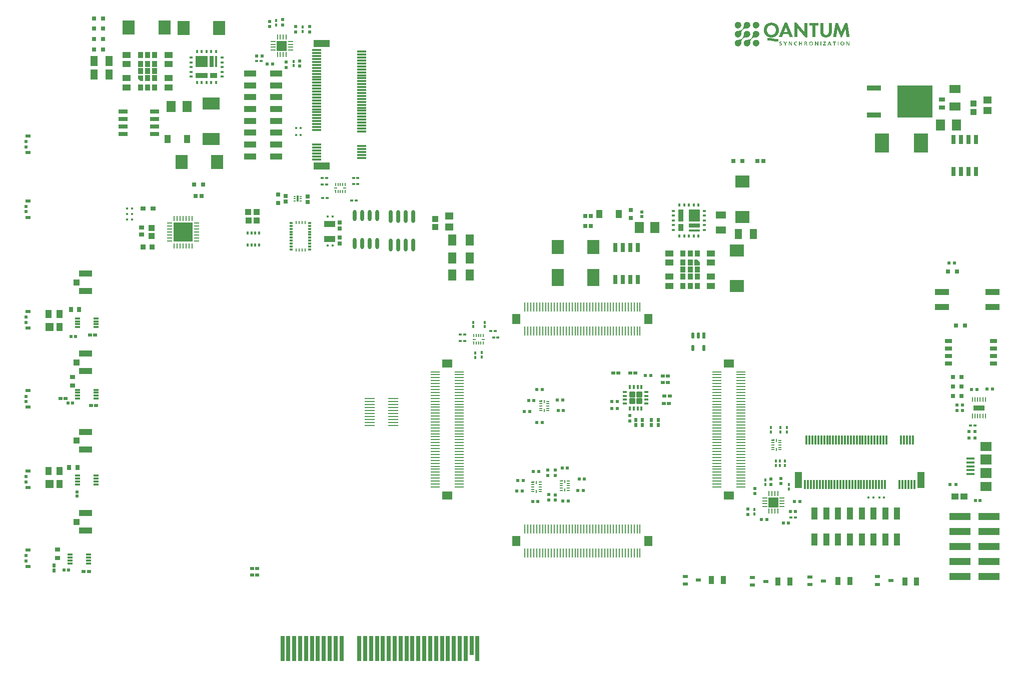
<source format=gtp>
G04*
G04 #@! TF.GenerationSoftware,Altium Limited,Altium Designer,21.6.4 (81)*
G04*
G04 Layer_Color=8421504*
%FSAX25Y25*%
%MOIN*%
G70*
G04*
G04 #@! TF.SameCoordinates,7F8DAD8D-1828-4383-9AFE-05E1B4F186B9*
G04*
G04*
G04 #@! TF.FilePolarity,Positive*
G04*
G01*
G75*
G04:AMPARAMS|DCode=32|XSize=36.97mil|YSize=36.97mil|CornerRadius=2.03mil|HoleSize=0mil|Usage=FLASHONLY|Rotation=90.000|XOffset=0mil|YOffset=0mil|HoleType=Round|Shape=RoundedRectangle|*
%AMROUNDEDRECTD32*
21,1,0.03697,0.03290,0,0,90.0*
21,1,0.03290,0.03697,0,0,90.0*
1,1,0.00407,0.01645,0.01645*
1,1,0.00407,0.01645,-0.01645*
1,1,0.00407,-0.01645,-0.01645*
1,1,0.00407,-0.01645,0.01645*
%
%ADD32ROUNDEDRECTD32*%
%ADD33R,0.01968X0.00787*%
%ADD34R,0.00787X0.01968*%
%ADD35R,0.00787X0.01968*%
%ADD36R,0.01968X0.00787*%
%ADD37R,0.07178X0.03634*%
%ADD38R,0.12795X0.12795*%
%ADD39R,0.01024X0.03543*%
%ADD40R,0.03543X0.01024*%
%ADD41R,0.03740X0.03740*%
%ADD42R,0.01772X0.01772*%
%ADD43R,0.04331X0.04134*%
%ADD44R,0.03543X0.02953*%
%ADD45R,0.03543X0.03150*%
%ADD46R,0.04134X0.04331*%
%ADD47R,0.05709X0.04528*%
%ADD48R,0.05709X0.07480*%
%ADD49R,0.05512X0.03937*%
%ADD50R,0.03543X0.03937*%
%ADD51C,0.02918*%
%ADD52R,0.01457X0.00945*%
%ADD53R,0.01575X0.04252*%
%ADD54R,0.07835X0.09173*%
G04:AMPARAMS|DCode=55|XSize=11.81mil|YSize=29.53mil|CornerRadius=1.95mil|HoleSize=0mil|Usage=FLASHONLY|Rotation=180.000|XOffset=0mil|YOffset=0mil|HoleType=Round|Shape=RoundedRectangle|*
%AMROUNDEDRECTD55*
21,1,0.01181,0.02563,0,0,180.0*
21,1,0.00791,0.02953,0,0,180.0*
1,1,0.00390,-0.00396,0.01282*
1,1,0.00390,0.00396,0.01282*
1,1,0.00390,0.00396,-0.01282*
1,1,0.00390,-0.00396,-0.01282*
%
%ADD55ROUNDEDRECTD55*%
G04:AMPARAMS|DCode=56|XSize=11.81mil|YSize=29.53mil|CornerRadius=1.95mil|HoleSize=0mil|Usage=FLASHONLY|Rotation=90.000|XOffset=0mil|YOffset=0mil|HoleType=Round|Shape=RoundedRectangle|*
%AMROUNDEDRECTD56*
21,1,0.01181,0.02563,0,0,90.0*
21,1,0.00791,0.02953,0,0,90.0*
1,1,0.00390,0.01282,0.00396*
1,1,0.00390,0.01282,-0.00396*
1,1,0.00390,-0.01282,-0.00396*
1,1,0.00390,-0.01282,0.00396*
%
%ADD56ROUNDEDRECTD56*%
%ADD57R,0.05315X0.01575*%
%ADD58R,0.07480X0.07087*%
%ADD59R,0.08287X0.04409*%
%ADD60R,0.01968X0.01772*%
%ADD61R,0.03150X0.03150*%
%ADD62R,0.05000X0.02992*%
%ADD63R,0.09600X0.04400*%
%ADD64R,0.02165X0.02165*%
%ADD65R,0.07100X0.07100*%
%ADD66R,0.01000X0.03200*%
%ADD67R,0.03200X0.01000*%
%ADD68R,0.01772X0.01968*%
%ADD69R,0.02165X0.02165*%
%ADD70R,0.06102X0.01181*%
%ADD71R,0.10827X0.04724*%
%ADD72R,0.01181X0.06102*%
%ADD73R,0.04724X0.10827*%
%ADD74R,0.09800X0.03700*%
%ADD75R,0.23300X0.21700*%
%ADD76R,0.00984X0.01870*%
%ADD77R,0.01870X0.01378*%
%ADD78R,0.05100X0.03500*%
%ADD79R,0.08300X0.03500*%
%ADD80R,0.08300X0.07400*%
%ADD81R,0.02600X0.07400*%
%ADD82R,0.01400X0.07400*%
%ADD83R,0.02000X0.01300*%
%ADD84R,0.01300X0.02000*%
%ADD85R,0.09173X0.07835*%
%ADD86R,0.02816X0.02648*%
%ADD87R,0.02016X0.02288*%
%ADD88R,0.02911X0.02648*%
%ADD89R,0.02756X0.02756*%
G04:AMPARAMS|DCode=90|XSize=40.88mil|YSize=20.95mil|CornerRadius=10.48mil|HoleSize=0mil|Usage=FLASHONLY|Rotation=270.000|XOffset=0mil|YOffset=0mil|HoleType=Round|Shape=RoundedRectangle|*
%AMROUNDEDRECTD90*
21,1,0.04088,0.00000,0,0,270.0*
21,1,0.01993,0.02095,0,0,270.0*
1,1,0.02095,0.00000,-0.00996*
1,1,0.02095,0.00000,0.00996*
1,1,0.02095,0.00000,0.00996*
1,1,0.02095,0.00000,-0.00996*
%
%ADD90ROUNDEDRECTD90*%
%ADD91R,0.02095X0.04088*%
G04:AMPARAMS|DCode=92|XSize=61.02mil|YSize=23.62mil|CornerRadius=2.01mil|HoleSize=0mil|Usage=FLASHONLY|Rotation=90.000|XOffset=0mil|YOffset=0mil|HoleType=Round|Shape=RoundedRectangle|*
%AMROUNDEDRECTD92*
21,1,0.06102,0.01961,0,0,90.0*
21,1,0.05701,0.02362,0,0,90.0*
1,1,0.00402,0.00980,0.02850*
1,1,0.00402,0.00980,-0.02850*
1,1,0.00402,-0.00980,-0.02850*
1,1,0.00402,-0.00980,0.02850*
%
%ADD92ROUNDEDRECTD92*%
%ADD93R,0.05906X0.07284*%
G04:AMPARAMS|DCode=94|XSize=61.02mil|YSize=23.62mil|CornerRadius=2.01mil|HoleSize=0mil|Usage=FLASHONLY|Rotation=0.000|XOffset=0mil|YOffset=0mil|HoleType=Round|Shape=RoundedRectangle|*
%AMROUNDEDRECTD94*
21,1,0.06102,0.01961,0,0,0.0*
21,1,0.05701,0.02362,0,0,0.0*
1,1,0.00402,0.02850,-0.00980*
1,1,0.00402,-0.02850,-0.00980*
1,1,0.00402,-0.02850,0.00980*
1,1,0.00402,0.02850,0.00980*
%
%ADD94ROUNDEDRECTD94*%
%ADD95R,0.04546X0.06717*%
%ADD96R,0.03500X0.05100*%
%ADD97R,0.03500X0.08300*%
%ADD98R,0.07400X0.08300*%
%ADD99R,0.07400X0.02600*%
%ADD100R,0.07400X0.01400*%
%ADD101R,0.06717X0.04546*%
%ADD102R,0.04331X0.05315*%
%ADD103R,0.07874X0.11811*%
%ADD104R,0.11811X0.07874*%
%ADD105R,0.02631X0.02648*%
%ADD106R,0.02559X0.02362*%
%ADD107R,0.00984X0.06102*%
%ADD108R,0.05315X0.06693*%
%ADD109O,0.02362X0.08661*%
%ADD110O,0.02362X0.07480*%
%ADD111R,0.07480X0.04331*%
%ADD112R,0.02835X0.02835*%
%ADD113R,0.02648X0.02911*%
%ADD114R,0.04409X0.08287*%
%ADD115R,0.03543X0.01968*%
%ADD116R,0.03740X0.05709*%
%ADD117R,0.04134X0.03937*%
%ADD118R,0.08661X0.04134*%
%ADD119R,0.02362X0.02559*%
%ADD120R,0.02288X0.02016*%
%ADD121R,0.03937X0.05512*%
%ADD122R,0.05512X0.05512*%
%ADD123R,0.14488X0.05000*%
%ADD124R,0.02648X0.02816*%
%ADD125R,0.01378X0.01968*%
%ADD126R,0.03543X0.02362*%
%ADD127R,0.02165X0.02362*%
%ADD128R,0.01870X0.01968*%
G04:AMPARAMS|DCode=129|XSize=33.06mil|YSize=8.76mil|CornerRadius=4.38mil|HoleSize=0mil|Usage=FLASHONLY|Rotation=90.000|XOffset=0mil|YOffset=0mil|HoleType=Round|Shape=RoundedRectangle|*
%AMROUNDEDRECTD129*
21,1,0.03306,0.00000,0,0,90.0*
21,1,0.02430,0.00876,0,0,90.0*
1,1,0.00876,0.00000,0.01215*
1,1,0.00876,0.00000,-0.01215*
1,1,0.00876,0.00000,-0.01215*
1,1,0.00876,0.00000,0.01215*
%
%ADD129ROUNDEDRECTD129*%
%ADD130R,0.00876X0.03306*%
%ADD131R,0.05142X0.04166*%
%ADD132R,0.01968X0.01968*%
%ADD133R,0.09449X0.12992*%
%ADD134R,0.06693X0.05315*%
%ADD135R,0.06102X0.00984*%
%ADD136R,0.07087X0.00984*%
%ADD137R,0.07480X0.05709*%
%ADD138R,0.03347X0.01181*%
%ADD139R,0.03543X0.02756*%
%ADD140R,0.02756X0.03543*%
%ADD141R,0.02800X0.16500*%
%ADD142R,0.02800X0.12600*%
%ADD143R,0.03937X0.02835*%
%ADD144R,0.07480X0.06201*%
G36*
X0466960Y0016324D02*
X0467063D01*
Y0016310D01*
X0467151D01*
Y0016295D01*
X0467225D01*
Y0016280D01*
X0467284D01*
Y0016265D01*
X0467328D01*
Y0016251D01*
X0467387D01*
Y0016236D01*
X0467431D01*
Y0016221D01*
X0467475D01*
Y0016206D01*
X0467505D01*
Y0016192D01*
X0467549D01*
Y0016177D01*
X0467579D01*
Y0016162D01*
X0467608D01*
Y0016148D01*
X0467637D01*
Y0016133D01*
X0467682D01*
Y0016118D01*
X0467711D01*
Y0016103D01*
X0467726D01*
Y0016089D01*
X0467755D01*
Y0016074D01*
X0467785D01*
Y0016059D01*
X0467814D01*
Y0016045D01*
X0467844D01*
Y0016030D01*
X0467858D01*
Y0016015D01*
X0467888D01*
Y0016000D01*
X0467917D01*
Y0015985D01*
X0467932D01*
Y0015971D01*
X0467962D01*
Y0015956D01*
X0467976D01*
Y0015941D01*
X0467991D01*
Y0015927D01*
X0468020D01*
Y0015912D01*
X0468035D01*
Y0015897D01*
X0468050D01*
Y0015882D01*
X0468065D01*
Y0015868D01*
X0468094D01*
Y0015853D01*
X0468109D01*
Y0015838D01*
X0468124D01*
Y0015823D01*
X0468138D01*
Y0015809D01*
X0468153D01*
Y0015794D01*
X0468183D01*
Y0015779D01*
X0468197D01*
Y0015765D01*
X0468212D01*
Y0015750D01*
X0468227D01*
Y0015735D01*
X0468242D01*
Y0015720D01*
X0468256D01*
Y0015706D01*
X0468271D01*
Y0015691D01*
X0468286D01*
Y0015676D01*
X0468300D01*
Y0015661D01*
X0468315D01*
Y0015647D01*
X0468330D01*
Y0015617D01*
X0468345D01*
Y0015603D01*
X0468359D01*
Y0015588D01*
X0468374D01*
Y0015573D01*
X0468389D01*
Y0015558D01*
X0468403D01*
Y0015543D01*
X0468418D01*
Y0015514D01*
X0468433D01*
Y0015499D01*
X0468448D01*
Y0015485D01*
X0468463D01*
Y0015455D01*
X0468477D01*
Y0015440D01*
X0468492D01*
Y0015426D01*
X0468507D01*
Y0015396D01*
X0468521D01*
Y0015382D01*
X0468536D01*
Y0015352D01*
X0468551D01*
Y0015323D01*
X0468566D01*
Y0015308D01*
X0468580D01*
Y0015278D01*
X0468595D01*
Y0015249D01*
X0468610D01*
Y0015234D01*
X0468624D01*
Y0015205D01*
X0468639D01*
Y0015175D01*
X0468654D01*
Y0015146D01*
X0468669D01*
Y0015116D01*
X0468683D01*
Y0015087D01*
X0468698D01*
Y0015057D01*
X0468713D01*
Y0015013D01*
X0468728D01*
Y0014984D01*
X0468742D01*
Y0014940D01*
X0468757D01*
Y0014910D01*
X0468772D01*
Y0014866D01*
X0468787D01*
Y0014822D01*
X0468801D01*
Y0014763D01*
X0468816D01*
Y0014718D01*
X0468831D01*
Y0014645D01*
X0468846D01*
Y0014586D01*
X0468860D01*
Y0014498D01*
X0468875D01*
Y0014380D01*
X0468890D01*
Y0013938D01*
X0468875D01*
Y0013820D01*
X0468860D01*
Y0013731D01*
X0468846D01*
Y0013672D01*
X0468831D01*
Y0013599D01*
X0468816D01*
Y0013555D01*
X0468801D01*
Y0013496D01*
X0468787D01*
Y0013451D01*
X0468772D01*
Y0013407D01*
X0468757D01*
Y0013378D01*
X0468742D01*
Y0013334D01*
X0468728D01*
Y0013304D01*
X0468713D01*
Y0013260D01*
X0468698D01*
Y0013230D01*
X0468683D01*
Y0013201D01*
X0468669D01*
Y0013171D01*
X0468654D01*
Y0013142D01*
X0468639D01*
Y0013113D01*
X0468624D01*
Y0013083D01*
X0468610D01*
Y0013068D01*
X0468595D01*
Y0013039D01*
X0468580D01*
Y0013009D01*
X0468566D01*
Y0012995D01*
X0468551D01*
Y0012965D01*
X0468536D01*
Y0012936D01*
X0468521D01*
Y0012921D01*
X0468507D01*
Y0012892D01*
X0468492D01*
Y0012877D01*
X0468477D01*
Y0012862D01*
X0468463D01*
Y0012833D01*
X0468448D01*
Y0012818D01*
X0468433D01*
Y0012803D01*
X0468418D01*
Y0012774D01*
X0468403D01*
Y0012759D01*
X0468389D01*
Y0012744D01*
X0468374D01*
Y0012730D01*
X0468359D01*
Y0012715D01*
X0468345D01*
Y0012700D01*
X0468330D01*
Y0012671D01*
X0468315D01*
Y0012656D01*
X0468300D01*
Y0012641D01*
X0468286D01*
Y0012626D01*
X0468271D01*
Y0012612D01*
X0468256D01*
Y0012597D01*
X0468242D01*
Y0012582D01*
X0468227D01*
Y0012567D01*
X0468212D01*
Y0012553D01*
X0468197D01*
Y0012538D01*
X0468183D01*
Y0012523D01*
X0468168D01*
Y0012508D01*
X0468138D01*
Y0012494D01*
X0468124D01*
Y0012479D01*
X0468109D01*
Y0012464D01*
X0468094D01*
Y0012450D01*
X0468065D01*
Y0012435D01*
X0468050D01*
Y0012420D01*
X0468035D01*
Y0012405D01*
X0468020D01*
Y0012391D01*
X0467991D01*
Y0012376D01*
X0467976D01*
Y0012361D01*
X0467962D01*
Y0012346D01*
X0467932D01*
Y0012332D01*
X0467917D01*
Y0012317D01*
X0467888D01*
Y0012302D01*
X0467858D01*
Y0012287D01*
X0467844D01*
Y0012273D01*
X0467814D01*
Y0012258D01*
X0467785D01*
Y0012243D01*
X0467755D01*
Y0012229D01*
X0467726D01*
Y0012214D01*
X0467711D01*
Y0012199D01*
X0467682D01*
Y0012184D01*
X0467637D01*
Y0012170D01*
X0467608D01*
Y0012155D01*
X0467579D01*
Y0012140D01*
X0467549D01*
Y0012125D01*
X0467505D01*
Y0012111D01*
X0467475D01*
Y0012096D01*
X0467431D01*
Y0012081D01*
X0467387D01*
Y0012066D01*
X0467328D01*
Y0012052D01*
X0467284D01*
Y0012037D01*
X0467225D01*
Y0012022D01*
X0467151D01*
Y0012008D01*
X0467063D01*
Y0011993D01*
X0466960D01*
Y0011978D01*
X0466518D01*
Y0011993D01*
X0466415D01*
Y0012008D01*
X0466326D01*
Y0012022D01*
X0466253D01*
Y0012037D01*
X0466194D01*
Y0012052D01*
X0466149D01*
Y0012066D01*
X0466090D01*
Y0012081D01*
X0466046D01*
Y0012096D01*
X0466002D01*
Y0012111D01*
X0465973D01*
Y0012125D01*
X0465928D01*
Y0012140D01*
X0465899D01*
Y0012155D01*
X0465869D01*
Y0012170D01*
X0465840D01*
Y0012184D01*
X0465796D01*
Y0012199D01*
X0465766D01*
Y0012214D01*
X0465752D01*
Y0012229D01*
X0465722D01*
Y0012243D01*
X0465693D01*
Y0012258D01*
X0465663D01*
Y0012273D01*
X0465634D01*
Y0012287D01*
X0465619D01*
Y0012302D01*
X0465590D01*
Y0012317D01*
X0465560D01*
Y0012332D01*
X0465545D01*
Y0012346D01*
X0465516D01*
Y0012361D01*
X0465501D01*
Y0012376D01*
X0465486D01*
Y0012391D01*
X0465457D01*
Y0012405D01*
X0465442D01*
Y0012420D01*
X0465427D01*
Y0012435D01*
X0465413D01*
Y0012450D01*
X0465383D01*
Y0012464D01*
X0465369D01*
Y0012479D01*
X0465354D01*
Y0012494D01*
X0465339D01*
Y0012508D01*
X0465324D01*
Y0012523D01*
X0465295D01*
Y0012538D01*
X0465280D01*
Y0012553D01*
X0465265D01*
Y0012567D01*
X0465251D01*
Y0012582D01*
X0465236D01*
Y0012597D01*
X0465221D01*
Y0012612D01*
X0465206D01*
Y0012626D01*
X0465192D01*
Y0012641D01*
X0465177D01*
Y0012656D01*
X0465162D01*
Y0012671D01*
X0465147D01*
Y0012700D01*
X0465133D01*
Y0012715D01*
X0465118D01*
Y0012730D01*
X0465103D01*
Y0012744D01*
X0465089D01*
Y0012759D01*
X0465074D01*
Y0012774D01*
X0465059D01*
Y0012803D01*
X0465044D01*
Y0012818D01*
X0465030D01*
Y0012833D01*
X0465015D01*
Y0012862D01*
X0465000D01*
Y0012877D01*
X0464985D01*
Y0012892D01*
X0464971D01*
Y0012921D01*
X0464956D01*
Y0012936D01*
X0464941D01*
Y0012965D01*
X0464926D01*
Y0012980D01*
X0464912D01*
Y0013009D01*
X0464897D01*
Y0013039D01*
X0464882D01*
Y0013068D01*
X0464868D01*
Y0013083D01*
X0464853D01*
Y0013113D01*
X0464838D01*
Y0013142D01*
X0464823D01*
Y0013171D01*
X0464809D01*
Y0013201D01*
X0464794D01*
Y0013230D01*
X0464779D01*
Y0013260D01*
X0464764D01*
Y0013304D01*
X0464750D01*
Y0013334D01*
X0464735D01*
Y0013378D01*
X0464720D01*
Y0013407D01*
X0464706D01*
Y0013451D01*
X0464691D01*
Y0013496D01*
X0464676D01*
Y0013555D01*
X0464661D01*
Y0013599D01*
X0464647D01*
Y0013672D01*
X0464632D01*
Y0013731D01*
X0464617D01*
Y0013820D01*
X0464602D01*
Y0013938D01*
X0464588D01*
Y0014380D01*
X0464602D01*
Y0014498D01*
X0464617D01*
Y0014586D01*
X0464632D01*
Y0014645D01*
X0464647D01*
Y0014718D01*
X0464661D01*
Y0014763D01*
X0464676D01*
Y0014822D01*
X0464691D01*
Y0014866D01*
X0464706D01*
Y0014910D01*
X0464720D01*
Y0014925D01*
Y0014940D01*
X0464735D01*
Y0014984D01*
X0464750D01*
Y0015013D01*
X0464764D01*
Y0015057D01*
X0464779D01*
Y0015087D01*
X0464794D01*
Y0015116D01*
X0464809D01*
Y0015146D01*
X0464823D01*
Y0015175D01*
X0464838D01*
Y0015205D01*
X0464853D01*
Y0015234D01*
X0464868D01*
Y0015249D01*
X0464882D01*
Y0015278D01*
X0464897D01*
Y0015308D01*
X0464912D01*
Y0015337D01*
X0464926D01*
Y0015352D01*
X0464941D01*
Y0015382D01*
X0464956D01*
Y0015396D01*
X0464971D01*
Y0015426D01*
X0464985D01*
Y0015440D01*
X0465000D01*
Y0015455D01*
X0465015D01*
Y0015485D01*
X0465030D01*
Y0015499D01*
X0465044D01*
Y0015514D01*
X0465059D01*
Y0015543D01*
X0465074D01*
Y0015558D01*
X0465089D01*
Y0015573D01*
X0465103D01*
Y0015588D01*
X0465118D01*
Y0015603D01*
X0465133D01*
Y0015617D01*
X0465147D01*
Y0015647D01*
X0465162D01*
Y0015661D01*
X0465177D01*
Y0015676D01*
X0465192D01*
Y0015691D01*
X0465206D01*
Y0015706D01*
X0465221D01*
Y0015720D01*
X0465236D01*
Y0015735D01*
X0465251D01*
Y0015750D01*
X0465265D01*
Y0015765D01*
X0465280D01*
Y0015779D01*
X0465295D01*
Y0015794D01*
X0465310D01*
Y0015809D01*
X0465339D01*
Y0015823D01*
X0465354D01*
Y0015838D01*
X0465369D01*
Y0015853D01*
X0465383D01*
Y0015868D01*
X0465398D01*
Y0015882D01*
X0465427D01*
Y0015897D01*
X0465442D01*
Y0015912D01*
X0465457D01*
Y0015927D01*
X0465486D01*
Y0015941D01*
X0465501D01*
Y0015956D01*
X0465516D01*
Y0015971D01*
X0465545D01*
Y0015985D01*
X0465560D01*
Y0016000D01*
X0465590D01*
Y0016015D01*
X0465619D01*
Y0016030D01*
X0465634D01*
Y0016045D01*
X0465663D01*
Y0016059D01*
X0465693D01*
Y0016074D01*
X0465722D01*
Y0016089D01*
X0465752D01*
Y0016103D01*
X0465766D01*
Y0016118D01*
X0465796D01*
Y0016133D01*
X0465840D01*
Y0016148D01*
X0465869D01*
Y0016162D01*
X0465899D01*
Y0016177D01*
X0465928D01*
Y0016192D01*
X0465973D01*
Y0016206D01*
X0466002D01*
Y0016221D01*
X0466046D01*
Y0016236D01*
X0466090D01*
Y0016251D01*
X0466149D01*
Y0016265D01*
X0466194D01*
Y0016280D01*
X0466253D01*
Y0016295D01*
X0466326D01*
Y0016310D01*
X0466415D01*
Y0016324D01*
X0466518D01*
Y0016339D01*
X0466960D01*
Y0016324D01*
D02*
G37*
G36*
X0454937D02*
X0455041D01*
Y0016310D01*
X0455129D01*
Y0016295D01*
X0455188D01*
Y0016280D01*
X0455247D01*
Y0016265D01*
X0455306D01*
Y0016251D01*
X0455350D01*
Y0016236D01*
X0455394D01*
Y0016221D01*
X0455438D01*
Y0016206D01*
X0455482D01*
Y0016192D01*
X0455512D01*
Y0016177D01*
X0455556D01*
Y0016162D01*
X0455586D01*
Y0016148D01*
X0455615D01*
Y0016133D01*
X0455645D01*
Y0016118D01*
X0455674D01*
Y0016103D01*
X0455703D01*
Y0016089D01*
X0455733D01*
Y0016074D01*
X0455762D01*
Y0016059D01*
X0455777D01*
Y0016045D01*
X0455807D01*
Y0016030D01*
X0455836D01*
Y0016015D01*
X0455866D01*
Y0016000D01*
X0455880D01*
Y0015985D01*
X0455910D01*
Y0015971D01*
X0455925D01*
Y0015956D01*
X0455954D01*
Y0015941D01*
X0455969D01*
Y0015927D01*
X0455983D01*
Y0015912D01*
X0456013D01*
Y0015897D01*
X0456028D01*
Y0015882D01*
X0456042D01*
Y0015868D01*
X0456057D01*
Y0015853D01*
X0456072D01*
Y0015838D01*
X0456101D01*
Y0015823D01*
X0456116D01*
Y0015809D01*
X0456131D01*
Y0015794D01*
X0456145D01*
Y0015779D01*
X0456160D01*
Y0015765D01*
X0456175D01*
Y0015750D01*
X0456190D01*
Y0015735D01*
X0456204D01*
Y0015720D01*
X0456219D01*
Y0015706D01*
X0456234D01*
Y0015691D01*
X0456249D01*
Y0015676D01*
X0456263D01*
Y0015661D01*
X0456278D01*
Y0015647D01*
X0456293D01*
Y0015632D01*
X0456308D01*
Y0015617D01*
X0456322D01*
Y0015603D01*
X0456337D01*
Y0015588D01*
X0456352D01*
Y0015558D01*
X0456366D01*
Y0015543D01*
X0456381D01*
Y0015529D01*
X0456396D01*
Y0015514D01*
X0456411D01*
Y0015485D01*
X0456425D01*
Y0015470D01*
X0456440D01*
Y0015455D01*
X0456455D01*
Y0015426D01*
X0456470D01*
Y0015411D01*
X0456484D01*
Y0015382D01*
X0456499D01*
Y0015367D01*
X0456514D01*
Y0015337D01*
X0456529D01*
Y0015323D01*
X0456543D01*
Y0015293D01*
X0456558D01*
Y0015264D01*
X0456573D01*
Y0015249D01*
X0456588D01*
Y0015219D01*
X0456602D01*
Y0015190D01*
X0456617D01*
Y0015160D01*
X0456632D01*
Y0015131D01*
X0456646D01*
Y0015102D01*
X0456661D01*
Y0015072D01*
X0456676D01*
Y0015028D01*
X0456691D01*
Y0014998D01*
X0456705D01*
Y0014969D01*
X0456720D01*
Y0014925D01*
X0456735D01*
Y0014881D01*
X0456750D01*
Y0014836D01*
X0456764D01*
Y0014792D01*
X0456779D01*
Y0014733D01*
X0456794D01*
Y0014689D01*
X0456809D01*
Y0014615D01*
X0456823D01*
Y0014542D01*
X0456838D01*
Y0014439D01*
X0456853D01*
Y0014291D01*
X0456867D01*
Y0014026D01*
X0456853D01*
Y0013879D01*
X0456838D01*
Y0013776D01*
X0456823D01*
Y0013702D01*
X0456809D01*
Y0013628D01*
X0456794D01*
Y0013584D01*
X0456779D01*
Y0013525D01*
X0456764D01*
Y0013481D01*
X0456750D01*
Y0013437D01*
X0456735D01*
Y0013393D01*
X0456720D01*
Y0013348D01*
X0456705D01*
Y0013319D01*
X0456691D01*
Y0013289D01*
X0456676D01*
Y0013245D01*
X0456661D01*
Y0013216D01*
X0456646D01*
Y0013186D01*
X0456632D01*
Y0013157D01*
X0456617D01*
Y0013127D01*
X0456602D01*
Y0013098D01*
X0456588D01*
Y0013068D01*
X0456573D01*
Y0013054D01*
X0456558D01*
Y0013024D01*
X0456543D01*
Y0012995D01*
X0456529D01*
Y0012980D01*
X0456514D01*
Y0012950D01*
X0456499D01*
Y0012936D01*
X0456484D01*
Y0012906D01*
X0456470D01*
Y0012892D01*
X0456455D01*
Y0012862D01*
X0456440D01*
Y0012847D01*
X0456425D01*
Y0012833D01*
X0456411D01*
Y0012803D01*
X0456396D01*
Y0012788D01*
X0456381D01*
Y0012774D01*
X0456366D01*
Y0012759D01*
X0456352D01*
Y0012730D01*
X0456337D01*
Y0012715D01*
X0456322D01*
Y0012700D01*
X0456308D01*
Y0012685D01*
X0456293D01*
Y0012671D01*
X0456278D01*
Y0012656D01*
X0456263D01*
Y0012641D01*
X0456249D01*
Y0012626D01*
X0456234D01*
Y0012612D01*
X0456219D01*
Y0012597D01*
X0456204D01*
Y0012582D01*
X0456190D01*
Y0012567D01*
X0456175D01*
Y0012553D01*
X0456160D01*
Y0012538D01*
X0456145D01*
Y0012523D01*
X0456131D01*
Y0012508D01*
X0456116D01*
Y0012494D01*
X0456101D01*
Y0012479D01*
X0456072D01*
Y0012464D01*
X0456057D01*
Y0012450D01*
X0456042D01*
Y0012435D01*
X0456028D01*
Y0012420D01*
X0456013D01*
Y0012405D01*
X0455983D01*
Y0012391D01*
X0455969D01*
Y0012376D01*
X0455954D01*
Y0012361D01*
X0455925D01*
Y0012346D01*
X0455910D01*
Y0012332D01*
X0455880D01*
Y0012317D01*
X0455866D01*
Y0012302D01*
X0455836D01*
Y0012287D01*
X0455807D01*
Y0012273D01*
X0455777D01*
Y0012258D01*
X0455762D01*
Y0012243D01*
X0455733D01*
Y0012229D01*
X0455703D01*
Y0012214D01*
X0455674D01*
Y0012199D01*
X0455645D01*
Y0012184D01*
X0455615D01*
Y0012170D01*
X0455586D01*
Y0012155D01*
X0455556D01*
Y0012140D01*
X0455512D01*
Y0012125D01*
X0455482D01*
Y0012111D01*
X0455438D01*
Y0012096D01*
X0455394D01*
Y0012081D01*
X0455350D01*
Y0012066D01*
X0455306D01*
Y0012052D01*
X0455247D01*
Y0012037D01*
X0455188D01*
Y0012022D01*
X0455129D01*
Y0012008D01*
X0455041D01*
Y0011993D01*
X0454937D01*
Y0011978D01*
X0454481D01*
Y0011993D01*
X0454378D01*
Y0012008D01*
X0454289D01*
Y0012022D01*
X0454230D01*
Y0012037D01*
X0454171D01*
Y0012052D01*
X0454112D01*
Y0012066D01*
X0454068D01*
Y0012081D01*
X0454024D01*
Y0012096D01*
X0453980D01*
Y0012111D01*
X0453935D01*
Y0012125D01*
X0453906D01*
Y0012140D01*
X0453862D01*
Y0012155D01*
X0453832D01*
Y0012170D01*
X0453803D01*
Y0012184D01*
X0453773D01*
Y0012199D01*
X0453744D01*
Y0012214D01*
X0453715D01*
Y0012229D01*
X0453685D01*
Y0012243D01*
X0453656D01*
Y0012258D01*
X0453641D01*
Y0012273D01*
X0453611D01*
Y0012287D01*
X0453582D01*
Y0012302D01*
X0453552D01*
Y0012317D01*
X0453538D01*
Y0012332D01*
X0453508D01*
Y0012346D01*
X0453493D01*
Y0012361D01*
X0453464D01*
Y0012376D01*
X0453449D01*
Y0012391D01*
X0453435D01*
Y0012405D01*
X0453405D01*
Y0012420D01*
X0453390D01*
Y0012435D01*
X0453376D01*
Y0012450D01*
X0453361D01*
Y0012464D01*
X0453346D01*
Y0012479D01*
X0453317D01*
Y0012494D01*
X0453302D01*
Y0012508D01*
X0453287D01*
Y0012523D01*
X0453272D01*
Y0012538D01*
X0453258D01*
Y0012553D01*
X0453243D01*
Y0012567D01*
X0453228D01*
Y0012582D01*
X0453214D01*
Y0012597D01*
X0453199D01*
Y0012612D01*
X0453184D01*
Y0012626D01*
X0453169D01*
Y0012641D01*
X0453155D01*
Y0012656D01*
X0453140D01*
Y0012671D01*
X0453125D01*
Y0012685D01*
X0453111D01*
Y0012700D01*
X0453096D01*
Y0012715D01*
X0453081D01*
Y0012730D01*
X0453066D01*
Y0012759D01*
X0453052D01*
Y0012774D01*
X0453037D01*
Y0012788D01*
X0453022D01*
Y0012803D01*
X0453007D01*
Y0012833D01*
X0452993D01*
Y0012847D01*
X0452978D01*
Y0012862D01*
X0452963D01*
Y0012892D01*
X0452948D01*
Y0012906D01*
X0452934D01*
Y0012936D01*
X0452919D01*
Y0012950D01*
X0452904D01*
Y0012980D01*
X0452889D01*
Y0012995D01*
X0452875D01*
Y0013024D01*
X0452860D01*
Y0013054D01*
X0452845D01*
Y0013068D01*
X0452831D01*
Y0013098D01*
X0452816D01*
Y0013127D01*
X0452801D01*
Y0013157D01*
X0452786D01*
Y0013186D01*
X0452772D01*
Y0013216D01*
X0452757D01*
Y0013245D01*
X0452742D01*
Y0013289D01*
X0452727D01*
Y0013319D01*
X0452713D01*
Y0013348D01*
X0452698D01*
Y0013393D01*
X0452683D01*
Y0013437D01*
X0452669D01*
Y0013481D01*
X0452654D01*
Y0013525D01*
X0452639D01*
Y0013584D01*
X0452624D01*
Y0013628D01*
X0452609D01*
Y0013702D01*
X0452595D01*
Y0013776D01*
X0452580D01*
Y0013879D01*
X0452565D01*
Y0014026D01*
X0452551D01*
Y0014291D01*
X0452565D01*
Y0014439D01*
X0452580D01*
Y0014542D01*
X0452595D01*
Y0014615D01*
X0452609D01*
Y0014689D01*
X0452624D01*
Y0014733D01*
X0452639D01*
Y0014792D01*
X0452654D01*
Y0014836D01*
X0452669D01*
Y0014881D01*
X0452683D01*
Y0014925D01*
X0452698D01*
Y0014969D01*
X0452713D01*
Y0014998D01*
X0452727D01*
Y0015028D01*
X0452742D01*
Y0015072D01*
X0452757D01*
Y0015102D01*
X0452772D01*
Y0015131D01*
X0452786D01*
Y0015160D01*
X0452801D01*
Y0015190D01*
X0452816D01*
Y0015219D01*
X0452831D01*
Y0015249D01*
X0452845D01*
Y0015264D01*
X0452860D01*
Y0015293D01*
X0452875D01*
Y0015323D01*
X0452889D01*
Y0015337D01*
X0452904D01*
Y0015367D01*
X0452919D01*
Y0015382D01*
X0452934D01*
Y0015411D01*
X0452948D01*
Y0015426D01*
X0452963D01*
Y0015455D01*
X0452978D01*
Y0015470D01*
X0452993D01*
Y0015485D01*
X0453007D01*
Y0015514D01*
X0453022D01*
Y0015529D01*
X0453037D01*
Y0015543D01*
X0453052D01*
Y0015558D01*
X0453066D01*
Y0015588D01*
X0453081D01*
Y0015603D01*
X0453096D01*
Y0015617D01*
X0453111D01*
Y0015632D01*
X0453125D01*
Y0015647D01*
X0453140D01*
Y0015661D01*
X0453155D01*
Y0015676D01*
X0453169D01*
Y0015691D01*
X0453184D01*
Y0015706D01*
X0453199D01*
Y0015720D01*
X0453214D01*
Y0015735D01*
X0453228D01*
Y0015750D01*
X0453243D01*
Y0015765D01*
X0453258D01*
Y0015779D01*
X0453272D01*
Y0015794D01*
X0453287D01*
Y0015809D01*
X0453302D01*
Y0015823D01*
X0453317D01*
Y0015838D01*
X0453346D01*
Y0015853D01*
X0453361D01*
Y0015868D01*
X0453376D01*
Y0015882D01*
X0453390D01*
Y0015897D01*
X0453405D01*
Y0015912D01*
X0453435D01*
Y0015927D01*
X0453449D01*
Y0015941D01*
X0453464D01*
Y0015956D01*
X0453493D01*
Y0015971D01*
X0453508D01*
Y0015985D01*
X0453538D01*
Y0016000D01*
X0453552D01*
Y0016015D01*
X0453582D01*
Y0016030D01*
X0453611D01*
Y0016045D01*
X0453641D01*
Y0016059D01*
X0453656D01*
Y0016074D01*
X0453685D01*
Y0016089D01*
X0453715D01*
Y0016103D01*
X0453744D01*
Y0016118D01*
X0453773D01*
Y0016133D01*
X0453803D01*
Y0016148D01*
X0453832D01*
Y0016162D01*
X0453862D01*
Y0016177D01*
X0453906D01*
Y0016192D01*
X0453935D01*
Y0016206D01*
X0453980D01*
Y0016221D01*
X0454024D01*
Y0016236D01*
X0454068D01*
Y0016251D01*
X0454112D01*
Y0016265D01*
X0454171D01*
Y0016280D01*
X0454230D01*
Y0016295D01*
X0454289D01*
Y0016310D01*
X0454378D01*
Y0016324D01*
X0454481D01*
Y0016339D01*
X0454937D01*
Y0016324D01*
D02*
G37*
G36*
X0527602Y0015706D02*
X0527616D01*
Y0015617D01*
X0527631D01*
Y0015529D01*
X0527646D01*
Y0015440D01*
X0527661D01*
Y0015352D01*
X0527675D01*
Y0015249D01*
X0527690D01*
Y0015160D01*
X0527705D01*
Y0015072D01*
X0527719D01*
Y0014984D01*
X0527734D01*
Y0014881D01*
X0527749D01*
Y0014792D01*
X0527764D01*
Y0014704D01*
X0527778D01*
Y0014615D01*
X0527793D01*
Y0014527D01*
X0527808D01*
Y0014424D01*
X0527823D01*
Y0014335D01*
X0527837D01*
Y0014247D01*
X0527852D01*
Y0014159D01*
X0527867D01*
Y0014070D01*
X0527881D01*
Y0013967D01*
X0527896D01*
Y0013879D01*
X0527911D01*
Y0013790D01*
X0527926D01*
Y0013702D01*
X0527941D01*
Y0013613D01*
X0527955D01*
Y0013510D01*
X0527970D01*
Y0013422D01*
X0527985D01*
Y0013334D01*
X0527999D01*
Y0013245D01*
X0528014D01*
Y0013157D01*
X0528029D01*
Y0013068D01*
X0528044D01*
Y0012965D01*
X0528058D01*
Y0012877D01*
X0528073D01*
Y0012788D01*
X0528088D01*
Y0012700D01*
X0528102D01*
Y0012612D01*
X0528117D01*
Y0012508D01*
X0528132D01*
Y0012420D01*
X0528147D01*
Y0012332D01*
X0528161D01*
Y0012243D01*
X0528176D01*
Y0012140D01*
X0528191D01*
Y0012052D01*
X0528206D01*
Y0011963D01*
X0528220D01*
Y0011875D01*
X0528235D01*
Y0011787D01*
X0528250D01*
Y0011698D01*
X0528265D01*
Y0011595D01*
X0528279D01*
Y0011507D01*
X0528294D01*
Y0011418D01*
X0528309D01*
Y0011330D01*
X0528324D01*
Y0011241D01*
X0528338D01*
Y0011138D01*
X0528353D01*
Y0011050D01*
X0528368D01*
Y0010961D01*
X0528382D01*
Y0010873D01*
X0528397D01*
Y0010785D01*
X0528412D01*
Y0010682D01*
X0528427D01*
Y0010593D01*
X0528441D01*
Y0010505D01*
X0528456D01*
Y0010416D01*
X0528471D01*
Y0010328D01*
X0528486D01*
Y0010225D01*
X0528500D01*
Y0010137D01*
X0528515D01*
Y0010048D01*
X0528530D01*
Y0009960D01*
X0528545D01*
Y0009871D01*
X0528559D01*
Y0009783D01*
X0528574D01*
Y0009680D01*
X0528589D01*
Y0009591D01*
X0528604D01*
Y0009503D01*
X0528618D01*
Y0009414D01*
X0528633D01*
Y0009326D01*
X0528648D01*
Y0009223D01*
X0528662D01*
Y0009135D01*
X0528677D01*
Y0009046D01*
X0528692D01*
Y0008958D01*
X0528707D01*
Y0008869D01*
X0528721D01*
Y0008766D01*
X0528736D01*
Y0008678D01*
X0528751D01*
Y0008590D01*
X0528765D01*
Y0008501D01*
X0528780D01*
Y0008413D01*
X0528795D01*
Y0008309D01*
X0528810D01*
Y0008221D01*
X0528825D01*
Y0008133D01*
X0528839D01*
Y0008044D01*
X0528854D01*
Y0007956D01*
X0528869D01*
Y0007853D01*
X0528883D01*
Y0007764D01*
X0528898D01*
Y0007676D01*
X0528913D01*
Y0007588D01*
X0528928D01*
Y0007499D01*
X0528942D01*
Y0007396D01*
X0528957D01*
Y0007308D01*
X0528972D01*
Y0007219D01*
X0528987D01*
Y0007131D01*
X0529001D01*
Y0007042D01*
X0529016D01*
Y0006939D01*
X0529031D01*
Y0006851D01*
X0529045D01*
Y0006763D01*
X0529060D01*
Y0006674D01*
X0529075D01*
Y0006571D01*
X0529090D01*
Y0006483D01*
X0529104D01*
Y0006394D01*
X0529119D01*
Y0006306D01*
X0529134D01*
Y0006159D01*
X0527086D01*
Y0006173D01*
X0527071D01*
Y0006262D01*
X0527057D01*
Y0006380D01*
X0527042D01*
Y0006483D01*
X0527027D01*
Y0006586D01*
X0527012D01*
Y0006689D01*
X0526998D01*
Y0006792D01*
X0526983D01*
Y0006910D01*
X0526968D01*
Y0007013D01*
X0526953D01*
Y0007116D01*
X0526939D01*
Y0007219D01*
X0526924D01*
Y0007322D01*
X0526909D01*
Y0007425D01*
X0526894D01*
Y0007529D01*
X0526880D01*
Y0007632D01*
X0526865D01*
Y0007735D01*
X0526850D01*
Y0007838D01*
X0526835D01*
Y0007941D01*
X0526821D01*
Y0008044D01*
X0526806D01*
Y0008162D01*
X0526791D01*
Y0008265D01*
X0526777D01*
Y0008369D01*
X0526762D01*
Y0008472D01*
X0526747D01*
Y0008575D01*
X0526732D01*
Y0008678D01*
X0526718D01*
Y0008781D01*
X0526703D01*
Y0008884D01*
X0526688D01*
Y0009002D01*
X0526673D01*
Y0009105D01*
X0526659D01*
Y0009208D01*
X0526644D01*
Y0009311D01*
X0526629D01*
Y0009414D01*
X0526615D01*
Y0009518D01*
X0526600D01*
Y0009621D01*
X0526585D01*
Y0009724D01*
X0526570D01*
Y0009827D01*
X0526556D01*
Y0009930D01*
X0526541D01*
Y0010033D01*
X0526526D01*
Y0010151D01*
X0526511D01*
Y0010254D01*
X0526497D01*
Y0010357D01*
X0526482D01*
Y0010461D01*
X0526467D01*
Y0010564D01*
X0526452D01*
Y0010667D01*
X0526438D01*
Y0010770D01*
X0526423D01*
Y0010873D01*
X0526408D01*
Y0010991D01*
X0526394D01*
Y0011094D01*
X0526379D01*
Y0011197D01*
X0526364D01*
Y0011300D01*
X0526349D01*
Y0011404D01*
X0526335D01*
Y0011507D01*
X0526320D01*
Y0011551D01*
X0526305D01*
Y0011507D01*
X0526290D01*
Y0011477D01*
X0526276D01*
Y0011448D01*
X0526261D01*
Y0011404D01*
X0526246D01*
Y0011374D01*
X0526231D01*
Y0011345D01*
X0526217D01*
Y0011300D01*
X0526202D01*
Y0011271D01*
X0526187D01*
Y0011241D01*
X0526172D01*
Y0011197D01*
X0526158D01*
Y0011168D01*
X0526143D01*
Y0011138D01*
X0526128D01*
Y0011094D01*
X0526114D01*
Y0011065D01*
X0526099D01*
Y0011035D01*
X0526084D01*
Y0010991D01*
X0526069D01*
Y0010961D01*
X0526055D01*
Y0010932D01*
X0526040D01*
Y0010888D01*
X0526025D01*
Y0010858D01*
X0526010D01*
Y0010814D01*
X0525996D01*
Y0010785D01*
X0525981D01*
Y0010755D01*
X0525966D01*
Y0010726D01*
X0525951D01*
Y0010682D01*
X0525937D01*
Y0010652D01*
X0525922D01*
Y0010608D01*
X0525907D01*
Y0010578D01*
X0525893D01*
Y0010549D01*
X0525878D01*
Y0010505D01*
X0525863D01*
Y0010475D01*
X0525848D01*
Y0010446D01*
X0525834D01*
Y0010402D01*
X0525819D01*
Y0010372D01*
X0525804D01*
Y0010343D01*
X0525789D01*
Y0010299D01*
X0525775D01*
Y0010269D01*
X0525760D01*
Y0010225D01*
X0525745D01*
Y0010195D01*
X0525731D01*
Y0010166D01*
X0525716D01*
Y0010122D01*
X0525701D01*
Y0010092D01*
X0525686D01*
Y0010063D01*
X0525672D01*
Y0010019D01*
X0525657D01*
Y0009989D01*
X0525642D01*
Y0009960D01*
X0525627D01*
Y0009915D01*
X0525613D01*
Y0009886D01*
X0525598D01*
Y0009856D01*
X0525583D01*
Y0009812D01*
X0525568D01*
Y0009783D01*
X0525554D01*
Y0009753D01*
X0525539D01*
Y0009709D01*
X0525524D01*
Y0009680D01*
X0525510D01*
Y0009635D01*
X0525495D01*
Y0009606D01*
X0525480D01*
Y0009577D01*
X0525465D01*
Y0009532D01*
X0525451D01*
Y0009503D01*
X0525436D01*
Y0009473D01*
X0525421D01*
Y0009429D01*
X0525406D01*
Y0009400D01*
X0525392D01*
Y0009370D01*
X0525377D01*
Y0009326D01*
X0525362D01*
Y0009297D01*
X0525347D01*
Y0009267D01*
X0525333D01*
Y0009223D01*
X0525318D01*
Y0009194D01*
X0525303D01*
Y0009164D01*
X0525288D01*
Y0009120D01*
X0525274D01*
Y0009090D01*
X0525259D01*
Y0009046D01*
X0525244D01*
Y0009017D01*
X0525230D01*
Y0008987D01*
X0525215D01*
Y0008943D01*
X0525200D01*
Y0008914D01*
X0525185D01*
Y0008884D01*
X0525171D01*
Y0008840D01*
X0525156D01*
Y0008811D01*
X0525141D01*
Y0008781D01*
X0525126D01*
Y0008737D01*
X0525112D01*
Y0008707D01*
X0525097D01*
Y0008678D01*
X0525082D01*
Y0008634D01*
X0525068D01*
Y0008604D01*
X0525053D01*
Y0008575D01*
X0525038D01*
Y0008530D01*
X0525023D01*
Y0008501D01*
X0525009D01*
Y0008472D01*
X0524994D01*
Y0008427D01*
X0524979D01*
Y0008398D01*
X0524964D01*
Y0008354D01*
X0524950D01*
Y0008324D01*
X0524935D01*
Y0008295D01*
X0524920D01*
Y0008251D01*
X0524905D01*
Y0008221D01*
X0524891D01*
Y0008192D01*
X0524876D01*
Y0008147D01*
X0524861D01*
Y0008118D01*
X0524847D01*
Y0008089D01*
X0524832D01*
Y0008044D01*
X0524817D01*
Y0008015D01*
X0524802D01*
Y0007985D01*
X0524788D01*
Y0007941D01*
X0524773D01*
Y0007912D01*
X0524758D01*
Y0007882D01*
X0524743D01*
Y0007838D01*
X0524729D01*
Y0007809D01*
X0524714D01*
Y0007779D01*
X0524699D01*
Y0007735D01*
X0524684D01*
Y0007705D01*
X0524670D01*
Y0007661D01*
X0524655D01*
Y0007632D01*
X0524640D01*
Y0007602D01*
X0524625D01*
Y0007558D01*
X0524611D01*
Y0007529D01*
X0524596D01*
Y0007499D01*
X0524581D01*
Y0007455D01*
X0524567D01*
Y0007425D01*
X0524552D01*
Y0007396D01*
X0524537D01*
Y0007352D01*
X0524522D01*
Y0007322D01*
X0524508D01*
Y0007278D01*
X0524493D01*
Y0007249D01*
X0524478D01*
Y0007219D01*
X0524463D01*
Y0007175D01*
X0524449D01*
Y0007146D01*
X0524434D01*
Y0007116D01*
X0524419D01*
Y0007072D01*
X0524404D01*
Y0007042D01*
X0524390D01*
Y0007013D01*
X0524375D01*
Y0006969D01*
X0524360D01*
Y0006939D01*
X0524346D01*
Y0006910D01*
X0524331D01*
Y0006866D01*
X0524316D01*
Y0006836D01*
X0524301D01*
Y0006807D01*
X0524287D01*
Y0006763D01*
X0524272D01*
Y0006733D01*
X0524257D01*
Y0006704D01*
X0524242D01*
Y0006659D01*
X0524228D01*
Y0006630D01*
X0524213D01*
Y0006586D01*
X0524198D01*
Y0006556D01*
X0524184D01*
Y0006527D01*
X0524169D01*
Y0006483D01*
X0524154D01*
Y0006453D01*
X0524139D01*
Y0006424D01*
X0524125D01*
Y0006380D01*
X0524110D01*
Y0006350D01*
X0524095D01*
Y0006321D01*
X0524080D01*
Y0006276D01*
X0524066D01*
Y0006247D01*
X0524051D01*
Y0006217D01*
X0524036D01*
Y0006173D01*
X0524021D01*
Y0006144D01*
X0524007D01*
Y0006114D01*
X0523992D01*
Y0006070D01*
X0523977D01*
Y0006041D01*
X0523226D01*
Y0006055D01*
X0523211D01*
Y0006100D01*
X0523196D01*
Y0006129D01*
X0523182D01*
Y0006173D01*
X0523167D01*
Y0006203D01*
X0523152D01*
Y0006247D01*
X0523137D01*
Y0006276D01*
X0523123D01*
Y0006321D01*
X0523108D01*
Y0006350D01*
X0523093D01*
Y0006394D01*
X0523078D01*
Y0006424D01*
X0523064D01*
Y0006453D01*
X0523049D01*
Y0006497D01*
X0523034D01*
Y0006527D01*
X0523020D01*
Y0006571D01*
X0523005D01*
Y0006600D01*
X0522990D01*
Y0006645D01*
X0522975D01*
Y0006674D01*
X0522961D01*
Y0006704D01*
X0522946D01*
Y0006748D01*
X0522931D01*
Y0006792D01*
X0522916D01*
Y0006821D01*
X0522902D01*
Y0006851D01*
X0522887D01*
Y0006895D01*
X0522872D01*
Y0006925D01*
X0522858D01*
Y0006969D01*
X0522843D01*
Y0006998D01*
X0522828D01*
Y0007042D01*
X0522813D01*
Y0007072D01*
X0522799D01*
Y0007116D01*
X0522784D01*
Y0007146D01*
X0522769D01*
Y0007175D01*
X0522754D01*
Y0007219D01*
X0522740D01*
Y0007249D01*
X0522725D01*
Y0007293D01*
X0522710D01*
Y0007322D01*
X0522695D01*
Y0007367D01*
X0522681D01*
Y0007396D01*
X0522666D01*
Y0007440D01*
X0522651D01*
Y0007470D01*
X0522637D01*
Y0007499D01*
X0522622D01*
Y0007543D01*
X0522607D01*
Y0007573D01*
X0522592D01*
Y0007617D01*
X0522578D01*
Y0007647D01*
X0522563D01*
Y0007691D01*
X0522548D01*
Y0007720D01*
X0522533D01*
Y0007764D01*
X0522519D01*
Y0007794D01*
X0522504D01*
Y0007823D01*
X0522489D01*
Y0007868D01*
X0522474D01*
Y0007897D01*
X0522460D01*
Y0007941D01*
X0522445D01*
Y0007971D01*
X0522430D01*
Y0008015D01*
X0522415D01*
Y0008044D01*
X0522401D01*
Y0008089D01*
X0522386D01*
Y0008118D01*
X0522371D01*
Y0008147D01*
X0522357D01*
Y0008192D01*
X0522342D01*
Y0008221D01*
X0522327D01*
Y0008265D01*
X0522312D01*
Y0008295D01*
X0522298D01*
Y0008339D01*
X0522283D01*
Y0008369D01*
X0522268D01*
Y0008413D01*
X0522253D01*
Y0008442D01*
X0522239D01*
Y0008486D01*
X0522224D01*
Y0008516D01*
X0522209D01*
Y0008545D01*
X0522194D01*
Y0008590D01*
X0522180D01*
Y0008619D01*
X0522165D01*
Y0008663D01*
X0522150D01*
Y0008693D01*
X0522136D01*
Y0008737D01*
X0522121D01*
Y0008766D01*
X0522106D01*
Y0008811D01*
X0522091D01*
Y0008840D01*
X0522077D01*
Y0008884D01*
X0522062D01*
Y0008914D01*
X0522047D01*
Y0008958D01*
X0522032D01*
Y0008987D01*
X0522018D01*
Y0009017D01*
X0522003D01*
Y0009061D01*
X0521988D01*
Y0009090D01*
X0521974D01*
Y0009135D01*
X0521959D01*
Y0009164D01*
X0521944D01*
Y0009208D01*
X0521929D01*
Y0009238D01*
X0521915D01*
Y0009282D01*
X0521900D01*
Y0009311D01*
X0521885D01*
Y0009341D01*
X0521870D01*
Y0009385D01*
X0521856D01*
Y0009414D01*
X0521841D01*
Y0009459D01*
X0521826D01*
Y0009488D01*
X0521811D01*
Y0009532D01*
X0521797D01*
Y0009562D01*
X0521782D01*
Y0009606D01*
X0521767D01*
Y0009635D01*
X0521753D01*
Y0009665D01*
X0521738D01*
Y0009709D01*
X0521723D01*
Y0009739D01*
X0521708D01*
Y0009783D01*
X0521694D01*
Y0009812D01*
X0521679D01*
Y0009856D01*
X0521664D01*
Y0009886D01*
X0521649D01*
Y0009930D01*
X0521635D01*
Y0009960D01*
X0521620D01*
Y0010004D01*
X0521605D01*
Y0010033D01*
X0521590D01*
Y0010063D01*
X0521576D01*
Y0010107D01*
X0521561D01*
Y0010137D01*
X0521546D01*
Y0010181D01*
X0521531D01*
Y0010210D01*
X0521517D01*
Y0010254D01*
X0521502D01*
Y0010284D01*
X0521487D01*
Y0010328D01*
X0521473D01*
Y0010357D01*
X0521458D01*
Y0010387D01*
X0521443D01*
Y0010431D01*
X0521428D01*
Y0010461D01*
X0521414D01*
Y0010505D01*
X0521399D01*
Y0010534D01*
X0521384D01*
Y0010578D01*
X0521369D01*
Y0010608D01*
X0521355D01*
Y0010652D01*
X0521340D01*
Y0010682D01*
X0521325D01*
Y0010711D01*
X0521311D01*
Y0010755D01*
X0521296D01*
Y0010785D01*
X0521281D01*
Y0010829D01*
X0521266D01*
Y0010858D01*
X0521252D01*
Y0010903D01*
X0521237D01*
Y0010932D01*
X0521222D01*
Y0010976D01*
X0521207D01*
Y0011006D01*
X0521193D01*
Y0011050D01*
X0521178D01*
Y0011079D01*
X0521163D01*
Y0011109D01*
X0521148D01*
Y0011153D01*
X0521134D01*
Y0011182D01*
X0521119D01*
Y0011227D01*
X0521104D01*
Y0011256D01*
X0521090D01*
Y0011300D01*
X0521075D01*
Y0011330D01*
X0521060D01*
Y0011374D01*
X0521045D01*
Y0011404D01*
X0521031D01*
Y0011433D01*
X0521016D01*
Y0011477D01*
X0521001D01*
Y0011507D01*
X0520986D01*
Y0011433D01*
X0520972D01*
Y0011345D01*
X0520957D01*
Y0011256D01*
X0520942D01*
Y0011153D01*
X0520927D01*
Y0011065D01*
X0520913D01*
Y0010976D01*
X0520898D01*
Y0010888D01*
X0520883D01*
Y0010800D01*
X0520868D01*
Y0010711D01*
X0520854D01*
Y0010623D01*
X0520839D01*
Y0010534D01*
X0520824D01*
Y0010446D01*
X0520810D01*
Y0010343D01*
X0520795D01*
Y0010254D01*
X0520780D01*
Y0010166D01*
X0520765D01*
Y0010078D01*
X0520751D01*
Y0009989D01*
X0520736D01*
Y0009901D01*
X0520721D01*
Y0009812D01*
X0520707D01*
Y0009709D01*
X0520692D01*
Y0009621D01*
X0520677D01*
Y0009532D01*
X0520662D01*
Y0009444D01*
X0520647D01*
Y0009356D01*
X0520633D01*
Y0009267D01*
X0520618D01*
Y0009179D01*
X0520603D01*
Y0009090D01*
X0520589D01*
Y0009002D01*
X0520574D01*
Y0008899D01*
X0520559D01*
Y0008811D01*
X0520544D01*
Y0008722D01*
X0520530D01*
Y0008634D01*
X0520515D01*
Y0008545D01*
X0520500D01*
Y0008457D01*
X0520485D01*
Y0008369D01*
X0520471D01*
Y0008280D01*
X0520456D01*
Y0008177D01*
X0520441D01*
Y0008089D01*
X0520427D01*
Y0008000D01*
X0520412D01*
Y0007912D01*
X0520397D01*
Y0007823D01*
X0520382D01*
Y0007735D01*
X0520368D01*
Y0007647D01*
X0520353D01*
Y0007543D01*
X0520338D01*
Y0007455D01*
X0520323D01*
Y0007367D01*
X0520309D01*
Y0007278D01*
X0520294D01*
Y0007190D01*
X0520279D01*
Y0007101D01*
X0520264D01*
Y0007013D01*
X0520250D01*
Y0006925D01*
X0520235D01*
Y0006836D01*
X0520220D01*
Y0006733D01*
X0520205D01*
Y0006645D01*
X0520191D01*
Y0006556D01*
X0520176D01*
Y0006468D01*
X0520161D01*
Y0006380D01*
X0520147D01*
Y0006291D01*
X0520132D01*
Y0006203D01*
X0520117D01*
Y0006159D01*
X0518054D01*
Y0006232D01*
X0518069D01*
Y0006321D01*
X0518084D01*
Y0006394D01*
X0518099D01*
Y0006483D01*
X0518113D01*
Y0006571D01*
X0518128D01*
Y0006645D01*
X0518143D01*
Y0006733D01*
X0518158D01*
Y0006807D01*
X0518172D01*
Y0006895D01*
X0518187D01*
Y0006969D01*
X0518202D01*
Y0007057D01*
X0518217D01*
Y0007131D01*
X0518231D01*
Y0007219D01*
X0518246D01*
Y0007308D01*
X0518261D01*
Y0007381D01*
X0518275D01*
Y0007470D01*
X0518290D01*
Y0007543D01*
X0518305D01*
Y0007632D01*
X0518320D01*
Y0007720D01*
X0518334D01*
Y0007794D01*
X0518349D01*
Y0007882D01*
X0518364D01*
Y0007956D01*
X0518379D01*
Y0008044D01*
X0518393D01*
Y0008118D01*
X0518408D01*
Y0008206D01*
X0518423D01*
Y0008280D01*
X0518437D01*
Y0008369D01*
X0518452D01*
Y0008457D01*
X0518467D01*
Y0008530D01*
X0518482D01*
Y0008619D01*
X0518497D01*
Y0008693D01*
X0518511D01*
Y0008781D01*
X0518526D01*
Y0008855D01*
X0518541D01*
Y0008943D01*
X0518555D01*
Y0009031D01*
X0518570D01*
Y0009105D01*
X0518585D01*
Y0009194D01*
X0518600D01*
Y0009267D01*
X0518614D01*
Y0009356D01*
X0518629D01*
Y0009444D01*
X0518644D01*
Y0009518D01*
X0518658D01*
Y0009606D01*
X0518673D01*
Y0009680D01*
X0518688D01*
Y0009768D01*
X0518703D01*
Y0009842D01*
X0518717D01*
Y0009930D01*
X0518732D01*
Y0010004D01*
X0518747D01*
Y0010092D01*
X0518762D01*
Y0010181D01*
X0518776D01*
Y0010254D01*
X0518791D01*
Y0010343D01*
X0518806D01*
Y0010416D01*
X0518821D01*
Y0010505D01*
X0518835D01*
Y0010578D01*
X0518850D01*
Y0010667D01*
X0518865D01*
Y0010755D01*
X0518880D01*
Y0010829D01*
X0518894D01*
Y0010917D01*
X0518909D01*
Y0010991D01*
X0518924D01*
Y0011079D01*
X0518938D01*
Y0011168D01*
X0518953D01*
Y0011241D01*
X0518968D01*
Y0011330D01*
X0518983D01*
Y0011404D01*
X0518997D01*
Y0011492D01*
X0519012D01*
Y0011580D01*
X0519027D01*
Y0011654D01*
X0519042D01*
Y0011742D01*
X0519056D01*
Y0011816D01*
X0519071D01*
Y0011904D01*
X0519086D01*
Y0011978D01*
X0519101D01*
Y0012066D01*
X0519115D01*
Y0012140D01*
X0519130D01*
Y0012229D01*
X0519145D01*
Y0012317D01*
X0519160D01*
Y0012391D01*
X0519174D01*
Y0012479D01*
X0519189D01*
Y0012553D01*
X0519204D01*
Y0012641D01*
X0519218D01*
Y0012730D01*
X0519233D01*
Y0012803D01*
X0519248D01*
Y0012892D01*
X0519263D01*
Y0012965D01*
X0519277D01*
Y0013054D01*
X0519292D01*
Y0013127D01*
X0519307D01*
Y0013216D01*
X0519321D01*
Y0013304D01*
X0519336D01*
Y0013378D01*
X0519351D01*
Y0013466D01*
X0519366D01*
Y0013540D01*
X0519381D01*
Y0013628D01*
X0519395D01*
Y0013702D01*
X0519410D01*
Y0013790D01*
X0519425D01*
Y0013864D01*
X0519439D01*
Y0013952D01*
X0519454D01*
Y0014041D01*
X0519469D01*
Y0014114D01*
X0519484D01*
Y0014203D01*
X0519498D01*
Y0014277D01*
X0519513D01*
Y0014365D01*
X0519528D01*
Y0014439D01*
X0519543D01*
Y0014527D01*
X0519557D01*
Y0014615D01*
X0519572D01*
Y0014689D01*
X0519587D01*
Y0014777D01*
X0519601D01*
Y0014851D01*
X0519616D01*
Y0014940D01*
X0519631D01*
Y0015013D01*
X0519646D01*
Y0015102D01*
X0519660D01*
Y0015190D01*
X0519675D01*
Y0015264D01*
X0519690D01*
Y0015352D01*
X0519705D01*
Y0015426D01*
X0519719D01*
Y0015514D01*
X0519734D01*
Y0015588D01*
X0519749D01*
Y0015676D01*
X0519764D01*
Y0015720D01*
X0521237D01*
Y0015706D01*
X0521252D01*
Y0015676D01*
X0521266D01*
Y0015632D01*
X0521281D01*
Y0015603D01*
X0521296D01*
Y0015573D01*
X0521311D01*
Y0015529D01*
X0521325D01*
Y0015499D01*
X0521340D01*
Y0015455D01*
X0521355D01*
Y0015426D01*
X0521369D01*
Y0015382D01*
X0521384D01*
Y0015352D01*
X0521399D01*
Y0015308D01*
X0521414D01*
Y0015278D01*
X0521428D01*
Y0015249D01*
X0521443D01*
Y0015205D01*
X0521458D01*
Y0015175D01*
X0521473D01*
Y0015131D01*
X0521487D01*
Y0015102D01*
X0521502D01*
Y0015057D01*
X0521517D01*
Y0015028D01*
X0521531D01*
Y0014984D01*
X0521546D01*
Y0014954D01*
X0521561D01*
Y0014910D01*
X0521576D01*
Y0014881D01*
X0521590D01*
Y0014836D01*
X0521605D01*
Y0014807D01*
X0521620D01*
Y0014777D01*
X0521635D01*
Y0014733D01*
X0521649D01*
Y0014704D01*
X0521664D01*
Y0014660D01*
X0521679D01*
Y0014630D01*
X0521694D01*
Y0014586D01*
X0521708D01*
Y0014556D01*
X0521723D01*
Y0014512D01*
X0521738D01*
Y0014483D01*
X0521753D01*
Y0014453D01*
X0521767D01*
Y0014409D01*
X0521782D01*
Y0014380D01*
X0521797D01*
Y0014335D01*
X0521811D01*
Y0014306D01*
X0521826D01*
Y0014262D01*
X0521841D01*
Y0014232D01*
X0521856D01*
Y0014188D01*
X0521870D01*
Y0014159D01*
X0521885D01*
Y0014114D01*
X0521900D01*
Y0014085D01*
X0521915D01*
Y0014055D01*
X0521929D01*
Y0014011D01*
X0521944D01*
Y0013982D01*
X0521959D01*
Y0013938D01*
X0521974D01*
Y0013908D01*
X0521988D01*
Y0013864D01*
X0522003D01*
Y0013835D01*
X0522018D01*
Y0013790D01*
X0522032D01*
Y0013761D01*
X0522047D01*
Y0013717D01*
X0522062D01*
Y0013687D01*
X0522077D01*
Y0013643D01*
X0522091D01*
Y0013613D01*
X0522106D01*
Y0013569D01*
X0522121D01*
Y0013540D01*
X0522136D01*
Y0013496D01*
X0522150D01*
Y0013466D01*
X0522165D01*
Y0013437D01*
X0522180D01*
Y0013393D01*
X0522194D01*
Y0013363D01*
X0522209D01*
Y0013319D01*
X0522224D01*
Y0013289D01*
X0522239D01*
Y0013245D01*
X0522253D01*
Y0013216D01*
X0522268D01*
Y0013171D01*
X0522283D01*
Y0013142D01*
X0522298D01*
Y0013113D01*
X0522312D01*
Y0013068D01*
X0522327D01*
Y0013039D01*
X0522342D01*
Y0012995D01*
X0522357D01*
Y0012965D01*
X0522371D01*
Y0012921D01*
X0522386D01*
Y0012892D01*
X0522401D01*
Y0012847D01*
X0522415D01*
Y0012818D01*
X0522430D01*
Y0012788D01*
X0522445D01*
Y0012744D01*
X0522460D01*
Y0012715D01*
X0522474D01*
Y0012671D01*
X0522489D01*
Y0012641D01*
X0522504D01*
Y0012597D01*
X0522519D01*
Y0012567D01*
X0522533D01*
Y0012523D01*
X0522548D01*
Y0012494D01*
X0522563D01*
Y0012464D01*
X0522578D01*
Y0012420D01*
X0522592D01*
Y0012391D01*
X0522607D01*
Y0012346D01*
X0522622D01*
Y0012317D01*
X0522637D01*
Y0012273D01*
X0522651D01*
Y0012243D01*
X0522666D01*
Y0012199D01*
X0522681D01*
Y0012170D01*
X0522695D01*
Y0012125D01*
X0522710D01*
Y0012096D01*
X0522725D01*
Y0012066D01*
X0522740D01*
Y0012022D01*
X0522754D01*
Y0011993D01*
X0522769D01*
Y0011949D01*
X0522784D01*
Y0011919D01*
X0522799D01*
Y0011875D01*
X0522813D01*
Y0011846D01*
X0522828D01*
Y0011801D01*
X0522843D01*
Y0011772D01*
X0522858D01*
Y0011728D01*
X0522872D01*
Y0011698D01*
X0522887D01*
Y0011654D01*
X0522902D01*
Y0011625D01*
X0522916D01*
Y0011595D01*
X0522931D01*
Y0011551D01*
X0522946D01*
Y0011521D01*
X0522961D01*
Y0011477D01*
X0522975D01*
Y0011448D01*
X0522990D01*
Y0011404D01*
X0523005D01*
Y0011374D01*
X0523020D01*
Y0011330D01*
X0523034D01*
Y0011300D01*
X0523049D01*
Y0011256D01*
X0523064D01*
Y0011227D01*
X0523078D01*
Y0011197D01*
X0523093D01*
Y0011153D01*
X0523108D01*
Y0011124D01*
X0523123D01*
Y0011079D01*
X0523137D01*
Y0011050D01*
X0523152D01*
Y0011006D01*
X0523167D01*
Y0010976D01*
X0523182D01*
Y0010932D01*
X0523196D01*
Y0010903D01*
X0523211D01*
Y0010858D01*
X0523226D01*
Y0010829D01*
X0523241D01*
Y0010800D01*
X0523255D01*
Y0010755D01*
X0523270D01*
Y0010726D01*
X0523285D01*
Y0010682D01*
X0523300D01*
Y0010652D01*
X0523314D01*
Y0010608D01*
X0523329D01*
Y0010578D01*
X0523344D01*
Y0010534D01*
X0523358D01*
Y0010505D01*
X0523373D01*
Y0010461D01*
X0523388D01*
Y0010431D01*
X0523403D01*
Y0010387D01*
X0523417D01*
Y0010357D01*
X0523432D01*
Y0010328D01*
X0523447D01*
Y0010284D01*
X0523462D01*
Y0010254D01*
X0523476D01*
Y0010210D01*
X0523491D01*
Y0010181D01*
X0523506D01*
Y0010137D01*
X0523521D01*
Y0010107D01*
X0523535D01*
Y0010063D01*
X0523550D01*
Y0010033D01*
X0523565D01*
Y0010004D01*
X0523579D01*
Y0009960D01*
X0523594D01*
Y0009930D01*
X0523609D01*
Y0009886D01*
X0523638D01*
Y0009915D01*
X0523653D01*
Y0009960D01*
X0523668D01*
Y0009989D01*
X0523683D01*
Y0010019D01*
X0523697D01*
Y0010063D01*
X0523712D01*
Y0010092D01*
X0523727D01*
Y0010137D01*
X0523741D01*
Y0010166D01*
X0523756D01*
Y0010195D01*
X0523771D01*
Y0010240D01*
X0523786D01*
Y0010269D01*
X0523800D01*
Y0010299D01*
X0523815D01*
Y0010343D01*
X0523830D01*
Y0010372D01*
X0523845D01*
Y0010402D01*
X0523859D01*
Y0010446D01*
X0523874D01*
Y0010475D01*
X0523889D01*
Y0010520D01*
X0523904D01*
Y0010549D01*
X0523918D01*
Y0010578D01*
X0523933D01*
Y0010623D01*
X0523948D01*
Y0010652D01*
X0523962D01*
Y0010696D01*
X0523977D01*
Y0010726D01*
X0523992D01*
Y0010755D01*
X0524007D01*
Y0010800D01*
X0524021D01*
Y0010829D01*
X0524036D01*
Y0010858D01*
X0524051D01*
Y0010903D01*
X0524066D01*
Y0010932D01*
X0524080D01*
Y0010961D01*
X0524095D01*
Y0011006D01*
X0524110D01*
Y0011035D01*
X0524125D01*
Y0011065D01*
X0524139D01*
Y0011109D01*
X0524154D01*
Y0011138D01*
X0524169D01*
Y0011182D01*
X0524184D01*
Y0011212D01*
X0524198D01*
Y0011241D01*
X0524213D01*
Y0011286D01*
X0524228D01*
Y0011315D01*
X0524242D01*
Y0011345D01*
X0524257D01*
Y0011389D01*
X0524272D01*
Y0011418D01*
X0524287D01*
Y0011448D01*
X0524301D01*
Y0011492D01*
X0524316D01*
Y0011521D01*
X0524331D01*
Y0011566D01*
X0524346D01*
Y0011595D01*
X0524360D01*
Y0011625D01*
X0524375D01*
Y0011669D01*
X0524390D01*
Y0011698D01*
X0524404D01*
Y0011742D01*
X0524419D01*
Y0011772D01*
X0524434D01*
Y0011801D01*
X0524449D01*
Y0011846D01*
X0524463D01*
Y0011875D01*
X0524478D01*
Y0011904D01*
X0524493D01*
Y0011949D01*
X0524508D01*
Y0011978D01*
X0524522D01*
Y0012022D01*
X0524537D01*
Y0012052D01*
X0524552D01*
Y0012081D01*
X0524567D01*
Y0012125D01*
X0524581D01*
Y0012155D01*
X0524596D01*
Y0012184D01*
X0524611D01*
Y0012229D01*
X0524625D01*
Y0012258D01*
X0524640D01*
Y0012287D01*
X0524655D01*
Y0012332D01*
X0524670D01*
Y0012361D01*
X0524684D01*
Y0012405D01*
X0524699D01*
Y0012435D01*
X0524714D01*
Y0012464D01*
X0524729D01*
Y0012508D01*
X0524743D01*
Y0012538D01*
X0524758D01*
Y0012567D01*
X0524773D01*
Y0012612D01*
X0524788D01*
Y0012641D01*
X0524802D01*
Y0012685D01*
X0524817D01*
Y0012715D01*
X0524832D01*
Y0012744D01*
X0524847D01*
Y0012774D01*
Y0012788D01*
X0524861D01*
Y0012818D01*
X0524876D01*
Y0012847D01*
X0524891D01*
Y0012892D01*
X0524905D01*
Y0012921D01*
X0524920D01*
Y0012950D01*
X0524935D01*
Y0012995D01*
X0524950D01*
Y0013024D01*
X0524964D01*
Y0013054D01*
X0524979D01*
Y0013098D01*
X0524994D01*
Y0013127D01*
X0525009D01*
Y0013171D01*
X0525023D01*
Y0013201D01*
X0525038D01*
Y0013230D01*
X0525053D01*
Y0013275D01*
X0525068D01*
Y0013304D01*
X0525082D01*
Y0013348D01*
X0525097D01*
Y0013378D01*
X0525112D01*
Y0013407D01*
X0525126D01*
Y0013451D01*
X0525141D01*
Y0013481D01*
X0525156D01*
Y0013510D01*
X0525171D01*
Y0013555D01*
X0525185D01*
Y0013584D01*
X0525200D01*
Y0013613D01*
X0525215D01*
Y0013658D01*
X0525230D01*
Y0013687D01*
X0525244D01*
Y0013731D01*
X0525259D01*
Y0013761D01*
X0525274D01*
Y0013790D01*
X0525288D01*
Y0013835D01*
X0525303D01*
Y0013864D01*
X0525318D01*
Y0013893D01*
X0525333D01*
Y0013938D01*
X0525347D01*
Y0013967D01*
X0525362D01*
Y0014011D01*
X0525377D01*
Y0014041D01*
X0525392D01*
Y0014070D01*
X0525406D01*
Y0014114D01*
X0525421D01*
Y0014144D01*
X0525436D01*
Y0014173D01*
X0525451D01*
Y0014218D01*
X0525465D01*
Y0014247D01*
X0525480D01*
Y0014277D01*
X0525495D01*
Y0014321D01*
X0525510D01*
Y0014350D01*
X0525524D01*
Y0014394D01*
X0525539D01*
Y0014424D01*
X0525554D01*
Y0014453D01*
X0525568D01*
Y0014498D01*
X0525583D01*
Y0014527D01*
X0525598D01*
Y0014556D01*
X0525613D01*
Y0014601D01*
X0525627D01*
Y0014630D01*
X0525642D01*
Y0014674D01*
X0525657D01*
Y0014704D01*
X0525672D01*
Y0014733D01*
X0525686D01*
Y0014777D01*
X0525701D01*
Y0014807D01*
X0525716D01*
Y0014836D01*
X0525731D01*
Y0014881D01*
X0525745D01*
Y0014910D01*
X0525760D01*
Y0014940D01*
X0525775D01*
Y0014984D01*
X0525789D01*
Y0015013D01*
X0525804D01*
Y0015057D01*
X0525819D01*
Y0015087D01*
X0525834D01*
Y0015116D01*
X0525848D01*
Y0015160D01*
X0525863D01*
Y0015190D01*
X0525878D01*
Y0015234D01*
X0525893D01*
Y0015264D01*
X0525907D01*
Y0015293D01*
X0525922D01*
Y0015337D01*
X0525937D01*
Y0015367D01*
X0525951D01*
Y0015396D01*
X0525966D01*
Y0015440D01*
X0525981D01*
Y0015470D01*
X0525996D01*
Y0015499D01*
X0526010D01*
Y0015543D01*
X0526025D01*
Y0015573D01*
X0526040D01*
Y0015603D01*
X0526055D01*
Y0015647D01*
X0526069D01*
Y0015676D01*
X0526084D01*
Y0015706D01*
X0526099D01*
Y0015720D01*
X0527602D01*
Y0015706D01*
D02*
G37*
G36*
X0517200Y0009488D02*
X0517185D01*
Y0009267D01*
X0517170D01*
Y0009105D01*
X0517156D01*
Y0008987D01*
X0517141D01*
Y0008899D01*
X0517126D01*
Y0008796D01*
X0517112D01*
Y0008722D01*
X0517097D01*
Y0008648D01*
X0517082D01*
Y0008575D01*
X0517067D01*
Y0008516D01*
X0517053D01*
Y0008457D01*
X0517038D01*
Y0008398D01*
X0517023D01*
Y0008354D01*
X0517008D01*
Y0008295D01*
X0516994D01*
Y0008251D01*
X0516979D01*
Y0008206D01*
X0516964D01*
Y0008162D01*
X0516950D01*
Y0008118D01*
X0516935D01*
Y0008074D01*
X0516920D01*
Y0008044D01*
X0516905D01*
Y0008000D01*
X0516891D01*
Y0007971D01*
X0516876D01*
Y0007926D01*
X0516861D01*
Y0007897D01*
X0516846D01*
Y0007868D01*
X0516832D01*
Y0007838D01*
X0516817D01*
Y0007809D01*
X0516802D01*
Y0007764D01*
X0516787D01*
Y0007735D01*
X0516773D01*
Y0007705D01*
X0516758D01*
Y0007676D01*
X0516743D01*
Y0007661D01*
X0516728D01*
Y0007632D01*
X0516714D01*
Y0007602D01*
X0516699D01*
Y0007573D01*
X0516684D01*
Y0007558D01*
X0516670D01*
Y0007529D01*
X0516655D01*
Y0007499D01*
X0516640D01*
Y0007485D01*
X0516625D01*
Y0007455D01*
X0516611D01*
Y0007440D01*
X0516596D01*
Y0007411D01*
X0516581D01*
Y0007396D01*
X0516566D01*
Y0007367D01*
X0516552D01*
Y0007352D01*
X0516537D01*
Y0007322D01*
X0516522D01*
Y0007308D01*
X0516507D01*
Y0007293D01*
X0516493D01*
Y0007264D01*
X0516478D01*
Y0007249D01*
X0516463D01*
Y0007234D01*
X0516449D01*
Y0007204D01*
X0516434D01*
Y0007190D01*
X0516419D01*
Y0007175D01*
X0516404D01*
Y0007160D01*
X0516390D01*
Y0007146D01*
X0516375D01*
Y0007131D01*
X0516360D01*
Y0007101D01*
X0516345D01*
Y0007087D01*
X0516331D01*
Y0007072D01*
X0516316D01*
Y0007057D01*
X0516301D01*
Y0007042D01*
X0516287D01*
Y0007028D01*
X0516272D01*
Y0007013D01*
X0516257D01*
Y0006998D01*
X0516242D01*
Y0006983D01*
X0516228D01*
Y0006969D01*
X0516213D01*
Y0006954D01*
X0516198D01*
Y0006939D01*
X0516183D01*
Y0006925D01*
X0516169D01*
Y0006910D01*
X0516154D01*
Y0006895D01*
X0516139D01*
Y0006880D01*
X0516124D01*
Y0006866D01*
X0516095D01*
Y0006851D01*
X0516080D01*
Y0006836D01*
X0516066D01*
Y0006821D01*
X0516051D01*
Y0006807D01*
X0516036D01*
Y0006792D01*
X0516007D01*
Y0006777D01*
X0515992D01*
Y0006763D01*
X0515977D01*
Y0006748D01*
X0515962D01*
Y0006733D01*
X0515933D01*
Y0006718D01*
X0515918D01*
Y0006704D01*
X0515903D01*
Y0006689D01*
X0515874D01*
Y0006674D01*
X0515859D01*
Y0006659D01*
X0515844D01*
Y0006645D01*
X0515815D01*
Y0006630D01*
X0515800D01*
Y0006615D01*
X0515771D01*
Y0006600D01*
X0515756D01*
Y0006586D01*
X0515727D01*
Y0006571D01*
X0515697D01*
Y0006556D01*
X0515682D01*
Y0006542D01*
X0515653D01*
Y0006527D01*
X0515638D01*
Y0006512D01*
X0515609D01*
Y0006497D01*
X0515579D01*
Y0006483D01*
X0515550D01*
Y0006468D01*
X0515520D01*
Y0006453D01*
X0515506D01*
Y0006438D01*
X0515476D01*
Y0006424D01*
X0515447D01*
Y0006409D01*
X0515417D01*
Y0006394D01*
X0515373D01*
Y0006380D01*
X0515344D01*
Y0006365D01*
X0515314D01*
Y0006350D01*
X0515285D01*
Y0006335D01*
X0515255D01*
Y0006321D01*
X0515226D01*
Y0006306D01*
X0515181D01*
Y0006291D01*
X0515152D01*
Y0006276D01*
X0515108D01*
Y0006262D01*
X0515064D01*
Y0006247D01*
X0515034D01*
Y0006232D01*
X0514990D01*
Y0006217D01*
X0514946D01*
Y0006203D01*
X0514902D01*
Y0006188D01*
X0514857D01*
Y0006173D01*
X0514813D01*
Y0006159D01*
X0514769D01*
Y0006144D01*
X0514710D01*
Y0006129D01*
X0514651D01*
Y0006114D01*
X0514592D01*
Y0006100D01*
X0514548D01*
Y0006085D01*
X0514474D01*
Y0006070D01*
X0514401D01*
Y0006055D01*
X0514342D01*
Y0006041D01*
X0514268D01*
Y0006026D01*
X0514180D01*
Y0006011D01*
X0514091D01*
Y0005996D01*
X0513973D01*
Y0005982D01*
X0513826D01*
Y0005967D01*
X0513634D01*
Y0005952D01*
X0513060D01*
Y0005967D01*
X0512868D01*
Y0005982D01*
X0512736D01*
Y0005996D01*
X0512618D01*
Y0006011D01*
X0512530D01*
Y0006026D01*
X0512426D01*
Y0006041D01*
X0512353D01*
Y0006055D01*
X0512279D01*
Y0006070D01*
X0512220D01*
Y0006085D01*
X0512161D01*
Y0006100D01*
X0512102D01*
Y0006114D01*
X0512043D01*
Y0006129D01*
X0511999D01*
Y0006144D01*
X0511955D01*
Y0006159D01*
X0511896D01*
Y0006173D01*
X0511852D01*
Y0006188D01*
X0511808D01*
Y0006203D01*
X0511763D01*
Y0006217D01*
X0511719D01*
Y0006232D01*
X0511690D01*
Y0006247D01*
X0511646D01*
Y0006262D01*
X0511616D01*
Y0006276D01*
X0511572D01*
Y0006291D01*
X0511528D01*
Y0006306D01*
X0511498D01*
Y0006321D01*
X0511469D01*
Y0006335D01*
X0511439D01*
Y0006350D01*
X0511395D01*
Y0006365D01*
X0511366D01*
Y0006380D01*
X0511336D01*
Y0006394D01*
X0511307D01*
Y0006409D01*
X0511277D01*
Y0006424D01*
X0511263D01*
Y0006438D01*
X0511233D01*
Y0006453D01*
X0511203D01*
Y0006468D01*
X0511174D01*
Y0006483D01*
X0511145D01*
Y0006497D01*
X0511130D01*
Y0006512D01*
X0511100D01*
Y0006527D01*
X0511071D01*
Y0006542D01*
X0511056D01*
Y0006556D01*
X0511027D01*
Y0006571D01*
X0511012D01*
Y0006586D01*
X0510983D01*
Y0006600D01*
X0510968D01*
Y0006615D01*
X0510938D01*
Y0006630D01*
X0510924D01*
Y0006645D01*
X0510894D01*
Y0006659D01*
X0510879D01*
Y0006674D01*
X0510850D01*
Y0006689D01*
X0510835D01*
Y0006704D01*
X0510820D01*
Y0006718D01*
X0510791D01*
Y0006733D01*
X0510776D01*
Y0006748D01*
X0510761D01*
Y0006763D01*
X0510747D01*
Y0006777D01*
X0510717D01*
Y0006792D01*
X0510703D01*
Y0006807D01*
X0510688D01*
Y0006821D01*
X0510673D01*
Y0006836D01*
X0510658D01*
Y0006851D01*
X0510644D01*
Y0006866D01*
X0510614D01*
Y0006880D01*
X0510600D01*
Y0006895D01*
X0510585D01*
Y0006910D01*
X0510570D01*
Y0006925D01*
X0510555D01*
Y0006939D01*
X0510540D01*
Y0006954D01*
X0510526D01*
Y0006969D01*
X0510511D01*
Y0006983D01*
X0510496D01*
Y0006998D01*
X0510482D01*
Y0007013D01*
X0510467D01*
Y0007028D01*
X0510452D01*
Y0007042D01*
X0510437D01*
Y0007057D01*
X0510423D01*
Y0007087D01*
X0510408D01*
Y0007101D01*
X0510393D01*
Y0007116D01*
X0510379D01*
Y0007131D01*
X0510364D01*
Y0007146D01*
X0510349D01*
Y0007160D01*
X0510334D01*
Y0007175D01*
X0510320D01*
Y0007204D01*
X0510305D01*
Y0007219D01*
X0510290D01*
Y0007234D01*
X0510275D01*
Y0007249D01*
X0510261D01*
Y0007278D01*
X0510246D01*
Y0007293D01*
X0510231D01*
Y0007308D01*
X0510216D01*
Y0007337D01*
X0510202D01*
Y0007352D01*
X0510187D01*
Y0007381D01*
X0510172D01*
Y0007396D01*
X0510157D01*
Y0007425D01*
X0510143D01*
Y0007440D01*
X0510128D01*
Y0007470D01*
X0510113D01*
Y0007485D01*
X0510099D01*
Y0007514D01*
X0510084D01*
Y0007543D01*
X0510069D01*
Y0007558D01*
X0510054D01*
Y0007588D01*
X0510040D01*
Y0007617D01*
X0510025D01*
Y0007632D01*
X0510010D01*
Y0007661D01*
X0509995D01*
Y0007691D01*
X0509981D01*
Y0007720D01*
X0509966D01*
Y0007750D01*
X0509951D01*
Y0007779D01*
X0509937D01*
Y0007809D01*
X0509922D01*
Y0007838D01*
X0509907D01*
Y0007868D01*
X0509892D01*
Y0007912D01*
X0509877D01*
Y0007941D01*
X0509863D01*
Y0007971D01*
X0509848D01*
Y0008015D01*
X0509833D01*
Y0008059D01*
X0509819D01*
Y0008089D01*
X0509804D01*
Y0008133D01*
X0509789D01*
Y0008177D01*
X0509774D01*
Y0008221D01*
X0509760D01*
Y0008265D01*
X0509745D01*
Y0008309D01*
X0509730D01*
Y0008369D01*
X0509716D01*
Y0008413D01*
X0509701D01*
Y0008472D01*
X0509686D01*
Y0008530D01*
X0509671D01*
Y0008604D01*
X0509656D01*
Y0008678D01*
X0509642D01*
Y0008751D01*
X0509627D01*
Y0008825D01*
X0509612D01*
Y0008928D01*
X0509598D01*
Y0009046D01*
X0509583D01*
Y0009179D01*
X0509568D01*
Y0009385D01*
X0509553D01*
Y0015543D01*
X0511601D01*
Y0009650D01*
X0511587D01*
Y0009488D01*
X0511601D01*
Y0009252D01*
X0511616D01*
Y0009149D01*
X0511631D01*
Y0009061D01*
X0511646D01*
Y0009002D01*
X0511660D01*
Y0008943D01*
X0511675D01*
Y0008899D01*
X0511690D01*
Y0008855D01*
X0511704D01*
Y0008811D01*
X0511719D01*
Y0008781D01*
X0511734D01*
Y0008737D01*
X0511749D01*
Y0008707D01*
X0511763D01*
Y0008678D01*
X0511778D01*
Y0008648D01*
X0511793D01*
Y0008604D01*
X0511808D01*
Y0008575D01*
X0511822D01*
Y0008545D01*
X0511837D01*
Y0008530D01*
X0511852D01*
Y0008501D01*
X0511867D01*
Y0008472D01*
X0511881D01*
Y0008457D01*
X0511896D01*
Y0008427D01*
X0511911D01*
Y0008413D01*
X0511926D01*
Y0008383D01*
X0511940D01*
Y0008369D01*
X0511955D01*
Y0008339D01*
X0511970D01*
Y0008324D01*
X0511984D01*
Y0008295D01*
X0511999D01*
Y0008280D01*
X0512014D01*
Y0008265D01*
X0512029D01*
Y0008251D01*
X0512043D01*
Y0008236D01*
X0512058D01*
Y0008206D01*
X0512073D01*
Y0008192D01*
X0512087D01*
Y0008177D01*
X0512102D01*
Y0008162D01*
X0512117D01*
Y0008147D01*
X0512132D01*
Y0008133D01*
X0512147D01*
Y0008118D01*
X0512161D01*
Y0008103D01*
X0512176D01*
Y0008089D01*
X0512191D01*
Y0008074D01*
X0512205D01*
Y0008059D01*
X0512220D01*
Y0008044D01*
X0512250D01*
Y0008030D01*
X0512264D01*
Y0008015D01*
X0512279D01*
Y0008000D01*
X0512294D01*
Y0007985D01*
X0512323D01*
Y0007971D01*
X0512338D01*
Y0007956D01*
X0512353D01*
Y0007941D01*
X0512367D01*
Y0007926D01*
X0512397D01*
Y0007912D01*
X0512426D01*
Y0007897D01*
X0512441D01*
Y0007882D01*
X0512471D01*
Y0007868D01*
X0512485D01*
Y0007853D01*
X0512515D01*
Y0007838D01*
X0512544D01*
Y0007823D01*
X0512574D01*
Y0007809D01*
X0512603D01*
Y0007794D01*
X0512633D01*
Y0007779D01*
X0512662D01*
Y0007764D01*
X0512692D01*
Y0007750D01*
X0512736D01*
Y0007735D01*
X0512780D01*
Y0007720D01*
X0512810D01*
Y0007705D01*
X0512854D01*
Y0007691D01*
X0512913D01*
Y0007676D01*
X0512971D01*
Y0007661D01*
X0513045D01*
Y0007647D01*
X0513148D01*
Y0007632D01*
X0513310D01*
Y0007617D01*
X0513443D01*
Y0007632D01*
X0513605D01*
Y0007647D01*
X0513694D01*
Y0007661D01*
X0513767D01*
Y0007676D01*
X0513826D01*
Y0007691D01*
X0513885D01*
Y0007705D01*
X0513929D01*
Y0007720D01*
X0513973D01*
Y0007735D01*
X0514018D01*
Y0007750D01*
X0514047D01*
Y0007764D01*
X0514077D01*
Y0007779D01*
X0514121D01*
Y0007794D01*
X0514150D01*
Y0007809D01*
X0514180D01*
Y0007823D01*
X0514194D01*
Y0007838D01*
X0514224D01*
Y0007853D01*
X0514253D01*
Y0007868D01*
X0514283D01*
Y0007882D01*
X0514297D01*
Y0007897D01*
X0514327D01*
Y0007912D01*
X0514342D01*
Y0007926D01*
X0514371D01*
Y0007941D01*
X0514386D01*
Y0007956D01*
X0514401D01*
Y0007971D01*
X0514430D01*
Y0007985D01*
X0514445D01*
Y0008000D01*
X0514460D01*
Y0008015D01*
X0514489D01*
Y0008030D01*
X0514504D01*
Y0008044D01*
X0514518D01*
Y0008059D01*
X0514533D01*
Y0008074D01*
X0514548D01*
Y0008089D01*
X0514563D01*
Y0008103D01*
X0514577D01*
Y0008118D01*
X0514592D01*
Y0008133D01*
X0514607D01*
Y0008147D01*
X0514622D01*
Y0008162D01*
X0514636D01*
Y0008177D01*
X0514651D01*
Y0008192D01*
X0514666D01*
Y0008206D01*
X0514681D01*
Y0008221D01*
X0514695D01*
Y0008236D01*
X0514710D01*
Y0008265D01*
X0514725D01*
Y0008280D01*
X0514740D01*
Y0008295D01*
X0514754D01*
Y0008309D01*
X0514769D01*
Y0008339D01*
X0514784D01*
Y0008354D01*
X0514798D01*
Y0008383D01*
X0514813D01*
Y0008398D01*
X0514828D01*
Y0008427D01*
X0514843D01*
Y0008442D01*
X0514857D01*
Y0008472D01*
X0514872D01*
Y0008501D01*
X0514887D01*
Y0008516D01*
X0514902D01*
Y0008545D01*
X0514916D01*
Y0008575D01*
X0514931D01*
Y0008604D01*
X0514946D01*
Y0008634D01*
X0514960D01*
Y0008663D01*
X0514975D01*
Y0008707D01*
X0514990D01*
Y0008737D01*
X0515005D01*
Y0008781D01*
X0515019D01*
Y0008811D01*
X0515034D01*
Y0008855D01*
X0515049D01*
Y0008899D01*
X0515064D01*
Y0008928D01*
Y0008943D01*
X0515078D01*
Y0009002D01*
X0515093D01*
Y0009061D01*
X0515108D01*
Y0009135D01*
X0515123D01*
Y0009223D01*
X0515137D01*
Y0009341D01*
X0515152D01*
Y0015543D01*
X0517200D01*
Y0009488D01*
D02*
G37*
G36*
X0508345Y0015543D02*
X0508360D01*
Y0013982D01*
X0508345D01*
Y0013967D01*
X0506283D01*
Y0006159D01*
X0504249D01*
Y0006173D01*
X0504235D01*
Y0013967D01*
X0502172D01*
Y0015558D01*
X0508345D01*
Y0015543D01*
D02*
G37*
G36*
X0487454Y0015735D02*
X0487468D01*
Y0015706D01*
X0487483D01*
Y0015661D01*
X0487498D01*
Y0015632D01*
X0487512D01*
Y0015603D01*
X0487527D01*
Y0015558D01*
X0487542D01*
Y0015529D01*
X0487557D01*
Y0015485D01*
X0487571D01*
Y0015455D01*
X0487586D01*
Y0015411D01*
X0487601D01*
Y0015382D01*
X0487616D01*
Y0015337D01*
X0487630D01*
Y0015308D01*
X0487645D01*
Y0015264D01*
X0487660D01*
Y0015234D01*
X0487675D01*
Y0015190D01*
X0487689D01*
Y0015160D01*
X0487704D01*
Y0015116D01*
X0487719D01*
Y0015087D01*
X0487734D01*
Y0015043D01*
X0487748D01*
Y0015013D01*
X0487763D01*
Y0014984D01*
X0487778D01*
Y0014940D01*
X0487792D01*
Y0014910D01*
X0487807D01*
Y0014866D01*
X0487822D01*
Y0014836D01*
X0487837D01*
Y0014792D01*
X0487851D01*
Y0014763D01*
X0487866D01*
Y0014718D01*
X0487881D01*
Y0014689D01*
X0487896D01*
Y0014645D01*
X0487910D01*
Y0014615D01*
X0487925D01*
Y0014571D01*
X0487940D01*
Y0014542D01*
X0487955D01*
Y0014498D01*
X0487969D01*
Y0014468D01*
X0487984D01*
Y0014424D01*
X0487999D01*
Y0014394D01*
X0488014D01*
Y0014365D01*
X0488028D01*
Y0014321D01*
X0488043D01*
Y0014291D01*
X0488058D01*
Y0014247D01*
X0488072D01*
Y0014218D01*
X0488087D01*
Y0014173D01*
X0488102D01*
Y0014144D01*
X0488117D01*
Y0014100D01*
X0488131D01*
Y0014070D01*
X0488146D01*
Y0014026D01*
X0488161D01*
Y0013997D01*
X0488175D01*
Y0013952D01*
X0488190D01*
Y0013923D01*
X0488205D01*
Y0013893D01*
X0488220D01*
Y0013849D01*
X0488235D01*
Y0013820D01*
X0488249D01*
Y0013776D01*
X0488264D01*
Y0013746D01*
X0488279D01*
Y0013702D01*
X0488293D01*
Y0013672D01*
X0488308D01*
Y0013628D01*
X0488323D01*
Y0013599D01*
X0488338D01*
Y0013555D01*
X0488352D01*
Y0013525D01*
X0488367D01*
Y0013481D01*
X0488382D01*
Y0013451D01*
X0488397D01*
Y0013407D01*
X0488411D01*
Y0013378D01*
X0488426D01*
Y0013334D01*
X0488441D01*
Y0013304D01*
X0488455D01*
Y0013275D01*
X0488470D01*
Y0013230D01*
X0488485D01*
Y0013201D01*
X0488500D01*
Y0013157D01*
X0488514D01*
Y0013127D01*
X0488529D01*
Y0013083D01*
X0488544D01*
Y0013054D01*
X0488559D01*
Y0013009D01*
X0488573D01*
Y0012980D01*
X0488588D01*
Y0012936D01*
X0488603D01*
Y0012906D01*
X0488618D01*
Y0012862D01*
X0488632D01*
Y0012833D01*
X0488647D01*
Y0012788D01*
X0488662D01*
Y0012759D01*
X0488677D01*
Y0012715D01*
X0488691D01*
Y0012685D01*
X0488706D01*
Y0012641D01*
X0488721D01*
Y0012612D01*
X0488735D01*
Y0012582D01*
X0488750D01*
Y0012538D01*
X0488765D01*
Y0012508D01*
X0488780D01*
Y0012464D01*
X0488794D01*
Y0012435D01*
X0488809D01*
Y0012391D01*
X0488824D01*
Y0012361D01*
X0488838D01*
Y0012317D01*
X0488853D01*
Y0012287D01*
X0488868D01*
Y0012243D01*
X0488883D01*
Y0012214D01*
X0488898D01*
Y0012170D01*
X0488912D01*
Y0012140D01*
X0488927D01*
Y0012096D01*
X0488942D01*
Y0012066D01*
X0488956D01*
Y0012022D01*
X0488971D01*
Y0011993D01*
X0488986D01*
Y0011949D01*
X0489001D01*
Y0011919D01*
X0489015D01*
Y0011875D01*
X0489030D01*
Y0011846D01*
X0489045D01*
Y0011816D01*
X0489059D01*
Y0011772D01*
X0489074D01*
Y0011742D01*
X0489089D01*
Y0011698D01*
X0489104D01*
Y0011669D01*
X0489118D01*
Y0011625D01*
X0489133D01*
Y0011595D01*
X0489148D01*
Y0011551D01*
X0489163D01*
Y0011521D01*
X0489177D01*
Y0011477D01*
X0489192D01*
Y0011448D01*
X0489207D01*
Y0011418D01*
X0489222D01*
Y0011374D01*
X0489236D01*
Y0011345D01*
X0489251D01*
Y0011300D01*
X0489266D01*
Y0011271D01*
X0489281D01*
Y0011227D01*
X0489295D01*
Y0011197D01*
X0489310D01*
Y0011153D01*
X0489325D01*
Y0011124D01*
X0489339D01*
Y0011079D01*
X0489354D01*
Y0011050D01*
X0489369D01*
Y0011006D01*
X0489384D01*
Y0010976D01*
X0489398D01*
Y0010932D01*
X0489413D01*
Y0010903D01*
X0489428D01*
Y0010858D01*
X0489443D01*
Y0010829D01*
X0489457D01*
Y0010785D01*
X0489472D01*
Y0010755D01*
X0489487D01*
Y0010726D01*
X0489501D01*
Y0010682D01*
X0489516D01*
Y0010652D01*
X0489531D01*
Y0010608D01*
X0489546D01*
Y0010578D01*
X0489560D01*
Y0010534D01*
X0489575D01*
Y0010505D01*
X0489590D01*
Y0010461D01*
X0489605D01*
Y0010431D01*
X0489619D01*
Y0010387D01*
X0489634D01*
Y0010357D01*
X0489649D01*
Y0010313D01*
X0489664D01*
Y0010284D01*
X0489678D01*
Y0010254D01*
X0489693D01*
Y0010210D01*
X0489708D01*
Y0010181D01*
X0489722D01*
Y0010137D01*
X0489737D01*
Y0010107D01*
X0489752D01*
Y0010063D01*
X0489767D01*
Y0010033D01*
X0489781D01*
Y0009989D01*
X0489796D01*
Y0009960D01*
X0489811D01*
Y0009915D01*
X0489826D01*
Y0009886D01*
X0489840D01*
Y0009842D01*
X0489855D01*
Y0009812D01*
X0489870D01*
Y0009768D01*
X0489885D01*
Y0009739D01*
X0489899D01*
Y0009695D01*
X0489914D01*
Y0009665D01*
X0489929D01*
Y0009635D01*
X0489944D01*
Y0009591D01*
X0489958D01*
Y0009562D01*
X0489973D01*
Y0009518D01*
X0489988D01*
Y0009488D01*
X0490002D01*
Y0009444D01*
X0490017D01*
Y0009414D01*
X0490032D01*
Y0009370D01*
X0490047D01*
Y0009341D01*
X0490061D01*
Y0009297D01*
X0490076D01*
Y0009267D01*
X0490091D01*
Y0009223D01*
X0490106D01*
Y0009194D01*
X0490120D01*
Y0009149D01*
X0490135D01*
Y0009120D01*
X0490150D01*
Y0009076D01*
X0490165D01*
Y0009046D01*
X0490179D01*
Y0009002D01*
X0490194D01*
Y0008973D01*
X0490209D01*
Y0008928D01*
X0490223D01*
Y0008899D01*
X0490238D01*
Y0008869D01*
X0490253D01*
Y0008825D01*
X0490268D01*
Y0008796D01*
X0490282D01*
Y0008751D01*
X0490297D01*
Y0008722D01*
X0490312D01*
Y0008678D01*
X0490327D01*
Y0008648D01*
X0490341D01*
Y0008604D01*
X0490356D01*
Y0008575D01*
X0490371D01*
Y0008530D01*
X0490385D01*
Y0008501D01*
X0490400D01*
Y0008457D01*
X0490415D01*
Y0008427D01*
X0490430D01*
Y0008383D01*
X0490444D01*
Y0008354D01*
X0490459D01*
Y0008309D01*
X0490474D01*
Y0008280D01*
X0490489D01*
Y0008251D01*
X0490503D01*
Y0008206D01*
X0490518D01*
Y0008177D01*
X0490533D01*
Y0008133D01*
X0490548D01*
Y0008103D01*
X0490562D01*
Y0008059D01*
X0490577D01*
Y0008030D01*
X0490592D01*
Y0007985D01*
X0490606D01*
Y0007956D01*
X0490621D01*
Y0007912D01*
X0490636D01*
Y0007882D01*
X0490651D01*
Y0007838D01*
X0490665D01*
Y0007809D01*
X0490680D01*
Y0007764D01*
X0490695D01*
Y0007735D01*
X0490710D01*
Y0007691D01*
X0490724D01*
Y0007661D01*
X0490739D01*
Y0007632D01*
X0490754D01*
Y0007588D01*
X0490769D01*
Y0007558D01*
X0490783D01*
Y0007514D01*
X0490798D01*
Y0007485D01*
X0490813D01*
Y0007440D01*
X0490828D01*
Y0007411D01*
X0490842D01*
Y0007367D01*
X0490857D01*
Y0007337D01*
X0490872D01*
Y0007293D01*
X0490886D01*
Y0007264D01*
X0490901D01*
Y0007219D01*
X0490916D01*
Y0007190D01*
X0490931D01*
Y0007146D01*
X0490945D01*
Y0007116D01*
X0490960D01*
Y0007087D01*
X0490975D01*
Y0007042D01*
X0490990D01*
Y0007013D01*
X0491004D01*
Y0006969D01*
X0491019D01*
Y0006939D01*
X0491034D01*
Y0006895D01*
X0491048D01*
Y0006866D01*
X0491063D01*
Y0006821D01*
X0491078D01*
Y0006792D01*
X0491093D01*
Y0006748D01*
X0491107D01*
Y0006718D01*
X0491122D01*
Y0006674D01*
X0491137D01*
Y0006645D01*
X0491152D01*
Y0006600D01*
X0491166D01*
Y0006571D01*
X0491181D01*
Y0006542D01*
X0491196D01*
Y0006497D01*
X0491211D01*
Y0006468D01*
X0491225D01*
Y0006424D01*
X0491240D01*
Y0006394D01*
X0491255D01*
Y0006350D01*
X0491269D01*
Y0006321D01*
X0491284D01*
Y0006276D01*
X0491299D01*
Y0006247D01*
X0491314D01*
Y0006203D01*
X0491328D01*
Y0006159D01*
X0489177D01*
Y0006173D01*
X0489163D01*
Y0006188D01*
X0489148D01*
Y0006232D01*
X0489133D01*
Y0006276D01*
X0489118D01*
Y0006306D01*
X0489104D01*
Y0006350D01*
X0489089D01*
Y0006380D01*
X0489074D01*
Y0006424D01*
X0489059D01*
Y0006468D01*
X0489045D01*
Y0006497D01*
X0489030D01*
Y0006542D01*
X0489015D01*
Y0006586D01*
X0489001D01*
Y0006615D01*
X0488986D01*
Y0006659D01*
X0488971D01*
Y0006689D01*
X0488956D01*
Y0006733D01*
X0488942D01*
Y0006777D01*
X0488927D01*
Y0006807D01*
X0488912D01*
Y0006851D01*
X0488898D01*
Y0006880D01*
X0488883D01*
Y0006925D01*
X0488868D01*
Y0006969D01*
X0488853D01*
Y0006998D01*
X0488838D01*
Y0007042D01*
X0488824D01*
Y0007072D01*
X0488809D01*
Y0007116D01*
X0488794D01*
Y0007160D01*
X0488780D01*
Y0007190D01*
X0488765D01*
Y0007234D01*
X0488750D01*
Y0007264D01*
X0488735D01*
Y0007308D01*
X0488721D01*
Y0007352D01*
X0488706D01*
Y0007381D01*
X0488691D01*
Y0007425D01*
X0488677D01*
Y0007455D01*
X0488662D01*
Y0007499D01*
X0488647D01*
Y0007543D01*
X0488632D01*
Y0007573D01*
X0488618D01*
Y0007617D01*
X0488603D01*
Y0007647D01*
X0488588D01*
Y0007691D01*
X0488573D01*
Y0007735D01*
X0488559D01*
Y0007764D01*
X0488544D01*
Y0007809D01*
X0488529D01*
Y0007838D01*
X0488514D01*
Y0007882D01*
X0488500D01*
Y0007926D01*
X0488485D01*
Y0007956D01*
X0488470D01*
Y0008000D01*
X0488455D01*
Y0008030D01*
X0488441D01*
Y0008074D01*
X0488426D01*
Y0008118D01*
X0488411D01*
Y0008133D01*
X0484846D01*
Y0008118D01*
X0484831D01*
Y0008074D01*
X0484816D01*
Y0008044D01*
X0484802D01*
Y0008000D01*
X0484787D01*
Y0007971D01*
X0484772D01*
Y0007926D01*
X0484757D01*
Y0007897D01*
X0484743D01*
Y0007853D01*
X0484728D01*
Y0007823D01*
X0484713D01*
Y0007779D01*
X0484698D01*
Y0007750D01*
X0484684D01*
Y0007705D01*
X0484669D01*
Y0007676D01*
X0484654D01*
Y0007632D01*
X0484640D01*
Y0007602D01*
X0484625D01*
Y0007558D01*
X0484610D01*
Y0007529D01*
X0484595D01*
Y0007485D01*
X0484581D01*
Y0007455D01*
X0484566D01*
Y0007411D01*
X0484551D01*
Y0007381D01*
X0484536D01*
Y0007337D01*
X0484522D01*
Y0007308D01*
X0484507D01*
Y0007264D01*
X0484492D01*
Y0007234D01*
X0484478D01*
Y0007190D01*
X0484463D01*
Y0007160D01*
X0484448D01*
Y0007116D01*
X0484433D01*
Y0007087D01*
X0484418D01*
Y0007042D01*
X0484404D01*
Y0006998D01*
X0484389D01*
Y0006969D01*
X0484374D01*
Y0006925D01*
X0484360D01*
Y0006895D01*
X0484345D01*
Y0006866D01*
X0484330D01*
Y0006821D01*
X0484315D01*
Y0006777D01*
X0484301D01*
Y0006748D01*
X0484286D01*
Y0006704D01*
X0484271D01*
Y0006674D01*
X0484257D01*
Y0006630D01*
X0484242D01*
Y0006600D01*
X0484227D01*
Y0006556D01*
X0484212D01*
Y0006527D01*
X0484198D01*
Y0006483D01*
X0484183D01*
Y0006453D01*
X0484168D01*
Y0006409D01*
X0484153D01*
Y0006380D01*
X0484139D01*
Y0006335D01*
X0484124D01*
Y0006306D01*
X0484109D01*
Y0006262D01*
X0484094D01*
Y0006232D01*
X0484080D01*
Y0006188D01*
X0484065D01*
Y0006173D01*
X0484050D01*
Y0006159D01*
X0481870D01*
Y0006203D01*
X0481884D01*
Y0006232D01*
X0481899D01*
Y0006276D01*
X0481914D01*
Y0006306D01*
X0481929D01*
Y0006335D01*
X0481943D01*
Y0006380D01*
X0481958D01*
Y0006409D01*
X0481973D01*
Y0006453D01*
X0481988D01*
Y0006483D01*
X0482002D01*
Y0006512D01*
X0482017D01*
Y0006556D01*
X0482032D01*
Y0006586D01*
X0482047D01*
Y0006630D01*
X0482061D01*
Y0006659D01*
X0482076D01*
Y0006689D01*
X0482091D01*
Y0006733D01*
X0482105D01*
Y0006763D01*
X0482120D01*
Y0006807D01*
X0482135D01*
Y0006836D01*
X0482150D01*
Y0006866D01*
X0482164D01*
Y0006910D01*
X0482179D01*
Y0006939D01*
X0482194D01*
Y0006969D01*
X0482209D01*
Y0007013D01*
X0482223D01*
Y0007042D01*
X0482238D01*
Y0007087D01*
X0482253D01*
Y0007116D01*
X0482268D01*
Y0007146D01*
X0482282D01*
Y0007190D01*
X0482297D01*
Y0007219D01*
X0482312D01*
Y0007264D01*
X0482326D01*
Y0007293D01*
X0482341D01*
Y0007308D01*
Y0007322D01*
X0482356D01*
Y0007367D01*
X0482371D01*
Y0007396D01*
X0482385D01*
Y0007440D01*
X0482400D01*
Y0007470D01*
X0482415D01*
Y0007514D01*
X0482430D01*
Y0007543D01*
X0482444D01*
Y0007573D01*
X0482459D01*
Y0007617D01*
X0482474D01*
Y0007647D01*
X0482488D01*
Y0007676D01*
X0482503D01*
Y0007720D01*
X0482518D01*
Y0007750D01*
X0482533D01*
Y0007794D01*
X0482547D01*
Y0007823D01*
X0482562D01*
Y0007853D01*
X0482577D01*
Y0007897D01*
X0482592D01*
Y0007926D01*
X0482606D01*
Y0007956D01*
X0482621D01*
Y0008000D01*
X0482636D01*
Y0008030D01*
X0482651D01*
Y0008074D01*
X0482665D01*
Y0008103D01*
X0482680D01*
Y0008133D01*
X0482695D01*
Y0008177D01*
X0482710D01*
Y0008206D01*
X0482724D01*
Y0008251D01*
X0482739D01*
Y0008280D01*
X0482754D01*
Y0008309D01*
X0482768D01*
Y0008354D01*
X0482783D01*
Y0008383D01*
X0482798D01*
Y0008427D01*
X0482813D01*
Y0008457D01*
X0482827D01*
Y0008486D01*
X0482842D01*
Y0008530D01*
X0482857D01*
Y0008560D01*
X0482872D01*
Y0008604D01*
X0482886D01*
Y0008634D01*
X0482901D01*
Y0008663D01*
X0482916D01*
Y0008707D01*
X0482931D01*
Y0008737D01*
X0482945D01*
Y0008766D01*
X0482960D01*
Y0008811D01*
X0482975D01*
Y0008840D01*
X0482989D01*
Y0008884D01*
X0483004D01*
Y0008914D01*
X0483019D01*
Y0008958D01*
X0483034D01*
Y0008987D01*
X0483048D01*
Y0009017D01*
X0483063D01*
Y0009061D01*
X0483078D01*
Y0009090D01*
X0483093D01*
Y0009135D01*
X0483107D01*
Y0009164D01*
X0483122D01*
Y0009194D01*
X0483137D01*
Y0009238D01*
X0483151D01*
Y0009267D01*
X0483166D01*
Y0009311D01*
X0483181D01*
Y0009341D01*
X0483196D01*
Y0009370D01*
X0483210D01*
Y0009414D01*
X0483225D01*
Y0009444D01*
X0483240D01*
Y0009473D01*
X0483255D01*
Y0009518D01*
X0483269D01*
Y0009547D01*
X0483284D01*
Y0009591D01*
X0483299D01*
Y0009621D01*
X0483314D01*
Y0009665D01*
X0483328D01*
Y0009695D01*
X0483343D01*
Y0009724D01*
X0483358D01*
Y0009768D01*
X0483372D01*
Y0009798D01*
X0483387D01*
Y0009842D01*
X0483402D01*
Y0009871D01*
X0483417D01*
Y0009901D01*
X0483431D01*
Y0009945D01*
X0483446D01*
Y0009974D01*
X0483461D01*
Y0010019D01*
X0483476D01*
Y0010048D01*
X0483490D01*
Y0010078D01*
X0483505D01*
Y0010122D01*
X0483520D01*
Y0010151D01*
X0483535D01*
Y0010195D01*
X0483549D01*
Y0010225D01*
X0483564D01*
Y0010254D01*
X0483579D01*
Y0010299D01*
X0483594D01*
Y0010328D01*
X0483608D01*
Y0010357D01*
X0483623D01*
Y0010402D01*
X0483638D01*
Y0010431D01*
X0483652D01*
Y0010475D01*
X0483667D01*
Y0010505D01*
X0483682D01*
Y0010534D01*
X0483697D01*
Y0010578D01*
X0483711D01*
Y0010608D01*
X0483726D01*
Y0010652D01*
X0483741D01*
Y0010682D01*
X0483756D01*
Y0010711D01*
X0483770D01*
Y0010755D01*
X0483785D01*
Y0010785D01*
X0483800D01*
Y0010829D01*
X0483814D01*
Y0010858D01*
X0483829D01*
Y0010888D01*
X0483844D01*
Y0010932D01*
X0483859D01*
Y0010961D01*
X0483873D01*
Y0011006D01*
X0483888D01*
Y0011035D01*
X0483903D01*
Y0011065D01*
X0483918D01*
Y0011109D01*
X0483932D01*
Y0011138D01*
X0483947D01*
Y0011182D01*
X0483962D01*
Y0011212D01*
X0483977D01*
Y0011241D01*
X0483991D01*
Y0011286D01*
X0484006D01*
Y0011315D01*
X0484021D01*
Y0011359D01*
X0484035D01*
Y0011389D01*
X0484050D01*
Y0011418D01*
X0484065D01*
Y0011462D01*
X0484080D01*
Y0011492D01*
X0484094D01*
Y0011521D01*
X0484109D01*
Y0011566D01*
X0484124D01*
Y0011595D01*
X0484139D01*
Y0011639D01*
X0484153D01*
Y0011669D01*
X0484168D01*
Y0011698D01*
X0484183D01*
Y0011742D01*
X0484198D01*
Y0011772D01*
X0484212D01*
Y0011816D01*
X0484227D01*
Y0011846D01*
X0484242D01*
Y0011875D01*
X0484257D01*
Y0011919D01*
X0484271D01*
Y0011949D01*
X0484286D01*
Y0011993D01*
X0484301D01*
Y0012022D01*
X0484315D01*
Y0012052D01*
X0484330D01*
Y0012096D01*
X0484345D01*
Y0012125D01*
X0484360D01*
Y0012170D01*
X0484374D01*
Y0012199D01*
X0484389D01*
Y0012229D01*
X0484404D01*
Y0012273D01*
X0484418D01*
Y0012302D01*
X0484433D01*
Y0012346D01*
X0484448D01*
Y0012376D01*
X0484463D01*
Y0012405D01*
X0484478D01*
Y0012450D01*
X0484492D01*
Y0012479D01*
X0484507D01*
Y0012523D01*
X0484522D01*
Y0012553D01*
X0484536D01*
Y0012582D01*
X0484551D01*
Y0012626D01*
X0484566D01*
Y0012656D01*
X0484581D01*
Y0012685D01*
X0484595D01*
Y0012730D01*
X0484610D01*
Y0012759D01*
X0484625D01*
Y0012803D01*
X0484640D01*
Y0012833D01*
X0484654D01*
Y0012862D01*
X0484669D01*
Y0012906D01*
X0484684D01*
Y0012936D01*
X0484698D01*
Y0012980D01*
X0484713D01*
Y0013009D01*
X0484728D01*
Y0013054D01*
X0484743D01*
Y0013083D01*
X0484757D01*
Y0013113D01*
X0484772D01*
Y0013157D01*
X0484787D01*
Y0013186D01*
X0484802D01*
Y0013230D01*
X0484816D01*
Y0013260D01*
X0484831D01*
Y0013289D01*
X0484846D01*
Y0013334D01*
X0484861D01*
Y0013363D01*
X0484875D01*
Y0013393D01*
X0484890D01*
Y0013437D01*
X0484905D01*
Y0013466D01*
X0484920D01*
Y0013510D01*
X0484934D01*
Y0013540D01*
X0484949D01*
Y0013569D01*
X0484964D01*
Y0013613D01*
X0484978D01*
Y0013643D01*
X0484993D01*
Y0013687D01*
X0485008D01*
Y0013717D01*
X0485023D01*
Y0013761D01*
X0485037D01*
Y0013790D01*
X0485052D01*
Y0013820D01*
X0485067D01*
Y0013864D01*
X0485081D01*
Y0013893D01*
X0485096D01*
Y0013923D01*
X0485111D01*
Y0013967D01*
X0485126D01*
Y0013997D01*
X0485141D01*
Y0014041D01*
X0485155D01*
Y0014070D01*
X0485170D01*
Y0014100D01*
X0485185D01*
Y0014144D01*
X0485199D01*
Y0014173D01*
X0485214D01*
Y0014218D01*
X0485229D01*
Y0014247D01*
X0485244D01*
Y0014277D01*
X0485258D01*
Y0014321D01*
X0485273D01*
Y0014350D01*
X0485288D01*
Y0014380D01*
X0485302D01*
Y0014424D01*
X0485317D01*
Y0014453D01*
X0485332D01*
Y0014498D01*
X0485347D01*
Y0014527D01*
X0485361D01*
Y0014556D01*
X0485376D01*
Y0014601D01*
X0485391D01*
Y0014630D01*
X0485406D01*
Y0014674D01*
X0485420D01*
Y0014704D01*
X0485435D01*
Y0014733D01*
X0485450D01*
Y0014777D01*
X0485465D01*
Y0014807D01*
X0485479D01*
Y0014851D01*
X0485494D01*
Y0014881D01*
X0485509D01*
Y0014910D01*
X0485524D01*
Y0014954D01*
X0485538D01*
Y0014984D01*
X0485553D01*
Y0015028D01*
X0485568D01*
Y0015057D01*
X0485582D01*
Y0015087D01*
X0485597D01*
Y0015131D01*
X0485612D01*
Y0015160D01*
X0485627D01*
Y0015205D01*
X0485641D01*
Y0015234D01*
X0485656D01*
Y0015264D01*
X0485671D01*
Y0015308D01*
X0485686D01*
Y0015337D01*
X0485700D01*
Y0015367D01*
X0485715D01*
Y0015411D01*
X0485730D01*
Y0015440D01*
X0485744D01*
Y0015485D01*
X0485759D01*
Y0015514D01*
X0485774D01*
Y0015558D01*
X0485789D01*
Y0015588D01*
X0485804D01*
Y0015617D01*
X0485818D01*
Y0015661D01*
X0485833D01*
Y0015691D01*
X0485848D01*
Y0015720D01*
X0485862D01*
Y0015750D01*
X0487454D01*
Y0015735D01*
D02*
G37*
G36*
X0460845Y0016339D02*
X0461007D01*
Y0016324D01*
X0461096D01*
Y0016310D01*
X0461184D01*
Y0016295D01*
X0461243D01*
Y0016280D01*
X0461287D01*
Y0016265D01*
X0461346D01*
Y0016251D01*
X0461390D01*
Y0016236D01*
X0461435D01*
Y0016221D01*
X0461479D01*
Y0016206D01*
X0461508D01*
Y0016192D01*
X0461553D01*
Y0016177D01*
X0461582D01*
Y0016162D01*
X0461612D01*
Y0016148D01*
X0461641D01*
Y0016133D01*
X0461670D01*
Y0016118D01*
X0461700D01*
Y0016103D01*
X0461729D01*
Y0016089D01*
X0461759D01*
Y0016074D01*
X0461788D01*
Y0016059D01*
X0461818D01*
Y0016045D01*
X0461847D01*
Y0016030D01*
X0461862D01*
Y0016015D01*
X0461892D01*
Y0016000D01*
X0461906D01*
Y0015985D01*
X0461936D01*
Y0015971D01*
X0461950D01*
Y0015956D01*
X0461980D01*
Y0015941D01*
X0461995D01*
Y0015927D01*
X0462009D01*
Y0015912D01*
X0462039D01*
Y0015897D01*
X0462053D01*
Y0015882D01*
X0462068D01*
Y0015868D01*
X0462083D01*
Y0015853D01*
X0462098D01*
Y0015838D01*
X0462127D01*
Y0015823D01*
X0462142D01*
Y0015809D01*
X0462157D01*
Y0015794D01*
X0462171D01*
Y0015779D01*
X0462186D01*
Y0015765D01*
X0462201D01*
Y0015750D01*
X0462216D01*
Y0015735D01*
X0462230D01*
Y0015720D01*
X0462245D01*
Y0015706D01*
X0462260D01*
Y0015691D01*
X0462275D01*
Y0015676D01*
X0462289D01*
Y0015661D01*
X0462304D01*
Y0015647D01*
X0462319D01*
Y0015632D01*
X0462333D01*
Y0015617D01*
X0462348D01*
Y0015603D01*
X0462363D01*
Y0015573D01*
X0462378D01*
Y0015558D01*
X0462392D01*
Y0015543D01*
X0462407D01*
Y0015529D01*
X0462422D01*
Y0015499D01*
X0462437D01*
Y0015485D01*
X0462451D01*
Y0015470D01*
X0462466D01*
Y0015440D01*
X0462481D01*
Y0015426D01*
X0462496D01*
Y0015396D01*
X0462510D01*
Y0015382D01*
X0462525D01*
Y0015352D01*
X0462540D01*
Y0015337D01*
X0462554D01*
Y0015308D01*
X0462569D01*
Y0015278D01*
X0462584D01*
Y0015264D01*
X0462599D01*
Y0015234D01*
X0462613D01*
Y0015205D01*
X0462628D01*
Y0015175D01*
X0462643D01*
Y0015146D01*
X0462658D01*
Y0015116D01*
X0462672D01*
Y0015087D01*
X0462687D01*
Y0015057D01*
X0462702D01*
Y0015013D01*
X0462716D01*
Y0014984D01*
X0462731D01*
Y0014940D01*
X0462746D01*
Y0014910D01*
X0462761D01*
Y0014866D01*
X0462776D01*
Y0014822D01*
X0462790D01*
Y0014763D01*
X0462805D01*
Y0014704D01*
X0462820D01*
Y0014645D01*
X0462834D01*
Y0014571D01*
X0462849D01*
Y0014483D01*
X0462864D01*
Y0014350D01*
X0462879D01*
Y0013938D01*
X0462864D01*
Y0013835D01*
X0462849D01*
Y0013746D01*
X0462834D01*
Y0013672D01*
X0462820D01*
Y0013613D01*
X0462805D01*
Y0013555D01*
X0462790D01*
Y0013510D01*
X0462776D01*
Y0013466D01*
X0462761D01*
Y0013422D01*
X0462746D01*
Y0013378D01*
X0462731D01*
Y0013348D01*
X0462716D01*
Y0013304D01*
X0462702D01*
Y0013275D01*
X0462687D01*
Y0013245D01*
X0462672D01*
Y0013216D01*
X0462658D01*
Y0013186D01*
X0462643D01*
Y0013157D01*
X0462628D01*
Y0013127D01*
X0462613D01*
Y0013098D01*
X0462599D01*
Y0013068D01*
X0462584D01*
Y0013039D01*
X0462569D01*
Y0013024D01*
X0462554D01*
Y0012995D01*
X0462540D01*
Y0012980D01*
X0462525D01*
Y0012950D01*
X0462510D01*
Y0012936D01*
X0462496D01*
Y0012906D01*
X0462481D01*
Y0012892D01*
X0462466D01*
Y0012877D01*
X0462451D01*
Y0012847D01*
X0462437D01*
Y0012833D01*
X0462422D01*
Y0012818D01*
X0462407D01*
Y0012788D01*
X0462392D01*
Y0012774D01*
X0462378D01*
Y0012759D01*
X0462363D01*
Y0012744D01*
X0462348D01*
Y0012715D01*
X0462333D01*
Y0012700D01*
X0462319D01*
Y0012685D01*
X0462304D01*
Y0012671D01*
X0462289D01*
Y0012656D01*
X0462275D01*
Y0012641D01*
X0462260D01*
Y0012626D01*
X0462245D01*
Y0012612D01*
X0462230D01*
Y0012597D01*
X0462216D01*
Y0012582D01*
X0462201D01*
Y0012567D01*
X0462186D01*
Y0012553D01*
X0462171D01*
Y0012538D01*
X0462142D01*
Y0012523D01*
X0462127D01*
Y0012508D01*
X0462113D01*
Y0012494D01*
X0462098D01*
Y0012479D01*
X0462083D01*
Y0012464D01*
X0462068D01*
Y0012450D01*
X0462039D01*
Y0012435D01*
X0462024D01*
Y0012420D01*
X0462009D01*
Y0012405D01*
X0461980D01*
Y0012391D01*
X0461965D01*
Y0012376D01*
X0461950D01*
Y0012361D01*
X0461921D01*
Y0012346D01*
X0461906D01*
Y0012332D01*
X0461877D01*
Y0012317D01*
X0461847D01*
Y0012302D01*
X0461833D01*
Y0012287D01*
X0461803D01*
Y0012273D01*
X0461788D01*
Y0012258D01*
X0461759D01*
Y0012243D01*
X0461729D01*
Y0012229D01*
X0461700D01*
Y0012214D01*
X0461670D01*
Y0012199D01*
X0461641D01*
Y0012184D01*
X0461612D01*
Y0012170D01*
X0461567D01*
Y0012155D01*
X0461538D01*
Y0012140D01*
X0461494D01*
Y0012125D01*
X0461464D01*
Y0012111D01*
X0461420D01*
Y0012096D01*
X0461376D01*
Y0012081D01*
X0461332D01*
Y0012066D01*
X0461273D01*
Y0012052D01*
X0461214D01*
Y0012037D01*
X0461155D01*
Y0012022D01*
X0461066D01*
Y0012008D01*
X0460949D01*
Y0011993D01*
X0460801D01*
Y0011978D01*
X0460624D01*
Y0011963D01*
X0460418D01*
Y0011949D01*
X0460241D01*
Y0011934D01*
X0460079D01*
Y0011919D01*
X0459976D01*
Y0011904D01*
X0459858D01*
Y0011890D01*
X0459770D01*
Y0011875D01*
X0459667D01*
Y0011860D01*
X0459593D01*
Y0011846D01*
X0459519D01*
Y0011831D01*
X0459446D01*
Y0011816D01*
X0459387D01*
Y0011801D01*
X0459313D01*
Y0011787D01*
X0459254D01*
Y0011772D01*
X0459195D01*
Y0011757D01*
X0459151D01*
Y0011742D01*
X0459092D01*
Y0011728D01*
X0459048D01*
Y0011713D01*
X0459004D01*
Y0011698D01*
X0458945D01*
Y0011683D01*
X0458901D01*
Y0011669D01*
X0458871D01*
Y0011654D01*
X0458827D01*
Y0011639D01*
X0458798D01*
Y0011625D01*
X0458753D01*
Y0011610D01*
X0458724D01*
Y0011595D01*
X0458680D01*
Y0011580D01*
X0458650D01*
Y0011566D01*
X0458606D01*
Y0011551D01*
X0458576D01*
Y0011536D01*
X0458547D01*
Y0011521D01*
X0458518D01*
Y0011507D01*
X0458488D01*
Y0011492D01*
X0458459D01*
Y0011477D01*
X0458429D01*
Y0011462D01*
X0458400D01*
Y0011448D01*
X0458385D01*
Y0011433D01*
X0458356D01*
Y0011418D01*
X0458326D01*
Y0011404D01*
X0458311D01*
Y0011389D01*
X0458282D01*
Y0011374D01*
X0458252D01*
Y0011359D01*
X0458238D01*
Y0011345D01*
X0458208D01*
Y0011330D01*
X0458193D01*
Y0011315D01*
X0458164D01*
Y0011300D01*
X0458149D01*
Y0011286D01*
X0458120D01*
Y0011271D01*
X0458105D01*
Y0011256D01*
X0458090D01*
Y0011241D01*
X0458076D01*
Y0011227D01*
X0458046D01*
Y0011212D01*
X0458031D01*
Y0011197D01*
X0458017D01*
Y0011182D01*
X0458002D01*
Y0011168D01*
X0457987D01*
Y0011153D01*
X0457958D01*
Y0011138D01*
X0457943D01*
Y0011124D01*
X0457928D01*
Y0011109D01*
X0457913D01*
Y0011094D01*
X0457899D01*
Y0011079D01*
X0457884D01*
Y0011065D01*
X0457869D01*
Y0011050D01*
X0457855D01*
Y0011035D01*
X0457840D01*
Y0011020D01*
X0457825D01*
Y0011006D01*
X0457810D01*
Y0010991D01*
X0457796D01*
Y0010976D01*
X0457781D01*
Y0010961D01*
X0457766D01*
Y0010947D01*
X0457751D01*
Y0010932D01*
X0457737D01*
Y0010917D01*
X0457722D01*
Y0010903D01*
X0457707D01*
Y0010873D01*
X0457692D01*
Y0010858D01*
X0457678D01*
Y0010844D01*
X0457663D01*
Y0010829D01*
X0457648D01*
Y0010800D01*
X0457634D01*
Y0010785D01*
X0457619D01*
Y0010770D01*
X0457604D01*
Y0010740D01*
X0457589D01*
Y0010726D01*
X0457575D01*
Y0010711D01*
X0457560D01*
Y0010682D01*
X0457545D01*
Y0010667D01*
X0457530D01*
Y0010637D01*
X0457516D01*
Y0010623D01*
X0457501D01*
Y0010593D01*
X0457486D01*
Y0010578D01*
X0457472D01*
Y0010549D01*
X0457457D01*
Y0010520D01*
X0457442D01*
Y0010490D01*
X0457427D01*
Y0010475D01*
X0457413D01*
Y0010446D01*
X0457398D01*
Y0010416D01*
X0457383D01*
Y0010387D01*
X0457368D01*
Y0010357D01*
X0457354D01*
Y0010328D01*
X0457339D01*
Y0010299D01*
X0457324D01*
Y0010269D01*
X0457309D01*
Y0010240D01*
X0457295D01*
Y0010195D01*
X0457280D01*
Y0010166D01*
X0457265D01*
Y0010137D01*
X0457250D01*
Y0010092D01*
X0457236D01*
Y0010063D01*
X0457221D01*
Y0010019D01*
X0457206D01*
Y0009974D01*
X0457192D01*
Y0009945D01*
X0457177D01*
Y0009901D01*
X0457162D01*
Y0009842D01*
X0457147D01*
Y0009798D01*
X0457133D01*
Y0009753D01*
X0457118D01*
Y0009709D01*
X0457103D01*
Y0009650D01*
X0457088D01*
Y0009606D01*
X0457074D01*
Y0009547D01*
X0457059D01*
Y0009488D01*
X0457044D01*
Y0009414D01*
X0457029D01*
Y0009356D01*
X0457015D01*
Y0009282D01*
X0457000D01*
Y0009208D01*
X0456985D01*
Y0009135D01*
X0456971D01*
Y0009046D01*
X0456956D01*
Y0008958D01*
X0456941D01*
Y0008869D01*
X0456926D01*
Y0008766D01*
X0456912D01*
Y0008648D01*
X0456897D01*
Y0008516D01*
X0456882D01*
Y0008354D01*
X0456867D01*
Y0008044D01*
X0456853D01*
Y0007882D01*
X0456838D01*
Y0007794D01*
X0456823D01*
Y0007705D01*
X0456809D01*
Y0007647D01*
X0456794D01*
Y0007588D01*
X0456779D01*
Y0007543D01*
X0456764D01*
Y0007485D01*
X0456750D01*
Y0007440D01*
X0456735D01*
Y0007411D01*
X0456720D01*
Y0007367D01*
X0456705D01*
Y0007337D01*
X0456691D01*
Y0007293D01*
X0456676D01*
Y0007264D01*
X0456661D01*
Y0007234D01*
X0456646D01*
Y0007204D01*
X0456632D01*
Y0007175D01*
X0456617D01*
Y0007146D01*
X0456602D01*
Y0007116D01*
X0456588D01*
Y0007087D01*
X0456573D01*
Y0007057D01*
X0456558D01*
Y0007028D01*
X0456543D01*
Y0007013D01*
X0456529D01*
Y0006983D01*
X0456514D01*
Y0006969D01*
X0456499D01*
Y0006939D01*
X0456484D01*
Y0006925D01*
X0456470D01*
Y0006895D01*
X0456455D01*
Y0006880D01*
X0456440D01*
Y0006866D01*
X0456425D01*
Y0006836D01*
X0456411D01*
Y0006821D01*
X0456396D01*
Y0006807D01*
X0456381D01*
Y0006777D01*
X0456366D01*
Y0006763D01*
X0456352D01*
Y0006748D01*
X0456337D01*
Y0006733D01*
X0456322D01*
Y0006718D01*
X0456308D01*
Y0006704D01*
X0456293D01*
Y0006689D01*
X0456278D01*
Y0006659D01*
X0456263D01*
Y0006645D01*
X0456249D01*
Y0006630D01*
X0456234D01*
Y0006615D01*
X0456219D01*
Y0006600D01*
X0456204D01*
Y0006586D01*
X0456190D01*
Y0006571D01*
X0456175D01*
Y0006556D01*
X0456160D01*
Y0006542D01*
X0456131D01*
Y0006527D01*
X0456116D01*
Y0006512D01*
X0456101D01*
Y0006497D01*
X0456087D01*
Y0006483D01*
X0456072D01*
Y0006468D01*
X0456042D01*
Y0006453D01*
X0456028D01*
Y0006438D01*
X0456013D01*
Y0006424D01*
X0455998D01*
Y0006409D01*
X0455969D01*
Y0006394D01*
X0455954D01*
Y0006380D01*
X0455939D01*
Y0006365D01*
X0455910D01*
Y0006350D01*
X0455895D01*
Y0006335D01*
X0455866D01*
Y0006321D01*
X0455851D01*
Y0006306D01*
X0455821D01*
Y0006291D01*
X0455792D01*
Y0006276D01*
X0455762D01*
Y0006262D01*
X0455748D01*
Y0006247D01*
X0455718D01*
Y0006232D01*
X0455689D01*
Y0006217D01*
X0455659D01*
Y0006203D01*
X0455630D01*
Y0006188D01*
X0455600D01*
Y0006173D01*
X0455556D01*
Y0006159D01*
X0455527D01*
Y0006144D01*
X0455497D01*
Y0006129D01*
X0455453D01*
Y0006114D01*
X0455424D01*
Y0006100D01*
X0455365D01*
Y0006085D01*
X0455320D01*
Y0006070D01*
X0455276D01*
Y0006055D01*
X0455217D01*
Y0006041D01*
X0455158D01*
Y0006026D01*
X0455085D01*
Y0006011D01*
X0454982D01*
Y0005996D01*
X0454819D01*
Y0005982D01*
X0454584D01*
Y0005996D01*
X0454422D01*
Y0006011D01*
X0454333D01*
Y0006026D01*
X0454260D01*
Y0006041D01*
X0454201D01*
Y0006055D01*
X0454142D01*
Y0006070D01*
X0454083D01*
Y0006085D01*
X0454039D01*
Y0006100D01*
X0453995D01*
Y0006114D01*
X0453950D01*
Y0006129D01*
X0453921D01*
Y0006144D01*
X0453877D01*
Y0006159D01*
X0453847D01*
Y0006173D01*
X0453818D01*
Y0006188D01*
X0453788D01*
Y0006203D01*
X0453759D01*
Y0006217D01*
X0453729D01*
Y0006232D01*
X0453700D01*
Y0006247D01*
X0453670D01*
Y0006262D01*
X0453641D01*
Y0006276D01*
X0453611D01*
Y0006291D01*
X0453597D01*
Y0006306D01*
X0453567D01*
Y0006321D01*
X0453552D01*
Y0006335D01*
X0453523D01*
Y0006350D01*
X0453493D01*
Y0006365D01*
X0453479D01*
Y0006380D01*
X0453464D01*
Y0006394D01*
X0453435D01*
Y0006409D01*
X0453420D01*
Y0006424D01*
X0453405D01*
Y0006438D01*
X0453376D01*
Y0006453D01*
X0453361D01*
Y0006468D01*
X0453346D01*
Y0006483D01*
X0453332D01*
Y0006497D01*
X0453317D01*
Y0006512D01*
X0453287D01*
Y0006527D01*
X0453272D01*
Y0006542D01*
X0453258D01*
Y0006556D01*
X0453243D01*
Y0006571D01*
X0453228D01*
Y0006586D01*
X0453214D01*
Y0006600D01*
X0453199D01*
Y0006615D01*
X0453184D01*
Y0006630D01*
X0453169D01*
Y0006645D01*
X0453155D01*
Y0006659D01*
X0453140D01*
Y0006674D01*
X0453125D01*
Y0006689D01*
X0453111D01*
Y0006704D01*
X0453096D01*
Y0006733D01*
X0453081D01*
Y0006748D01*
X0453066D01*
Y0006763D01*
X0453052D01*
Y0006777D01*
X0453037D01*
Y0006792D01*
X0453022D01*
Y0006821D01*
X0453007D01*
Y0006836D01*
X0452993D01*
Y0006851D01*
X0452978D01*
Y0006880D01*
X0452963D01*
Y0006895D01*
X0452948D01*
Y0006925D01*
X0452934D01*
Y0006939D01*
X0452919D01*
Y0006954D01*
X0452904D01*
Y0006983D01*
X0452889D01*
Y0007013D01*
X0452875D01*
Y0007028D01*
X0452860D01*
Y0007057D01*
X0452845D01*
Y0007087D01*
X0452831D01*
Y0007116D01*
X0452816D01*
Y0007131D01*
X0452801D01*
Y0007160D01*
X0452786D01*
Y0007190D01*
X0452772D01*
Y0007219D01*
X0452757D01*
Y0007264D01*
X0452742D01*
Y0007293D01*
X0452727D01*
Y0007322D01*
X0452713D01*
Y0007367D01*
X0452698D01*
Y0007396D01*
X0452683D01*
Y0007440D01*
X0452669D01*
Y0007485D01*
X0452654D01*
Y0007529D01*
X0452639D01*
Y0007588D01*
X0452624D01*
Y0007647D01*
X0452609D01*
Y0007705D01*
X0452595D01*
Y0007779D01*
X0452580D01*
Y0007882D01*
X0452565D01*
Y0008044D01*
X0452551D01*
Y0008354D01*
X0452565D01*
Y0008486D01*
X0452580D01*
Y0008575D01*
X0452595D01*
Y0008648D01*
X0452609D01*
Y0008707D01*
X0452624D01*
Y0008766D01*
X0452639D01*
Y0008811D01*
X0452654D01*
Y0008855D01*
X0452669D01*
Y0008899D01*
X0452683D01*
Y0008943D01*
X0452698D01*
Y0008987D01*
X0452713D01*
Y0009017D01*
X0452727D01*
Y0009046D01*
X0452742D01*
Y0009090D01*
X0452757D01*
Y0009120D01*
X0452772D01*
Y0009149D01*
X0452786D01*
Y0009179D01*
X0452801D01*
Y0009208D01*
X0452816D01*
Y0009238D01*
X0452831D01*
Y0009252D01*
X0452845D01*
Y0009282D01*
X0452860D01*
Y0009311D01*
X0452875D01*
Y0009341D01*
X0452889D01*
Y0009356D01*
X0452904D01*
Y0009385D01*
X0452919D01*
Y0009400D01*
X0452934D01*
Y0009429D01*
X0452948D01*
Y0009444D01*
X0452963D01*
Y0009459D01*
X0452978D01*
Y0009488D01*
X0452993D01*
Y0009503D01*
X0453007D01*
Y0009518D01*
X0453022D01*
Y0009547D01*
X0453037D01*
Y0009562D01*
X0453052D01*
Y0009577D01*
X0453066D01*
Y0009591D01*
X0453081D01*
Y0009606D01*
X0453096D01*
Y0009635D01*
X0453111D01*
Y0009650D01*
X0453125D01*
Y0009665D01*
X0453140D01*
Y0009680D01*
X0453155D01*
Y0009695D01*
X0453169D01*
Y0009709D01*
X0453184D01*
Y0009724D01*
X0453199D01*
Y0009739D01*
X0453214D01*
Y0009753D01*
X0453228D01*
Y0009768D01*
X0453243D01*
Y0009783D01*
X0453258D01*
Y0009798D01*
X0453272D01*
Y0009812D01*
X0453287D01*
Y0009827D01*
X0453317D01*
Y0009842D01*
X0453332D01*
Y0009856D01*
X0453346D01*
Y0009871D01*
X0453361D01*
Y0009886D01*
X0453390D01*
Y0009901D01*
X0453405D01*
Y0009915D01*
X0453420D01*
Y0009930D01*
X0453435D01*
Y0009945D01*
X0453464D01*
Y0009960D01*
X0453479D01*
Y0009974D01*
X0453493D01*
Y0009989D01*
X0453523D01*
Y0010004D01*
X0453552D01*
Y0010019D01*
X0453567D01*
Y0010033D01*
X0453597D01*
Y0010048D01*
X0453626D01*
Y0010063D01*
X0453641D01*
Y0010078D01*
X0453670D01*
Y0010092D01*
X0453700D01*
Y0010107D01*
X0453729D01*
Y0010122D01*
X0453759D01*
Y0010137D01*
X0453788D01*
Y0010151D01*
X0453818D01*
Y0010166D01*
X0453847D01*
Y0010181D01*
X0453891D01*
Y0010195D01*
X0453921D01*
Y0010210D01*
X0453950D01*
Y0010225D01*
X0453995D01*
Y0010240D01*
X0454039D01*
Y0010254D01*
X0454098D01*
Y0010269D01*
X0454142D01*
Y0010284D01*
X0454201D01*
Y0010299D01*
X0454260D01*
Y0010313D01*
X0454333D01*
Y0010328D01*
X0454436D01*
Y0010343D01*
X0454584D01*
Y0010357D01*
X0454893D01*
Y0010372D01*
X0455085D01*
Y0010387D01*
X0455232D01*
Y0010402D01*
X0455365D01*
Y0010416D01*
X0455482D01*
Y0010431D01*
X0455586D01*
Y0010446D01*
X0455689D01*
Y0010461D01*
X0455777D01*
Y0010475D01*
X0455866D01*
Y0010490D01*
X0455939D01*
Y0010505D01*
X0455998D01*
Y0010520D01*
X0456072D01*
Y0010534D01*
X0456131D01*
Y0010549D01*
X0456190D01*
Y0010564D01*
X0456249D01*
Y0010578D01*
X0456293D01*
Y0010593D01*
X0456352D01*
Y0010608D01*
X0456396D01*
Y0010623D01*
X0456440D01*
Y0010637D01*
X0456484D01*
Y0010652D01*
X0456529D01*
Y0010667D01*
X0456573D01*
Y0010682D01*
X0456617D01*
Y0010696D01*
X0456646D01*
Y0010711D01*
X0456691D01*
Y0010726D01*
X0456720D01*
Y0010740D01*
X0456764D01*
Y0010755D01*
X0456794D01*
Y0010770D01*
X0456823D01*
Y0010785D01*
X0456853D01*
Y0010800D01*
X0456882D01*
Y0010814D01*
X0456912D01*
Y0010829D01*
X0456941D01*
Y0010844D01*
X0456971D01*
Y0010858D01*
X0457000D01*
Y0010873D01*
X0457029D01*
Y0010888D01*
X0457059D01*
Y0010903D01*
X0457074D01*
Y0010917D01*
X0457103D01*
Y0010932D01*
X0457133D01*
Y0010947D01*
X0457147D01*
Y0010961D01*
X0457177D01*
Y0010976D01*
X0457206D01*
Y0010991D01*
X0457221D01*
Y0011006D01*
X0457236D01*
Y0011020D01*
X0457265D01*
Y0011035D01*
X0457280D01*
Y0011050D01*
X0457309D01*
Y0011065D01*
X0457324D01*
Y0011079D01*
X0457339D01*
Y0011094D01*
X0457368D01*
Y0011109D01*
X0457383D01*
Y0011124D01*
X0457398D01*
Y0011138D01*
X0457413D01*
Y0011153D01*
X0457442D01*
Y0011168D01*
X0457457D01*
Y0011182D01*
X0457472D01*
Y0011197D01*
X0457486D01*
Y0011212D01*
X0457501D01*
Y0011227D01*
X0457516D01*
Y0011241D01*
X0457545D01*
Y0011256D01*
X0457560D01*
Y0011271D01*
X0457575D01*
Y0011286D01*
X0457589D01*
Y0011300D01*
X0457604D01*
Y0011315D01*
X0457619D01*
Y0011330D01*
X0457634D01*
Y0011345D01*
X0457648D01*
Y0011374D01*
X0457663D01*
Y0011389D01*
X0457678D01*
Y0011404D01*
X0457692D01*
Y0011418D01*
X0457707D01*
Y0011433D01*
X0457722D01*
Y0011448D01*
X0457737D01*
Y0011462D01*
X0457751D01*
Y0011492D01*
X0457766D01*
Y0011507D01*
X0457781D01*
Y0011521D01*
X0457796D01*
Y0011551D01*
X0457810D01*
Y0011566D01*
X0457825D01*
Y0011580D01*
X0457840D01*
Y0011610D01*
X0457855D01*
Y0011625D01*
X0457869D01*
Y0011639D01*
X0457884D01*
Y0011669D01*
X0457899D01*
Y0011698D01*
X0457913D01*
Y0011713D01*
X0457928D01*
Y0011742D01*
X0457943D01*
Y0011757D01*
X0457958D01*
Y0011787D01*
X0457972D01*
Y0011801D01*
X0457987D01*
Y0011831D01*
X0458002D01*
Y0011860D01*
X0458017D01*
Y0011890D01*
X0458031D01*
Y0011919D01*
X0458046D01*
Y0011949D01*
X0458061D01*
Y0011978D01*
X0458076D01*
Y0012008D01*
X0458090D01*
Y0012037D01*
X0458105D01*
Y0012066D01*
X0458120D01*
Y0012096D01*
X0458135D01*
Y0012125D01*
X0458149D01*
Y0012155D01*
X0458164D01*
Y0012199D01*
X0458179D01*
Y0012229D01*
X0458193D01*
Y0012273D01*
X0458208D01*
Y0012302D01*
X0458223D01*
Y0012346D01*
X0458238D01*
Y0012391D01*
X0458252D01*
Y0012435D01*
X0458267D01*
Y0012479D01*
X0458282D01*
Y0012523D01*
X0458297D01*
Y0012567D01*
X0458311D01*
Y0012612D01*
X0458326D01*
Y0012671D01*
X0458341D01*
Y0012730D01*
X0458356D01*
Y0012774D01*
X0458370D01*
Y0012833D01*
X0458385D01*
Y0012906D01*
X0458400D01*
Y0012965D01*
X0458414D01*
Y0013039D01*
X0458429D01*
Y0013113D01*
X0458444D01*
Y0013186D01*
X0458459D01*
Y0013260D01*
X0458473D01*
Y0013348D01*
X0458488D01*
Y0013451D01*
X0458503D01*
Y0013555D01*
X0458518D01*
Y0013658D01*
X0458532D01*
Y0013790D01*
X0458547D01*
Y0013938D01*
X0458562D01*
Y0014100D01*
X0458576D01*
Y0014424D01*
X0458591D01*
Y0014527D01*
X0458606D01*
Y0014615D01*
X0458621D01*
Y0014674D01*
X0458635D01*
Y0014733D01*
X0458650D01*
Y0014792D01*
X0458665D01*
Y0014836D01*
X0458680D01*
Y0014881D01*
X0458694D01*
Y0014925D01*
X0458709D01*
Y0014954D01*
X0458724D01*
Y0014998D01*
X0458739D01*
Y0015028D01*
X0458753D01*
Y0015057D01*
X0458768D01*
Y0015102D01*
X0458783D01*
Y0015131D01*
X0458798D01*
Y0015160D01*
X0458812D01*
Y0015190D01*
X0458827D01*
Y0015219D01*
X0458842D01*
Y0015249D01*
X0458856D01*
Y0015264D01*
X0458871D01*
Y0015293D01*
X0458886D01*
Y0015323D01*
X0458901D01*
Y0015337D01*
X0458915D01*
Y0015367D01*
X0458930D01*
Y0015382D01*
X0458945D01*
Y0015411D01*
X0458960D01*
Y0015426D01*
X0458974D01*
Y0015455D01*
X0458989D01*
Y0015470D01*
X0459004D01*
Y0015485D01*
X0459019D01*
Y0015514D01*
X0459033D01*
Y0015529D01*
X0459048D01*
Y0015543D01*
X0459063D01*
Y0015573D01*
X0459077D01*
Y0015588D01*
X0459092D01*
Y0015603D01*
X0459107D01*
Y0015617D01*
X0459122D01*
Y0015632D01*
X0459136D01*
Y0015647D01*
X0459151D01*
Y0015661D01*
X0459166D01*
Y0015676D01*
X0459181D01*
Y0015691D01*
X0459195D01*
Y0015706D01*
X0459210D01*
Y0015735D01*
X0459239D01*
Y0015750D01*
X0459254D01*
Y0015765D01*
X0459269D01*
Y0015779D01*
X0459284D01*
Y0015794D01*
X0459298D01*
Y0015809D01*
X0459313D01*
Y0015823D01*
X0459328D01*
Y0015838D01*
X0459343D01*
Y0015853D01*
X0459372D01*
Y0015868D01*
X0459387D01*
Y0015882D01*
X0459402D01*
Y0015897D01*
X0459416D01*
Y0015912D01*
X0459446D01*
Y0015927D01*
X0459460D01*
Y0015941D01*
X0459475D01*
Y0015956D01*
X0459505D01*
Y0015971D01*
X0459519D01*
Y0015985D01*
X0459534D01*
Y0016000D01*
X0459564D01*
Y0016015D01*
X0459593D01*
Y0016030D01*
X0459608D01*
Y0016045D01*
X0459637D01*
Y0016059D01*
X0459667D01*
Y0016074D01*
X0459696D01*
Y0016089D01*
X0459711D01*
Y0016103D01*
X0459740D01*
Y0016118D01*
X0459770D01*
Y0016133D01*
X0459799D01*
Y0016148D01*
X0459843D01*
Y0016162D01*
X0459873D01*
Y0016177D01*
X0459902D01*
Y0016192D01*
X0459932D01*
Y0016206D01*
X0459976D01*
Y0016221D01*
X0460020D01*
Y0016236D01*
X0460065D01*
Y0016251D01*
X0460109D01*
Y0016265D01*
X0460153D01*
Y0016280D01*
X0460212D01*
Y0016295D01*
X0460271D01*
Y0016310D01*
X0460359D01*
Y0016324D01*
X0460448D01*
Y0016339D01*
X0460610D01*
Y0016354D01*
X0460845D01*
Y0016339D01*
D02*
G37*
G36*
X0493656Y0015750D02*
X0493671D01*
Y0015735D01*
X0493686D01*
Y0015720D01*
X0493701D01*
Y0015691D01*
X0493715D01*
Y0015676D01*
X0493730D01*
Y0015661D01*
X0493745D01*
Y0015647D01*
X0493759D01*
Y0015632D01*
X0493774D01*
Y0015617D01*
X0493789D01*
Y0015588D01*
X0493804D01*
Y0015573D01*
X0493818D01*
Y0015558D01*
X0493833D01*
Y0015543D01*
X0493848D01*
Y0015529D01*
X0493862D01*
Y0015514D01*
X0493877D01*
Y0015485D01*
X0493892D01*
Y0015470D01*
X0493907D01*
Y0015455D01*
X0493922D01*
Y0015440D01*
X0493936D01*
Y0015426D01*
X0493951D01*
Y0015411D01*
X0493966D01*
Y0015382D01*
X0493980D01*
Y0015367D01*
X0493995D01*
Y0015352D01*
X0494010D01*
Y0015337D01*
X0494025D01*
Y0015323D01*
X0494039D01*
Y0015308D01*
X0494054D01*
Y0015278D01*
X0494069D01*
Y0015264D01*
X0494083D01*
Y0015249D01*
X0494098D01*
Y0015234D01*
X0494113D01*
Y0015219D01*
X0494128D01*
Y0015205D01*
X0494142D01*
Y0015175D01*
X0494157D01*
Y0015160D01*
X0494172D01*
Y0015146D01*
X0494187D01*
Y0015131D01*
X0494201D01*
Y0015116D01*
X0494216D01*
Y0015102D01*
X0494231D01*
Y0015072D01*
X0494246D01*
Y0015057D01*
X0494260D01*
Y0015043D01*
X0494275D01*
Y0015028D01*
X0494290D01*
Y0015013D01*
X0494305D01*
Y0014984D01*
X0494319D01*
Y0014969D01*
X0494334D01*
Y0014954D01*
X0494349D01*
Y0014940D01*
X0494363D01*
Y0014925D01*
X0494378D01*
Y0014910D01*
X0494393D01*
Y0014881D01*
X0494408D01*
Y0014866D01*
X0494422D01*
Y0014851D01*
X0494437D01*
Y0014836D01*
X0494452D01*
Y0014822D01*
X0494467D01*
Y0014807D01*
X0494481D01*
Y0014777D01*
X0494496D01*
Y0014763D01*
X0494511D01*
Y0014748D01*
X0494525D01*
Y0014733D01*
X0494540D01*
Y0014718D01*
X0494555D01*
Y0014704D01*
X0494570D01*
Y0014689D01*
X0494585D01*
Y0014660D01*
X0494599D01*
Y0014645D01*
X0494614D01*
Y0014630D01*
X0494629D01*
Y0014615D01*
X0494643D01*
Y0014601D01*
X0494658D01*
Y0014586D01*
X0494673D01*
Y0014556D01*
X0494688D01*
Y0014542D01*
X0494702D01*
Y0014527D01*
X0494717D01*
Y0014512D01*
X0494732D01*
Y0014498D01*
X0494746D01*
Y0014483D01*
X0494761D01*
Y0014453D01*
X0494776D01*
Y0014439D01*
X0494791D01*
Y0014424D01*
X0494805D01*
Y0014409D01*
X0494820D01*
Y0014394D01*
X0494835D01*
Y0014380D01*
X0494850D01*
Y0014350D01*
X0494864D01*
Y0014335D01*
X0494879D01*
Y0014321D01*
X0494894D01*
Y0014306D01*
X0494909D01*
Y0014291D01*
X0494923D01*
Y0014277D01*
X0494938D01*
Y0014247D01*
X0494953D01*
Y0014232D01*
X0494968D01*
Y0014218D01*
X0494982D01*
Y0014203D01*
X0494997D01*
Y0014188D01*
X0495012D01*
Y0014173D01*
X0495026D01*
Y0014159D01*
X0495041D01*
Y0014129D01*
X0495056D01*
Y0014114D01*
X0495071D01*
Y0014100D01*
X0495085D01*
Y0014085D01*
X0495100D01*
Y0014070D01*
X0495115D01*
Y0014041D01*
X0495130D01*
Y0014026D01*
X0495144D01*
Y0014011D01*
X0495159D01*
Y0013997D01*
X0495174D01*
Y0013982D01*
X0495189D01*
Y0013967D01*
X0495203D01*
Y0013952D01*
X0495218D01*
Y0013923D01*
X0495233D01*
Y0013908D01*
X0495248D01*
Y0013893D01*
X0495262D01*
Y0013879D01*
X0495277D01*
Y0013864D01*
X0495292D01*
Y0013849D01*
X0495306D01*
Y0013820D01*
X0495321D01*
Y0013805D01*
X0495336D01*
Y0013790D01*
X0495351D01*
Y0013776D01*
X0495365D01*
Y0013761D01*
X0495380D01*
Y0013731D01*
X0495395D01*
Y0013717D01*
X0495409D01*
Y0013702D01*
X0495424D01*
Y0013687D01*
X0495439D01*
Y0013672D01*
X0495454D01*
Y0013658D01*
X0495469D01*
Y0013628D01*
X0495483D01*
Y0013613D01*
X0495498D01*
Y0013599D01*
X0495513D01*
Y0013584D01*
X0495527D01*
Y0013569D01*
X0495542D01*
Y0013555D01*
X0495557D01*
Y0013525D01*
X0495572D01*
Y0013510D01*
X0495586D01*
Y0013496D01*
X0495601D01*
Y0013481D01*
X0495616D01*
Y0013466D01*
X0495631D01*
Y0013451D01*
X0495645D01*
Y0013437D01*
X0495660D01*
Y0013407D01*
X0495675D01*
Y0013393D01*
X0495689D01*
Y0013378D01*
X0495704D01*
Y0013363D01*
X0495719D01*
Y0013348D01*
X0495734D01*
Y0013334D01*
X0495748D01*
Y0013304D01*
X0495763D01*
Y0013289D01*
X0495778D01*
Y0013275D01*
X0495793D01*
Y0013260D01*
X0495807D01*
Y0013245D01*
X0495822D01*
Y0013230D01*
X0495837D01*
Y0013201D01*
X0495852D01*
Y0013186D01*
X0495866D01*
Y0013171D01*
X0495881D01*
Y0013157D01*
X0495896D01*
Y0013142D01*
X0495911D01*
Y0013127D01*
X0495925D01*
Y0013098D01*
X0495940D01*
Y0013083D01*
X0495955D01*
Y0013068D01*
X0495969D01*
Y0013054D01*
X0495984D01*
Y0013039D01*
X0495999D01*
Y0013024D01*
X0496014D01*
Y0012995D01*
X0496028D01*
Y0012980D01*
X0496043D01*
Y0012965D01*
X0496058D01*
Y0012950D01*
X0496072D01*
Y0012936D01*
X0496087D01*
Y0012921D01*
X0496102D01*
Y0012892D01*
X0496117D01*
Y0012877D01*
X0496132D01*
Y0012862D01*
X0496146D01*
Y0012847D01*
X0496161D01*
Y0012833D01*
X0496176D01*
Y0012818D01*
X0496190D01*
Y0012803D01*
X0496205D01*
Y0012774D01*
X0496220D01*
Y0012759D01*
X0496235D01*
Y0012744D01*
X0496249D01*
Y0012730D01*
X0496264D01*
Y0012715D01*
X0496279D01*
Y0012685D01*
X0496293D01*
Y0012671D01*
X0496308D01*
Y0012656D01*
X0496323D01*
Y0012641D01*
X0496338D01*
Y0012626D01*
X0496352D01*
Y0012612D01*
X0496367D01*
Y0012582D01*
X0496382D01*
Y0012567D01*
X0496397D01*
Y0012553D01*
X0496411D01*
Y0012538D01*
X0496426D01*
Y0012523D01*
X0496441D01*
Y0012508D01*
X0496456D01*
Y0012479D01*
X0496470D01*
Y0012464D01*
X0496485D01*
Y0012450D01*
X0496500D01*
Y0012435D01*
X0496515D01*
Y0012420D01*
X0496529D01*
Y0012405D01*
X0496544D01*
Y0012391D01*
X0496559D01*
Y0012361D01*
X0496573D01*
Y0012346D01*
X0496588D01*
Y0012332D01*
X0496603D01*
Y0012317D01*
X0496618D01*
Y0012302D01*
X0496632D01*
Y0012287D01*
X0496647D01*
Y0012258D01*
X0496662D01*
Y0012243D01*
X0496677D01*
Y0012229D01*
X0496691D01*
Y0012214D01*
X0496706D01*
Y0012199D01*
X0496721D01*
Y0012170D01*
X0496735D01*
Y0012155D01*
X0496750D01*
Y0012140D01*
X0496765D01*
Y0012125D01*
X0496780D01*
Y0012111D01*
X0496794D01*
Y0012096D01*
X0496809D01*
Y0012081D01*
X0496824D01*
Y0012052D01*
X0496839D01*
Y0012037D01*
X0496853D01*
Y0012022D01*
X0496868D01*
Y0012008D01*
X0496883D01*
Y0011993D01*
X0496898D01*
Y0011978D01*
X0496912D01*
Y0011949D01*
X0496927D01*
Y0011934D01*
X0496942D01*
Y0011919D01*
X0496956D01*
Y0011904D01*
X0496971D01*
Y0011890D01*
X0496986D01*
Y0011875D01*
X0497001D01*
Y0011846D01*
X0497015D01*
Y0011831D01*
X0497030D01*
Y0011816D01*
X0497045D01*
Y0011801D01*
X0497060D01*
Y0011787D01*
X0497074D01*
Y0011772D01*
X0497089D01*
Y0011757D01*
X0497104D01*
Y0011728D01*
X0497119D01*
Y0011713D01*
X0497133D01*
Y0011698D01*
X0497148D01*
Y0011683D01*
X0497163D01*
Y0011669D01*
X0497178D01*
Y0011654D01*
X0497192D01*
Y0011625D01*
X0497207D01*
Y0011610D01*
X0497222D01*
Y0011595D01*
X0497236D01*
Y0011580D01*
X0497251D01*
Y0011566D01*
X0497266D01*
Y0011536D01*
X0497281D01*
Y0011521D01*
X0497295D01*
Y0011507D01*
X0497310D01*
Y0011492D01*
X0497325D01*
Y0011477D01*
X0497340D01*
Y0011462D01*
X0497354D01*
Y0011433D01*
X0497369D01*
Y0011418D01*
X0497384D01*
Y0011404D01*
X0497399D01*
Y0011389D01*
X0497413D01*
Y0011374D01*
X0497428D01*
Y0011359D01*
X0497443D01*
Y0011330D01*
X0497457D01*
Y0011315D01*
X0497472D01*
Y0011300D01*
X0497487D01*
Y0011286D01*
X0497502D01*
Y0011271D01*
X0497516D01*
Y0011256D01*
X0497531D01*
Y0011227D01*
X0497546D01*
Y0011212D01*
X0497561D01*
Y0011197D01*
X0497575D01*
Y0011182D01*
X0497590D01*
Y0011168D01*
X0497605D01*
Y0011153D01*
X0497619D01*
Y0011124D01*
X0497634D01*
Y0011109D01*
X0497649D01*
Y0011094D01*
X0497664D01*
Y0011079D01*
X0497678D01*
Y0011065D01*
X0497693D01*
Y0011050D01*
X0497708D01*
Y0011020D01*
X0497723D01*
Y0011006D01*
X0497737D01*
Y0010991D01*
X0497752D01*
Y0010976D01*
X0497767D01*
Y0010961D01*
X0497782D01*
Y0010947D01*
X0497796D01*
Y0010917D01*
X0497811D01*
Y0010903D01*
X0497826D01*
Y0010888D01*
X0497840D01*
Y0010873D01*
X0497855D01*
Y0010858D01*
X0497870D01*
Y0010844D01*
X0497885D01*
Y0010814D01*
X0497899D01*
Y0010800D01*
X0497914D01*
Y0010785D01*
X0497929D01*
Y0010770D01*
X0497944D01*
Y0010755D01*
X0497958D01*
Y0010740D01*
X0497973D01*
Y0010726D01*
X0497988D01*
Y0010696D01*
X0498003D01*
Y0010682D01*
X0498017D01*
Y0010667D01*
X0498032D01*
Y0010652D01*
X0498047D01*
Y0010637D01*
X0498062D01*
Y0010623D01*
X0498076D01*
Y0010593D01*
X0498091D01*
Y0010578D01*
X0498106D01*
Y0010564D01*
X0498120D01*
Y0010549D01*
X0498135D01*
Y0010534D01*
X0498150D01*
Y0010520D01*
X0498165D01*
Y0010490D01*
X0498179D01*
Y0010475D01*
X0498194D01*
Y0010461D01*
X0498209D01*
Y0010446D01*
X0498224D01*
Y0010431D01*
X0498238D01*
Y0010416D01*
X0498253D01*
Y0010387D01*
X0498268D01*
Y0010372D01*
X0498282D01*
Y0010357D01*
X0498297D01*
Y0010343D01*
X0498312D01*
Y0010328D01*
X0498327D01*
Y0010313D01*
X0498341D01*
Y0010284D01*
X0498356D01*
Y0010269D01*
X0498371D01*
Y0010254D01*
X0498386D01*
Y0010240D01*
X0498400D01*
Y0010225D01*
X0498415D01*
Y0010195D01*
X0498430D01*
Y0010181D01*
X0498445D01*
Y0010166D01*
X0498459D01*
Y0010151D01*
X0498474D01*
Y0010137D01*
X0498489D01*
Y0010122D01*
X0498503D01*
Y0010092D01*
X0498518D01*
Y0010078D01*
X0498533D01*
Y0010063D01*
X0498548D01*
Y0010048D01*
X0498562D01*
Y0010033D01*
X0498577D01*
Y0010019D01*
X0498592D01*
Y0010004D01*
X0498607D01*
Y0009974D01*
X0498621D01*
Y0009960D01*
X0498636D01*
Y0009945D01*
X0498651D01*
Y0009930D01*
X0498666D01*
Y0009915D01*
X0498680D01*
Y0009901D01*
X0498695D01*
Y0009871D01*
X0498710D01*
Y0009856D01*
X0498725D01*
Y0009842D01*
X0498739D01*
Y0009827D01*
X0498754D01*
Y0009812D01*
X0498769D01*
Y0009798D01*
X0498783D01*
Y0009768D01*
X0498798D01*
Y0009753D01*
X0498813D01*
Y0009739D01*
X0498828D01*
Y0009724D01*
X0498842D01*
Y0009709D01*
X0498857D01*
Y0009695D01*
X0498872D01*
Y0009665D01*
X0498887D01*
Y0009650D01*
X0498901D01*
Y0009635D01*
X0498916D01*
Y0009621D01*
X0498931D01*
Y0009606D01*
X0498946D01*
Y0009591D01*
X0498960D01*
Y0009562D01*
X0498975D01*
Y0009547D01*
X0498990D01*
Y0009532D01*
X0499004D01*
Y0009518D01*
X0499019D01*
Y0011286D01*
Y0011300D01*
Y0015558D01*
X0501052D01*
Y0015543D01*
X0501067D01*
Y0005996D01*
X0501052D01*
Y0005982D01*
X0499579D01*
Y0005996D01*
X0499550D01*
Y0006011D01*
X0499535D01*
Y0006026D01*
X0499520D01*
Y0006041D01*
X0499505D01*
Y0006070D01*
X0499491D01*
Y0006085D01*
X0499476D01*
Y0006100D01*
X0499461D01*
Y0006114D01*
X0499446D01*
Y0006129D01*
X0499432D01*
Y0006159D01*
X0499417D01*
Y0006173D01*
X0499402D01*
Y0006188D01*
X0499388D01*
Y0006203D01*
X0499373D01*
Y0006217D01*
X0499358D01*
Y0006232D01*
X0499343D01*
Y0006262D01*
X0499329D01*
Y0006276D01*
X0499314D01*
Y0006291D01*
X0499299D01*
Y0006306D01*
X0499284D01*
Y0006321D01*
X0499270D01*
Y0006335D01*
X0499255D01*
Y0006350D01*
X0499240D01*
Y0006380D01*
X0499225D01*
Y0006394D01*
X0499211D01*
Y0006409D01*
X0499196D01*
Y0006424D01*
X0499181D01*
Y0006438D01*
X0499166D01*
Y0006453D01*
X0499152D01*
Y0006483D01*
X0499137D01*
Y0006497D01*
X0499122D01*
Y0006512D01*
X0499108D01*
Y0006527D01*
X0499093D01*
Y0006542D01*
X0499078D01*
Y0006556D01*
X0499063D01*
Y0006586D01*
X0499049D01*
Y0006600D01*
X0499034D01*
Y0006615D01*
X0499019D01*
Y0006630D01*
X0499004D01*
Y0006645D01*
X0498990D01*
Y0006659D01*
X0498975D01*
Y0006689D01*
X0498960D01*
Y0006704D01*
X0498946D01*
Y0006718D01*
X0498931D01*
Y0006733D01*
X0498916D01*
Y0006748D01*
X0498901D01*
Y0006777D01*
X0498887D01*
Y0006792D01*
X0498872D01*
Y0006807D01*
X0498857D01*
Y0006821D01*
X0498842D01*
Y0006836D01*
X0498828D01*
Y0006851D01*
X0498813D01*
Y0006880D01*
X0498798D01*
Y0006895D01*
X0498783D01*
Y0006910D01*
X0498769D01*
Y0006925D01*
X0498754D01*
Y0006939D01*
X0498739D01*
Y0006954D01*
X0498725D01*
Y0006983D01*
X0498710D01*
Y0006998D01*
X0498695D01*
Y0007013D01*
X0498680D01*
Y0007028D01*
X0498666D01*
Y0007042D01*
X0498651D01*
Y0007057D01*
X0498636D01*
Y0007072D01*
X0498621D01*
Y0007101D01*
X0498607D01*
Y0007116D01*
X0498592D01*
Y0007131D01*
X0498577D01*
Y0007146D01*
X0498562D01*
Y0007160D01*
X0498548D01*
Y0007190D01*
X0498533D01*
Y0007204D01*
X0498518D01*
Y0007219D01*
X0498503D01*
Y0007234D01*
X0498489D01*
Y0007249D01*
X0498474D01*
Y0007264D01*
X0498459D01*
Y0007278D01*
X0498445D01*
Y0007308D01*
X0498430D01*
Y0007322D01*
X0498415D01*
Y0007337D01*
X0498400D01*
Y0007352D01*
X0498386D01*
Y0007367D01*
X0498371D01*
Y0007381D01*
X0498356D01*
Y0007411D01*
X0498341D01*
Y0007425D01*
X0498327D01*
Y0007440D01*
X0498312D01*
Y0007455D01*
X0498297D01*
Y0007470D01*
X0498282D01*
Y0007485D01*
X0498268D01*
Y0007514D01*
X0498253D01*
Y0007529D01*
X0498238D01*
Y0007543D01*
X0498224D01*
Y0007558D01*
X0498209D01*
Y0007573D01*
X0498194D01*
Y0007588D01*
X0498179D01*
Y0007602D01*
X0498165D01*
Y0007632D01*
X0498150D01*
Y0007647D01*
X0498135D01*
Y0007661D01*
X0498120D01*
Y0007676D01*
X0498106D01*
Y0007691D01*
X0498091D01*
Y0007720D01*
X0498076D01*
Y0007735D01*
X0498062D01*
Y0007750D01*
X0498047D01*
Y0007764D01*
X0498032D01*
Y0007779D01*
X0498017D01*
Y0007794D01*
X0498003D01*
Y0007823D01*
X0497988D01*
Y0007838D01*
X0497973D01*
Y0007853D01*
X0497958D01*
Y0007868D01*
X0497944D01*
Y0007882D01*
X0497929D01*
Y0007897D01*
X0497914D01*
Y0007926D01*
X0497899D01*
Y0007941D01*
X0497885D01*
Y0007956D01*
X0497870D01*
Y0007971D01*
X0497855D01*
Y0007985D01*
X0497840D01*
Y0008000D01*
X0497826D01*
Y0008030D01*
X0497811D01*
Y0008044D01*
X0497796D01*
Y0008059D01*
X0497782D01*
Y0008074D01*
X0497767D01*
Y0008089D01*
X0497752D01*
Y0008103D01*
X0497737D01*
Y0008133D01*
X0497723D01*
Y0008147D01*
X0497708D01*
Y0008162D01*
X0497693D01*
Y0008177D01*
X0497678D01*
Y0008192D01*
X0497664D01*
Y0008206D01*
X0497649D01*
Y0008236D01*
X0497634D01*
Y0008251D01*
X0497619D01*
Y0008265D01*
X0497605D01*
Y0008280D01*
X0497590D01*
Y0008295D01*
X0497575D01*
Y0008309D01*
X0497561D01*
Y0008324D01*
X0497546D01*
Y0008354D01*
X0497531D01*
Y0008369D01*
X0497516D01*
Y0008383D01*
X0497502D01*
Y0008398D01*
X0497487D01*
Y0008413D01*
X0497472D01*
Y0008427D01*
X0497457D01*
Y0008457D01*
X0497443D01*
Y0008472D01*
X0497428D01*
Y0008486D01*
X0497413D01*
Y0008501D01*
X0497399D01*
Y0008516D01*
X0497384D01*
Y0008530D01*
X0497369D01*
Y0008560D01*
X0497354D01*
Y0008575D01*
X0497340D01*
Y0008590D01*
X0497325D01*
Y0008604D01*
X0497310D01*
Y0008619D01*
X0497295D01*
Y0008634D01*
X0497281D01*
Y0008663D01*
X0497266D01*
Y0008678D01*
X0497251D01*
Y0008693D01*
X0497236D01*
Y0008707D01*
X0497222D01*
Y0008722D01*
X0497207D01*
Y0008737D01*
X0497192D01*
Y0008766D01*
X0497178D01*
Y0008781D01*
X0497163D01*
Y0008796D01*
X0497148D01*
Y0008811D01*
X0497133D01*
Y0008825D01*
X0497119D01*
Y0008840D01*
X0497104D01*
Y0008869D01*
X0497089D01*
Y0008884D01*
X0497074D01*
Y0008899D01*
X0497060D01*
Y0008914D01*
X0497045D01*
Y0008928D01*
X0497030D01*
Y0008943D01*
X0497015D01*
Y0008958D01*
X0497001D01*
Y0008987D01*
X0496986D01*
Y0009002D01*
X0496971D01*
Y0009017D01*
X0496956D01*
Y0009031D01*
X0496942D01*
Y0009046D01*
X0496927D01*
Y0009076D01*
X0496912D01*
Y0009090D01*
X0496898D01*
Y0009105D01*
X0496883D01*
Y0009120D01*
X0496868D01*
Y0009135D01*
X0496853D01*
Y0009149D01*
X0496839D01*
Y0009179D01*
X0496824D01*
Y0009194D01*
X0496809D01*
Y0009208D01*
X0496794D01*
Y0009223D01*
X0496780D01*
Y0009238D01*
X0496765D01*
Y0009252D01*
X0496750D01*
Y0009282D01*
X0496735D01*
Y0009297D01*
X0496721D01*
Y0009311D01*
X0496706D01*
Y0009326D01*
X0496691D01*
Y0009341D01*
X0496677D01*
Y0009356D01*
X0496662D01*
Y0009370D01*
X0496647D01*
Y0009400D01*
X0496632D01*
Y0009414D01*
X0496618D01*
Y0009429D01*
X0496603D01*
Y0009444D01*
X0496588D01*
Y0009459D01*
X0496573D01*
Y0009488D01*
X0496559D01*
Y0009503D01*
X0496544D01*
Y0009518D01*
X0496529D01*
Y0009532D01*
X0496515D01*
Y0009547D01*
X0496500D01*
Y0009562D01*
X0496485D01*
Y0009591D01*
X0496470D01*
Y0009606D01*
X0496456D01*
Y0009621D01*
X0496441D01*
Y0009635D01*
X0496426D01*
Y0009650D01*
X0496411D01*
Y0009665D01*
X0496397D01*
Y0009695D01*
X0496382D01*
Y0009709D01*
X0496367D01*
Y0009724D01*
X0496352D01*
Y0009739D01*
X0496338D01*
Y0009753D01*
X0496323D01*
Y0009768D01*
X0496308D01*
Y0009783D01*
X0496293D01*
Y0009812D01*
X0496279D01*
Y0009827D01*
X0496264D01*
Y0009842D01*
X0496249D01*
Y0009856D01*
X0496235D01*
Y0009871D01*
X0496220D01*
Y0009886D01*
X0496205D01*
Y0009915D01*
X0496190D01*
Y0009930D01*
X0496176D01*
Y0009945D01*
X0496161D01*
Y0009960D01*
X0496146D01*
Y0009974D01*
X0496132D01*
Y0009989D01*
X0496117D01*
Y0010019D01*
X0496102D01*
Y0010033D01*
X0496087D01*
Y0010048D01*
X0496072D01*
Y0010063D01*
X0496058D01*
Y0010078D01*
X0496043D01*
Y0010092D01*
X0496028D01*
Y0010107D01*
X0496014D01*
Y0010137D01*
X0495999D01*
Y0010151D01*
X0495984D01*
Y0010166D01*
X0495969D01*
Y0010181D01*
X0495955D01*
Y0010195D01*
X0495940D01*
Y0010225D01*
X0495925D01*
Y0010240D01*
X0495911D01*
Y0010254D01*
X0495896D01*
Y0010269D01*
X0495881D01*
Y0010284D01*
X0495866D01*
Y0010299D01*
X0495852D01*
Y0010328D01*
X0495837D01*
Y0010343D01*
X0495822D01*
Y0010357D01*
X0495807D01*
Y0010372D01*
X0495793D01*
Y0010387D01*
X0495778D01*
Y0010402D01*
X0495763D01*
Y0010431D01*
X0495748D01*
Y0010446D01*
X0495734D01*
Y0010461D01*
X0495719D01*
Y0010475D01*
X0495704D01*
Y0010490D01*
X0495689D01*
Y0010505D01*
X0495675D01*
Y0010534D01*
X0495660D01*
Y0010549D01*
X0495645D01*
Y0010564D01*
X0495631D01*
Y0010578D01*
X0495616D01*
Y0010593D01*
X0495601D01*
Y0010608D01*
X0495586D01*
Y0010637D01*
X0495572D01*
Y0010652D01*
X0495557D01*
Y0010667D01*
X0495542D01*
Y0010682D01*
X0495527D01*
Y0010696D01*
X0495513D01*
Y0010711D01*
X0495498D01*
Y0010740D01*
X0495483D01*
Y0010755D01*
X0495469D01*
Y0010770D01*
X0495454D01*
Y0010785D01*
X0495439D01*
Y0010800D01*
X0495424D01*
Y0010814D01*
X0495409D01*
Y0010844D01*
X0495395D01*
Y0010858D01*
X0495380D01*
Y0010873D01*
X0495365D01*
Y0010888D01*
X0495351D01*
Y0010903D01*
X0495336D01*
Y0010917D01*
X0495321D01*
Y0010947D01*
X0495306D01*
Y0010961D01*
X0495292D01*
Y0010976D01*
X0495277D01*
Y0010991D01*
X0495262D01*
Y0011006D01*
X0495248D01*
Y0011020D01*
X0495233D01*
Y0011035D01*
X0495218D01*
Y0011065D01*
X0495203D01*
Y0011079D01*
X0495189D01*
Y0011094D01*
X0495174D01*
Y0011109D01*
X0495159D01*
Y0011124D01*
X0495144D01*
Y0011153D01*
X0495130D01*
Y0011168D01*
X0495115D01*
Y0011182D01*
X0495100D01*
Y0011197D01*
X0495085D01*
Y0011212D01*
X0495071D01*
Y0011227D01*
X0495056D01*
Y0011241D01*
X0495041D01*
Y0011271D01*
X0495026D01*
Y0011286D01*
X0495012D01*
Y0011300D01*
X0494997D01*
Y0011315D01*
X0494982D01*
Y0011330D01*
X0494968D01*
Y0011345D01*
X0494953D01*
Y0011374D01*
X0494938D01*
Y0011389D01*
X0494923D01*
Y0011404D01*
X0494909D01*
Y0011418D01*
X0494894D01*
Y0011433D01*
X0494879D01*
Y0011448D01*
X0494864D01*
Y0011477D01*
X0494850D01*
Y0011492D01*
X0494835D01*
Y0011507D01*
X0494820D01*
Y0011521D01*
X0494805D01*
Y0011536D01*
X0494791D01*
Y0011566D01*
X0494776D01*
Y0011580D01*
X0494761D01*
Y0011595D01*
X0494746D01*
Y0011610D01*
X0494732D01*
Y0011625D01*
X0494717D01*
Y0011639D01*
X0494702D01*
Y0011669D01*
X0494688D01*
Y0011683D01*
X0494673D01*
Y0011698D01*
X0494658D01*
Y0011713D01*
X0494643D01*
Y0011728D01*
X0494629D01*
Y0011742D01*
X0494614D01*
Y0011757D01*
X0494599D01*
Y0011787D01*
X0494585D01*
Y0011801D01*
X0494570D01*
Y0011816D01*
X0494555D01*
Y0011831D01*
X0494540D01*
Y0011846D01*
X0494525D01*
Y0011860D01*
X0494511D01*
Y0011890D01*
X0494496D01*
Y0011904D01*
X0494481D01*
Y0011919D01*
X0494467D01*
Y0011934D01*
X0494452D01*
Y0011949D01*
X0494437D01*
Y0011963D01*
X0494422D01*
Y0011993D01*
X0494408D01*
Y0012008D01*
X0494393D01*
Y0012022D01*
X0494378D01*
Y0012037D01*
X0494363D01*
Y0012052D01*
X0494349D01*
Y0012066D01*
X0494334D01*
Y0012096D01*
X0494319D01*
Y0012111D01*
X0494305D01*
Y0012125D01*
X0494290D01*
Y0012140D01*
X0494275D01*
Y0012155D01*
X0494260D01*
Y0012170D01*
X0494246D01*
Y0012199D01*
X0494231D01*
Y0012214D01*
X0494216D01*
Y0006173D01*
X0494201D01*
Y0006159D01*
X0492168D01*
Y0015765D01*
X0493656D01*
Y0015750D01*
D02*
G37*
G36*
X0477258Y0015765D02*
X0477509D01*
Y0015750D01*
X0477641D01*
Y0015735D01*
X0477774D01*
Y0015720D01*
X0477877D01*
Y0015706D01*
X0477965D01*
Y0015691D01*
X0478054D01*
Y0015676D01*
X0478142D01*
Y0015661D01*
X0478216D01*
Y0015647D01*
X0478290D01*
Y0015632D01*
X0478348D01*
Y0015617D01*
X0478393D01*
Y0015603D01*
X0478452D01*
Y0015588D01*
X0478511D01*
Y0015573D01*
X0478570D01*
Y0015558D01*
X0478614D01*
Y0015543D01*
X0478673D01*
Y0015529D01*
X0478717D01*
Y0015514D01*
X0478761D01*
Y0015499D01*
X0478805D01*
Y0015485D01*
X0478849D01*
Y0015470D01*
X0478894D01*
Y0015455D01*
X0478938D01*
Y0015440D01*
X0478982D01*
Y0015426D01*
X0479026D01*
Y0015411D01*
X0479056D01*
Y0015396D01*
X0479085D01*
Y0015382D01*
X0479129D01*
Y0015367D01*
X0479159D01*
Y0015352D01*
X0479203D01*
Y0015337D01*
X0479233D01*
Y0015323D01*
X0479262D01*
Y0015308D01*
X0479291D01*
Y0015293D01*
X0479336D01*
Y0015278D01*
X0479365D01*
Y0015264D01*
X0479394D01*
Y0015249D01*
X0479424D01*
Y0015234D01*
X0479453D01*
Y0015219D01*
X0479483D01*
Y0015205D01*
X0479512D01*
Y0015190D01*
X0479542D01*
Y0015175D01*
X0479571D01*
Y0015160D01*
X0479601D01*
Y0015146D01*
X0479630D01*
Y0015131D01*
X0479660D01*
Y0015116D01*
X0479689D01*
Y0015102D01*
X0479704D01*
Y0015087D01*
X0479733D01*
Y0015072D01*
X0479763D01*
Y0015057D01*
X0479778D01*
Y0015043D01*
X0479807D01*
Y0015028D01*
X0479837D01*
Y0015013D01*
X0479851D01*
Y0014998D01*
X0479881D01*
Y0014984D01*
X0479910D01*
Y0014969D01*
X0479925D01*
Y0014954D01*
X0479954D01*
Y0014940D01*
X0479969D01*
Y0014925D01*
X0479999D01*
Y0014910D01*
X0480013D01*
Y0014895D01*
X0480043D01*
Y0014881D01*
X0480057D01*
Y0014866D01*
X0480087D01*
Y0014851D01*
X0480102D01*
Y0014836D01*
X0480116D01*
Y0014822D01*
X0480146D01*
Y0014807D01*
X0480161D01*
Y0014792D01*
X0480175D01*
Y0014777D01*
X0480205D01*
Y0014763D01*
X0480220D01*
Y0014748D01*
X0480234D01*
Y0014733D01*
X0480264D01*
Y0014718D01*
X0480278D01*
Y0014704D01*
X0480293D01*
Y0014689D01*
X0480323D01*
Y0014674D01*
X0480337D01*
Y0014660D01*
X0480352D01*
Y0014645D01*
X0480367D01*
Y0014630D01*
X0480382D01*
Y0014615D01*
X0480396D01*
Y0014601D01*
X0480426D01*
Y0014586D01*
X0480441D01*
Y0014571D01*
X0480455D01*
Y0014556D01*
X0480470D01*
Y0014542D01*
X0480485D01*
Y0014527D01*
X0480500D01*
Y0014512D01*
X0480514D01*
Y0014498D01*
X0480544D01*
Y0014483D01*
X0480558D01*
Y0014468D01*
X0480573D01*
Y0014453D01*
X0480588D01*
Y0014439D01*
X0480603D01*
Y0014424D01*
X0480617D01*
Y0014409D01*
X0480632D01*
Y0014394D01*
X0480647D01*
Y0014380D01*
X0480662D01*
Y0014350D01*
X0480676D01*
Y0014335D01*
X0480691D01*
Y0014321D01*
X0480706D01*
Y0014306D01*
X0480721D01*
Y0014291D01*
X0480735D01*
Y0014277D01*
X0480750D01*
Y0014262D01*
X0480765D01*
Y0014247D01*
X0480779D01*
Y0014232D01*
X0480794D01*
Y0014218D01*
X0480809D01*
Y0014203D01*
X0480824D01*
Y0014188D01*
X0480838D01*
Y0014173D01*
X0480853D01*
Y0014144D01*
X0480868D01*
Y0014129D01*
X0480883D01*
Y0014114D01*
X0480897D01*
Y0014100D01*
X0480912D01*
Y0014085D01*
X0480927D01*
Y0014055D01*
X0480941D01*
Y0014041D01*
X0480956D01*
Y0014026D01*
X0480971D01*
Y0014011D01*
X0480986D01*
Y0013997D01*
X0481000D01*
Y0013967D01*
X0481015D01*
Y0013952D01*
X0481030D01*
Y0013938D01*
X0481045D01*
Y0013908D01*
X0481059D01*
Y0013893D01*
X0481074D01*
Y0013879D01*
X0481089D01*
Y0013849D01*
X0481104D01*
Y0013835D01*
X0481118D01*
Y0013820D01*
X0481133D01*
Y0013790D01*
X0481148D01*
Y0013776D01*
X0481163D01*
Y0013746D01*
X0481177D01*
Y0013731D01*
X0481192D01*
Y0013702D01*
X0481207D01*
Y0013687D01*
X0481221D01*
Y0013658D01*
X0481236D01*
Y0013643D01*
X0481251D01*
Y0013613D01*
X0481266D01*
Y0013599D01*
X0481280D01*
Y0013569D01*
X0481295D01*
Y0013555D01*
X0481310D01*
Y0013525D01*
X0481325D01*
Y0013496D01*
X0481339D01*
Y0013481D01*
X0481354D01*
Y0013451D01*
X0481369D01*
Y0013422D01*
X0481384D01*
Y0013407D01*
X0481398D01*
Y0013378D01*
X0481413D01*
Y0013348D01*
X0481428D01*
Y0013319D01*
X0481442D01*
Y0013289D01*
X0481457D01*
Y0013260D01*
X0481472D01*
Y0013230D01*
X0481487D01*
Y0013201D01*
X0481501D01*
Y0013171D01*
X0481516D01*
Y0013142D01*
X0481531D01*
Y0013113D01*
X0481546D01*
Y0013083D01*
X0481560D01*
Y0013054D01*
X0481575D01*
Y0013024D01*
X0481590D01*
Y0012995D01*
X0481604D01*
Y0012950D01*
X0481619D01*
Y0012921D01*
X0481634D01*
Y0012892D01*
X0481649D01*
Y0012847D01*
X0481663D01*
Y0012818D01*
X0481678D01*
Y0012774D01*
X0481693D01*
Y0012744D01*
X0481708D01*
Y0012700D01*
X0481722D01*
Y0012656D01*
X0481737D01*
Y0012612D01*
X0481752D01*
Y0012582D01*
X0481767D01*
Y0012538D01*
X0481781D01*
Y0012494D01*
X0481796D01*
Y0012435D01*
X0481811D01*
Y0012391D01*
X0481825D01*
Y0012346D01*
X0481840D01*
Y0012287D01*
X0481855D01*
Y0012243D01*
X0481870D01*
Y0012184D01*
X0481884D01*
Y0012125D01*
X0481899D01*
Y0012066D01*
X0481914D01*
Y0011993D01*
X0481929D01*
Y0011919D01*
X0481943D01*
Y0011846D01*
X0481958D01*
Y0011772D01*
X0481973D01*
Y0011669D01*
X0481988D01*
Y0011580D01*
X0482002D01*
Y0011448D01*
X0482017D01*
Y0011315D01*
X0482032D01*
Y0011079D01*
X0482047D01*
Y0010593D01*
X0482032D01*
Y0010387D01*
X0482017D01*
Y0010240D01*
X0482002D01*
Y0010122D01*
X0481988D01*
Y0010033D01*
X0481973D01*
Y0009930D01*
X0481958D01*
Y0009856D01*
X0481943D01*
Y0009783D01*
X0481929D01*
Y0009709D01*
X0481914D01*
Y0009650D01*
X0481899D01*
Y0009591D01*
X0481884D01*
Y0009532D01*
X0481870D01*
Y0009473D01*
X0481855D01*
Y0009414D01*
X0481840D01*
Y0009370D01*
X0481825D01*
Y0009311D01*
X0481811D01*
Y0009267D01*
X0481796D01*
Y0009223D01*
X0481781D01*
Y0009179D01*
X0481767D01*
Y0009135D01*
X0481752D01*
Y0009090D01*
X0481737D01*
Y0009046D01*
X0481722D01*
Y0009002D01*
X0481708D01*
Y0008973D01*
X0481693D01*
Y0008928D01*
X0481678D01*
Y0008899D01*
X0481663D01*
Y0008855D01*
X0481649D01*
Y0008825D01*
X0481634D01*
Y0008781D01*
X0481619D01*
Y0008751D01*
X0481604D01*
Y0008722D01*
X0481590D01*
Y0008693D01*
X0481575D01*
Y0008663D01*
X0481560D01*
Y0008619D01*
X0481546D01*
Y0008590D01*
X0481531D01*
Y0008560D01*
X0481516D01*
Y0008530D01*
X0481501D01*
Y0008501D01*
X0481487D01*
Y0008472D01*
X0481472D01*
Y0008442D01*
X0481457D01*
Y0008427D01*
X0481442D01*
Y0008398D01*
X0481428D01*
Y0008369D01*
X0481413D01*
Y0008339D01*
X0481398D01*
Y0008309D01*
X0481384D01*
Y0008280D01*
X0481369D01*
Y0008265D01*
X0481354D01*
Y0008236D01*
X0481339D01*
Y0008206D01*
X0481325D01*
Y0008192D01*
X0481310D01*
Y0008162D01*
X0481295D01*
Y0008133D01*
X0481280D01*
Y0008118D01*
X0481266D01*
Y0008089D01*
X0481251D01*
Y0008074D01*
X0481236D01*
Y0008044D01*
X0481221D01*
Y0008030D01*
X0481207D01*
Y0008000D01*
X0481192D01*
Y0007985D01*
X0481177D01*
Y0007956D01*
X0481163D01*
Y0007941D01*
X0481148D01*
Y0007912D01*
X0481133D01*
Y0007897D01*
X0481118D01*
Y0007882D01*
X0481104D01*
Y0007853D01*
X0481089D01*
Y0007838D01*
X0481074D01*
Y0007823D01*
X0481059D01*
Y0007794D01*
X0481045D01*
Y0007779D01*
X0481030D01*
Y0007764D01*
X0481015D01*
Y0007735D01*
X0481000D01*
Y0007720D01*
X0480986D01*
Y0007705D01*
X0480971D01*
Y0007676D01*
X0480956D01*
Y0007661D01*
X0480941D01*
Y0007647D01*
X0480927D01*
Y0007632D01*
X0480912D01*
Y0007617D01*
X0480897D01*
Y0007602D01*
X0480883D01*
Y0007573D01*
X0480868D01*
Y0007558D01*
X0480853D01*
Y0007543D01*
X0480838D01*
Y0007529D01*
X0480824D01*
Y0007514D01*
X0480809D01*
Y0007499D01*
X0480794D01*
Y0007470D01*
X0480779D01*
Y0007455D01*
X0480765D01*
Y0007440D01*
X0480750D01*
Y0007425D01*
X0480735D01*
Y0007411D01*
X0480721D01*
Y0007396D01*
X0480706D01*
Y0007381D01*
X0480691D01*
Y0007367D01*
X0480676D01*
Y0007352D01*
X0480662D01*
Y0007337D01*
X0480647D01*
Y0007322D01*
X0480632D01*
Y0007308D01*
X0480617D01*
Y0007293D01*
X0480603D01*
Y0007278D01*
X0480588D01*
Y0007264D01*
X0480573D01*
Y0007249D01*
X0480558D01*
Y0007234D01*
X0480544D01*
Y0007219D01*
X0480529D01*
Y0007204D01*
X0480514D01*
Y0007190D01*
X0480485D01*
Y0007175D01*
X0480470D01*
Y0007160D01*
X0480455D01*
Y0007146D01*
X0480441D01*
Y0007131D01*
X0480426D01*
Y0007116D01*
X0480411D01*
Y0007101D01*
X0480382D01*
Y0007087D01*
X0480367D01*
Y0007072D01*
X0480352D01*
Y0007057D01*
X0480337D01*
Y0007042D01*
X0480323D01*
Y0007028D01*
X0480293D01*
Y0007013D01*
X0480278D01*
Y0006998D01*
X0480264D01*
Y0006983D01*
X0480234D01*
Y0006969D01*
X0480220D01*
Y0006954D01*
X0480205D01*
Y0006939D01*
X0480175D01*
Y0006925D01*
X0480161D01*
Y0006910D01*
X0480146D01*
Y0006895D01*
X0480116D01*
Y0006880D01*
X0480102D01*
Y0006866D01*
X0480087D01*
Y0006851D01*
X0480057D01*
Y0006836D01*
X0480043D01*
Y0006821D01*
X0480013D01*
Y0006807D01*
X0479999D01*
Y0006792D01*
X0479969D01*
Y0006777D01*
X0479954D01*
Y0006763D01*
X0479925D01*
Y0006748D01*
X0479910D01*
Y0006733D01*
X0479881D01*
Y0006718D01*
X0479866D01*
Y0006704D01*
X0479837D01*
Y0006689D01*
X0479807D01*
Y0006674D01*
X0479778D01*
Y0006659D01*
X0479763D01*
Y0006645D01*
X0479733D01*
Y0006630D01*
X0479704D01*
Y0006615D01*
X0479689D01*
Y0006600D01*
X0479660D01*
Y0006586D01*
X0479630D01*
Y0006571D01*
X0479601D01*
Y0006556D01*
X0479571D01*
Y0006542D01*
X0479542D01*
Y0006527D01*
X0479512D01*
Y0006512D01*
X0479483D01*
Y0006497D01*
X0479453D01*
Y0006483D01*
X0479424D01*
Y0006468D01*
X0479380D01*
Y0006453D01*
X0479350D01*
Y0006438D01*
X0479321D01*
Y0006424D01*
X0479291D01*
Y0006409D01*
X0479262D01*
Y0006394D01*
X0479218D01*
Y0006380D01*
X0479188D01*
Y0006365D01*
X0479159D01*
Y0006350D01*
X0479115D01*
Y0006335D01*
X0479070D01*
Y0006321D01*
X0479041D01*
Y0006306D01*
X0478997D01*
Y0006291D01*
X0478967D01*
Y0006276D01*
X0478923D01*
Y0006262D01*
X0478879D01*
Y0006247D01*
X0478835D01*
Y0006232D01*
X0478791D01*
Y0006217D01*
X0478746D01*
Y0006203D01*
X0478702D01*
Y0006188D01*
X0478643D01*
Y0006173D01*
X0478599D01*
Y0006159D01*
X0478555D01*
Y0006144D01*
X0478496D01*
Y0006129D01*
X0478437D01*
Y0006114D01*
X0478378D01*
Y0006100D01*
X0478319D01*
Y0006085D01*
X0478260D01*
Y0006070D01*
X0478186D01*
Y0006055D01*
X0478098D01*
Y0006041D01*
X0478024D01*
Y0006026D01*
X0477936D01*
Y0006011D01*
X0477833D01*
Y0005996D01*
X0477730D01*
Y0005982D01*
X0477597D01*
Y0005967D01*
X0477435D01*
Y0005952D01*
X0477126D01*
Y0005937D01*
X0476860D01*
Y0005952D01*
X0476536D01*
Y0005967D01*
X0476389D01*
Y0005982D01*
X0476256D01*
Y0005996D01*
X0476153D01*
Y0006011D01*
X0476050D01*
Y0006026D01*
X0475947D01*
Y0006041D01*
X0475873D01*
Y0006055D01*
X0475800D01*
Y0006070D01*
X0475726D01*
Y0006085D01*
X0475667D01*
Y0006100D01*
X0475593D01*
Y0006114D01*
X0475534D01*
Y0006129D01*
X0475476D01*
Y0006144D01*
X0475431D01*
Y0006159D01*
X0475387D01*
Y0006173D01*
X0475328D01*
Y0006188D01*
X0475284D01*
Y0006203D01*
X0475240D01*
Y0006217D01*
X0475196D01*
Y0006232D01*
X0475151D01*
Y0006247D01*
X0475107D01*
Y0006262D01*
X0475063D01*
Y0006276D01*
X0475019D01*
Y0006291D01*
X0474975D01*
Y0006306D01*
X0474945D01*
Y0006321D01*
X0474901D01*
Y0006335D01*
X0474871D01*
Y0006350D01*
X0474827D01*
Y0006365D01*
X0474798D01*
Y0006380D01*
X0474754D01*
Y0006394D01*
X0474724D01*
Y0006409D01*
X0474695D01*
Y0006424D01*
X0474665D01*
Y0006438D01*
X0474621D01*
Y0006453D01*
X0474591D01*
Y0006468D01*
X0474562D01*
Y0006483D01*
X0474533D01*
Y0006497D01*
X0474503D01*
Y0006512D01*
X0474474D01*
Y0006527D01*
X0474444D01*
Y0006542D01*
X0474415D01*
Y0006556D01*
X0474385D01*
Y0006571D01*
X0474356D01*
Y0006586D01*
X0474326D01*
Y0006600D01*
X0474297D01*
Y0006615D01*
X0474267D01*
Y0006630D01*
X0474253D01*
Y0006645D01*
X0474223D01*
Y0006659D01*
X0474194D01*
Y0006674D01*
X0474179D01*
Y0006689D01*
X0474150D01*
Y0006704D01*
X0474120D01*
Y0006718D01*
X0474091D01*
Y0006733D01*
X0474076D01*
Y0006748D01*
X0474046D01*
Y0006763D01*
X0474032D01*
Y0006777D01*
X0474002D01*
Y0006792D01*
X0473987D01*
Y0006807D01*
X0473958D01*
Y0006821D01*
X0473943D01*
Y0006836D01*
X0473914D01*
Y0006851D01*
X0473899D01*
Y0006866D01*
X0473884D01*
Y0006880D01*
X0473855D01*
Y0006895D01*
X0473840D01*
Y0006910D01*
X0473811D01*
Y0006925D01*
X0473796D01*
Y0006939D01*
X0473781D01*
Y0006954D01*
X0473752D01*
Y0006969D01*
X0473737D01*
Y0006983D01*
X0473722D01*
Y0006998D01*
X0473693D01*
Y0007013D01*
X0473678D01*
Y0007028D01*
X0473663D01*
Y0007042D01*
X0473649D01*
Y0007057D01*
X0473634D01*
Y0007072D01*
X0473604D01*
Y0007087D01*
X0473590D01*
Y0007101D01*
X0473575D01*
Y0007116D01*
X0473560D01*
Y0007131D01*
X0473531D01*
Y0007146D01*
X0473516D01*
Y0007160D01*
X0473501D01*
Y0007175D01*
X0473487D01*
Y0007190D01*
X0473472D01*
Y0007204D01*
X0473457D01*
Y0007219D01*
X0473442D01*
Y0007234D01*
X0473428D01*
Y0007249D01*
X0473413D01*
Y0007264D01*
X0473398D01*
Y0007278D01*
X0473383D01*
Y0007293D01*
X0473369D01*
Y0007308D01*
X0473354D01*
Y0007322D01*
X0473339D01*
Y0007337D01*
X0473324D01*
Y0007352D01*
X0473310D01*
Y0007367D01*
X0473295D01*
Y0007381D01*
X0473280D01*
Y0007396D01*
X0473266D01*
Y0007411D01*
X0473251D01*
Y0007425D01*
X0473236D01*
Y0007440D01*
X0473221D01*
Y0007455D01*
X0473207D01*
Y0007470D01*
X0473192D01*
Y0007485D01*
X0473177D01*
Y0007499D01*
X0473162D01*
Y0007514D01*
X0473148D01*
Y0007529D01*
X0473133D01*
Y0007543D01*
X0473118D01*
Y0007573D01*
X0473103D01*
Y0007588D01*
X0473089D01*
Y0007602D01*
X0473074D01*
Y0007617D01*
X0473059D01*
Y0007632D01*
X0473044D01*
Y0007647D01*
X0473030D01*
Y0007676D01*
X0473015D01*
Y0007691D01*
X0473000D01*
Y0007705D01*
X0472986D01*
Y0007720D01*
X0472971D01*
Y0007750D01*
X0472956D01*
Y0007764D01*
X0472941D01*
Y0007779D01*
X0472927D01*
Y0007809D01*
X0472912D01*
Y0007823D01*
X0472897D01*
Y0007838D01*
X0472882D01*
Y0007868D01*
X0472868D01*
Y0007882D01*
X0472853D01*
Y0007897D01*
X0472838D01*
Y0007926D01*
X0472823D01*
Y0007941D01*
X0472809D01*
Y0007971D01*
X0472794D01*
Y0007985D01*
X0472779D01*
Y0008015D01*
X0472765D01*
Y0008030D01*
X0472750D01*
Y0008059D01*
X0472735D01*
Y0008074D01*
X0472720D01*
Y0008103D01*
X0472706D01*
Y0008118D01*
X0472691D01*
Y0008147D01*
X0472676D01*
Y0008177D01*
X0472661D01*
Y0008192D01*
X0472647D01*
Y0008221D01*
X0472632D01*
Y0008251D01*
X0472617D01*
Y0008265D01*
X0472603D01*
Y0008295D01*
X0472588D01*
Y0008324D01*
X0472573D01*
Y0008354D01*
X0472558D01*
Y0008383D01*
X0472544D01*
Y0008413D01*
X0472529D01*
Y0008427D01*
X0472514D01*
Y0008457D01*
X0472499D01*
Y0008486D01*
X0472485D01*
Y0008516D01*
X0472470D01*
Y0008545D01*
X0472455D01*
Y0008575D01*
X0472440D01*
Y0008604D01*
X0472426D01*
Y0008648D01*
X0472411D01*
Y0008678D01*
X0472396D01*
Y0008707D01*
X0472381D01*
Y0008737D01*
X0472367D01*
Y0008766D01*
X0472352D01*
Y0008811D01*
X0472337D01*
Y0008840D01*
X0472323D01*
Y0008884D01*
X0472308D01*
Y0008914D01*
X0472293D01*
Y0008958D01*
X0472278D01*
Y0009002D01*
X0472264D01*
Y0009031D01*
X0472249D01*
Y0009076D01*
X0472234D01*
Y0009120D01*
X0472219D01*
Y0009164D01*
X0472205D01*
Y0009208D01*
X0472190D01*
Y0009252D01*
X0472175D01*
Y0009297D01*
X0472160D01*
Y0009356D01*
X0472146D01*
Y0009400D01*
X0472131D01*
Y0009459D01*
X0472116D01*
Y0009518D01*
X0472102D01*
Y0009577D01*
X0472087D01*
Y0009635D01*
X0472072D01*
Y0009695D01*
X0472057D01*
Y0009768D01*
X0472043D01*
Y0009842D01*
X0472028D01*
Y0009930D01*
X0472013D01*
Y0010019D01*
X0471998D01*
Y0010122D01*
X0471984D01*
Y0010240D01*
X0471969D01*
Y0010387D01*
X0471954D01*
Y0010623D01*
X0471940D01*
Y0011109D01*
X0471954D01*
Y0011330D01*
X0471969D01*
Y0011462D01*
X0471984D01*
Y0011580D01*
X0471998D01*
Y0011683D01*
X0472013D01*
Y0011772D01*
X0472028D01*
Y0011846D01*
X0472043D01*
Y0011919D01*
X0472057D01*
Y0011993D01*
X0472072D01*
Y0012066D01*
X0472087D01*
Y0012125D01*
X0472102D01*
Y0012184D01*
X0472116D01*
Y0012243D01*
X0472131D01*
Y0012287D01*
X0472146D01*
Y0012346D01*
X0472160D01*
Y0012391D01*
X0472175D01*
Y0012435D01*
X0472190D01*
Y0012494D01*
X0472205D01*
Y0012538D01*
X0472219D01*
Y0012582D01*
X0472234D01*
Y0012612D01*
X0472249D01*
Y0012656D01*
X0472264D01*
Y0012700D01*
X0472278D01*
Y0012744D01*
X0472293D01*
Y0012774D01*
X0472308D01*
Y0012818D01*
X0472323D01*
Y0012847D01*
X0472337D01*
Y0012892D01*
X0472352D01*
Y0012921D01*
X0472367D01*
Y0012950D01*
X0472381D01*
Y0012995D01*
X0472396D01*
Y0013024D01*
X0472411D01*
Y0013054D01*
X0472426D01*
Y0013083D01*
X0472440D01*
Y0013113D01*
X0472455D01*
Y0013142D01*
X0472470D01*
Y0013171D01*
X0472485D01*
Y0013201D01*
X0472499D01*
Y0013230D01*
X0472514D01*
Y0013260D01*
X0472529D01*
Y0013289D01*
X0472544D01*
Y0013319D01*
X0472558D01*
Y0013348D01*
X0472573D01*
Y0013363D01*
X0472588D01*
Y0013393D01*
X0472603D01*
Y0013422D01*
X0472617D01*
Y0013451D01*
X0472632D01*
Y0013466D01*
X0472647D01*
Y0013496D01*
X0472661D01*
Y0013525D01*
X0472676D01*
Y0013540D01*
X0472691D01*
Y0013569D01*
X0472706D01*
Y0013599D01*
X0472720D01*
Y0013613D01*
X0472735D01*
Y0013643D01*
X0472750D01*
Y0013658D01*
X0472765D01*
Y0013687D01*
X0472779D01*
Y0013702D01*
X0472794D01*
Y0013731D01*
X0472809D01*
Y0013746D01*
X0472823D01*
Y0013776D01*
X0472838D01*
Y0013790D01*
X0472853D01*
Y0013820D01*
X0472868D01*
Y0013835D01*
X0472882D01*
Y0013849D01*
X0472897D01*
Y0013879D01*
X0472912D01*
Y0013893D01*
X0472927D01*
Y0013908D01*
X0472941D01*
Y0013938D01*
X0472956D01*
Y0013952D01*
X0472971D01*
Y0013967D01*
X0472986D01*
Y0013997D01*
X0473000D01*
Y0014011D01*
X0473015D01*
Y0014026D01*
X0473030D01*
Y0014041D01*
X0473044D01*
Y0014055D01*
X0473059D01*
Y0014085D01*
X0473074D01*
Y0014100D01*
X0473089D01*
Y0014114D01*
X0473103D01*
Y0014129D01*
X0473118D01*
Y0014144D01*
X0473133D01*
Y0014173D01*
X0473148D01*
Y0014188D01*
X0473162D01*
Y0014203D01*
X0473177D01*
Y0014218D01*
X0473192D01*
Y0014232D01*
X0473207D01*
Y0014247D01*
X0473221D01*
Y0014262D01*
X0473236D01*
Y0014277D01*
X0473251D01*
Y0014291D01*
X0473266D01*
Y0014306D01*
X0473280D01*
Y0014321D01*
X0473295D01*
Y0014335D01*
X0473310D01*
Y0014350D01*
X0473324D01*
Y0014365D01*
X0473339D01*
Y0014380D01*
X0473354D01*
Y0014394D01*
X0473369D01*
Y0014409D01*
X0473383D01*
Y0014424D01*
X0473398D01*
Y0014439D01*
X0473413D01*
Y0014453D01*
X0473428D01*
Y0014468D01*
X0473442D01*
Y0014483D01*
X0473457D01*
Y0014498D01*
X0473472D01*
Y0014512D01*
X0473487D01*
Y0014527D01*
X0473501D01*
Y0014542D01*
X0473516D01*
Y0014556D01*
X0473531D01*
Y0014571D01*
X0473560D01*
Y0014586D01*
X0473575D01*
Y0014601D01*
X0473590D01*
Y0014615D01*
X0473604D01*
Y0014630D01*
X0473619D01*
Y0014645D01*
X0473649D01*
Y0014660D01*
X0473663D01*
Y0014674D01*
X0473678D01*
Y0014689D01*
X0473693D01*
Y0014704D01*
X0473707D01*
Y0014718D01*
X0473737D01*
Y0014733D01*
X0473752D01*
Y0014748D01*
X0473766D01*
Y0014763D01*
X0473796D01*
Y0014777D01*
X0473811D01*
Y0014792D01*
X0473825D01*
Y0014807D01*
X0473855D01*
Y0014822D01*
X0473870D01*
Y0014836D01*
X0473884D01*
Y0014851D01*
X0473914D01*
Y0014866D01*
X0473928D01*
Y0014881D01*
X0473958D01*
Y0014895D01*
X0473973D01*
Y0014910D01*
X0474002D01*
Y0014925D01*
X0474017D01*
Y0014940D01*
X0474046D01*
Y0014954D01*
X0474061D01*
Y0014969D01*
X0474091D01*
Y0014984D01*
X0474105D01*
Y0014998D01*
X0474135D01*
Y0015013D01*
X0474164D01*
Y0015028D01*
X0474179D01*
Y0015043D01*
X0474208D01*
Y0015057D01*
X0474238D01*
Y0015072D01*
X0474267D01*
Y0015087D01*
X0474282D01*
Y0015102D01*
X0474312D01*
Y0015116D01*
X0474341D01*
Y0015131D01*
X0474370D01*
Y0015146D01*
X0474400D01*
Y0015160D01*
X0474429D01*
Y0015175D01*
X0474459D01*
Y0015190D01*
X0474488D01*
Y0015205D01*
X0474503D01*
Y0015219D01*
X0474533D01*
Y0015234D01*
X0474577D01*
Y0015249D01*
X0474606D01*
Y0015264D01*
X0474636D01*
Y0015278D01*
X0474665D01*
Y0015293D01*
X0474695D01*
Y0015308D01*
X0474724D01*
Y0015323D01*
X0474754D01*
Y0015337D01*
X0474798D01*
Y0015352D01*
X0474827D01*
Y0015367D01*
X0474871D01*
Y0015382D01*
X0474901D01*
Y0015396D01*
X0474945D01*
Y0015411D01*
X0474975D01*
Y0015426D01*
X0475019D01*
Y0015440D01*
X0475063D01*
Y0015455D01*
X0475107D01*
Y0015470D01*
X0475151D01*
Y0015485D01*
X0475196D01*
Y0015499D01*
X0475240D01*
Y0015514D01*
X0475284D01*
Y0015529D01*
X0475328D01*
Y0015543D01*
X0475387D01*
Y0015558D01*
X0475431D01*
Y0015573D01*
X0475476D01*
Y0015588D01*
X0475534D01*
Y0015603D01*
X0475608D01*
Y0015617D01*
X0475667D01*
Y0015632D01*
X0475726D01*
Y0015647D01*
X0475800D01*
Y0015661D01*
X0475873D01*
Y0015676D01*
X0475947D01*
Y0015691D01*
X0476021D01*
Y0015706D01*
X0476124D01*
Y0015720D01*
X0476227D01*
Y0015735D01*
X0476360D01*
Y0015750D01*
X0476477D01*
Y0015765D01*
X0476743D01*
Y0015779D01*
X0477258D01*
Y0015765D01*
D02*
G37*
G36*
X0474503Y0005702D02*
X0475063D01*
Y0005687D01*
X0475387D01*
Y0005672D01*
X0475564D01*
Y0005658D01*
X0475770D01*
Y0005643D01*
X0475917D01*
Y0005628D01*
X0476065D01*
Y0005613D01*
X0476183D01*
Y0005599D01*
X0476301D01*
Y0005584D01*
X0476418D01*
Y0005569D01*
X0476507D01*
Y0005554D01*
X0476610D01*
Y0005540D01*
X0476684D01*
Y0005525D01*
X0476772D01*
Y0005510D01*
X0476860D01*
Y0005495D01*
X0476949D01*
Y0005481D01*
X0477023D01*
Y0005466D01*
X0477096D01*
Y0005451D01*
X0477184D01*
Y0005437D01*
X0477258D01*
Y0005422D01*
X0477317D01*
Y0005407D01*
X0477391D01*
Y0005392D01*
X0477464D01*
Y0005378D01*
X0477538D01*
Y0005363D01*
X0477597D01*
Y0005348D01*
X0477671D01*
Y0005333D01*
X0477744D01*
Y0005319D01*
X0477803D01*
Y0005304D01*
X0477877D01*
Y0005289D01*
X0477951D01*
Y0005274D01*
X0478024D01*
Y0005260D01*
X0478098D01*
Y0005245D01*
X0478157D01*
Y0005230D01*
X0478231D01*
Y0005216D01*
X0478304D01*
Y0005201D01*
X0478378D01*
Y0005186D01*
X0478466D01*
Y0005171D01*
X0478555D01*
Y0005157D01*
X0478628D01*
Y0005142D01*
X0478702D01*
Y0005127D01*
X0478805D01*
Y0005112D01*
X0478908D01*
Y0005098D01*
X0478982D01*
Y0005083D01*
X0479085D01*
Y0005068D01*
X0479188D01*
Y0005054D01*
X0479306D01*
Y0005039D01*
X0479439D01*
Y0005024D01*
X0479557D01*
Y0005009D01*
X0479719D01*
Y0004995D01*
X0479881D01*
Y0004980D01*
X0480043D01*
Y0004965D01*
X0480278D01*
Y0004950D01*
X0480529D01*
Y0004936D01*
X0480897D01*
Y0004921D01*
X0481560D01*
Y0003168D01*
X0480897D01*
Y0003182D01*
X0480529D01*
Y0003197D01*
X0480264D01*
Y0003212D01*
X0480057D01*
Y0003227D01*
X0479881D01*
Y0003241D01*
X0479719D01*
Y0003256D01*
X0479557D01*
Y0003271D01*
X0479439D01*
Y0003286D01*
X0479306D01*
Y0003300D01*
X0479188D01*
Y0003315D01*
X0479085D01*
Y0003330D01*
X0478982D01*
Y0003344D01*
X0478908D01*
Y0003359D01*
X0478805D01*
Y0003374D01*
X0478702D01*
Y0003389D01*
X0478628D01*
Y0003403D01*
X0478555D01*
Y0003418D01*
X0478466D01*
Y0003433D01*
X0478378D01*
Y0003448D01*
X0478304D01*
Y0003462D01*
X0478231D01*
Y0003477D01*
X0478157D01*
Y0003492D01*
X0478098D01*
Y0003506D01*
X0478024D01*
Y0003521D01*
X0477951D01*
Y0003536D01*
X0477877D01*
Y0003551D01*
X0477803D01*
Y0003565D01*
X0477744D01*
Y0003580D01*
X0477671D01*
Y0003595D01*
X0477597D01*
Y0003610D01*
X0477538D01*
Y0003624D01*
X0477464D01*
Y0003639D01*
X0477391D01*
Y0003654D01*
X0477317D01*
Y0003669D01*
X0477258D01*
Y0003683D01*
X0477184D01*
Y0003698D01*
X0477096D01*
Y0003713D01*
X0477023D01*
Y0003728D01*
X0476949D01*
Y0003742D01*
X0476860D01*
Y0003757D01*
X0476772D01*
Y0003772D01*
X0476684D01*
Y0003786D01*
X0476610D01*
Y0003801D01*
X0476507D01*
Y0003816D01*
X0476418D01*
Y0003831D01*
X0476301D01*
Y0003845D01*
X0476183D01*
Y0003860D01*
X0476065D01*
Y0003875D01*
X0475917D01*
Y0003890D01*
X0475755D01*
Y0003904D01*
X0475564D01*
Y0003919D01*
X0475387D01*
Y0003934D01*
X0475063D01*
Y0003949D01*
X0474356D01*
Y0003963D01*
X0474341D01*
Y0005702D01*
X0474356D01*
Y0005717D01*
X0474503D01*
Y0005702D01*
D02*
G37*
G36*
X0493583Y0003153D02*
X0493789D01*
Y0003138D01*
X0493877D01*
Y0003123D01*
X0493936D01*
Y0003109D01*
X0494010D01*
Y0003094D01*
X0494054D01*
Y0003079D01*
X0494083D01*
Y0002961D01*
X0494069D01*
Y0002696D01*
X0494054D01*
Y0002652D01*
X0494039D01*
Y0002667D01*
X0493995D01*
Y0002681D01*
X0493936D01*
Y0002696D01*
X0493892D01*
Y0002711D01*
X0493804D01*
Y0002726D01*
X0493686D01*
Y0002740D01*
X0493406D01*
Y0002726D01*
X0493288D01*
Y0002711D01*
X0493229D01*
Y0002696D01*
X0493170D01*
Y0002681D01*
X0493126D01*
Y0002667D01*
X0493096D01*
Y0002652D01*
X0493052D01*
Y0002637D01*
X0493023D01*
Y0002623D01*
X0493008D01*
Y0002608D01*
X0492978D01*
Y0002593D01*
X0492949D01*
Y0002578D01*
X0492934D01*
Y0002564D01*
X0492920D01*
Y0002549D01*
X0492890D01*
Y0002534D01*
X0492875D01*
Y0002519D01*
X0492861D01*
Y0002505D01*
X0492846D01*
Y0002490D01*
X0492831D01*
Y0002475D01*
X0492816D01*
Y0002461D01*
X0492802D01*
Y0002446D01*
X0492787D01*
Y0002431D01*
X0492772D01*
Y0002402D01*
X0492758D01*
Y0002387D01*
X0492743D01*
Y0002372D01*
X0492728D01*
Y0002343D01*
X0492713D01*
Y0002328D01*
X0492699D01*
Y0002298D01*
X0492684D01*
Y0002254D01*
X0492669D01*
Y0002225D01*
X0492654D01*
Y0002180D01*
X0492640D01*
Y0002136D01*
X0492625D01*
Y0002063D01*
X0492610D01*
Y0001694D01*
X0492625D01*
Y0001621D01*
X0492640D01*
Y0001562D01*
X0492654D01*
Y0001532D01*
X0492669D01*
Y0001488D01*
X0492684D01*
Y0001459D01*
X0492699D01*
Y0001429D01*
X0492713D01*
Y0001400D01*
X0492728D01*
Y0001385D01*
X0492743D01*
Y0001355D01*
X0492758D01*
Y0001341D01*
X0492772D01*
Y0001326D01*
X0492787D01*
Y0001311D01*
X0492802D01*
Y0001297D01*
X0492816D01*
Y0001282D01*
X0492831D01*
Y0001267D01*
X0492846D01*
Y0001252D01*
X0492861D01*
Y0001238D01*
X0492875D01*
Y0001223D01*
X0492890D01*
Y0001208D01*
X0492920D01*
Y0001193D01*
X0492934D01*
Y0001179D01*
X0492964D01*
Y0001164D01*
X0492978D01*
Y0001149D01*
X0493008D01*
Y0001135D01*
X0493038D01*
Y0001120D01*
X0493067D01*
Y0001105D01*
X0493111D01*
Y0001090D01*
X0493141D01*
Y0001075D01*
X0493199D01*
Y0001061D01*
X0493273D01*
Y0001046D01*
X0493362D01*
Y0001031D01*
X0493671D01*
Y0001046D01*
X0493774D01*
Y0001061D01*
X0493833D01*
Y0001075D01*
X0493877D01*
Y0001090D01*
X0493936D01*
Y0001105D01*
X0493980D01*
Y0001120D01*
X0494025D01*
Y0001135D01*
X0494054D01*
Y0001046D01*
X0494069D01*
Y0000869D01*
X0494083D01*
Y0000722D01*
X0494069D01*
Y0000707D01*
X0494010D01*
Y0000692D01*
X0493966D01*
Y0000678D01*
X0493907D01*
Y0000663D01*
X0493833D01*
Y0000648D01*
X0493745D01*
Y0000634D01*
X0493612D01*
Y0000619D01*
X0493244D01*
Y0000634D01*
X0493126D01*
Y0000648D01*
X0493038D01*
Y0000663D01*
X0492978D01*
Y0000678D01*
X0492920D01*
Y0000692D01*
X0492861D01*
Y0000707D01*
X0492831D01*
Y0000722D01*
X0492787D01*
Y0000737D01*
X0492758D01*
Y0000751D01*
X0492728D01*
Y0000766D01*
X0492699D01*
Y0000781D01*
X0492669D01*
Y0000796D01*
X0492640D01*
Y0000810D01*
X0492610D01*
Y0000825D01*
X0492581D01*
Y0000840D01*
X0492566D01*
Y0000855D01*
X0492536D01*
Y0000869D01*
X0492522D01*
Y0000884D01*
X0492492D01*
Y0000899D01*
X0492478D01*
Y0000914D01*
X0492463D01*
Y0000928D01*
X0492433D01*
Y0000943D01*
X0492419D01*
Y0000958D01*
X0492404D01*
Y0000972D01*
X0492389D01*
Y0000987D01*
X0492375D01*
Y0001002D01*
X0492360D01*
Y0001017D01*
X0492345D01*
Y0001031D01*
X0492330D01*
Y0001046D01*
X0492315D01*
Y0001061D01*
X0492301D01*
Y0001075D01*
X0492286D01*
Y0001105D01*
X0492271D01*
Y0001120D01*
X0492257D01*
Y0001135D01*
X0492242D01*
Y0001164D01*
X0492227D01*
Y0001179D01*
X0492212D01*
Y0001208D01*
X0492198D01*
Y0001223D01*
X0492183D01*
Y0001252D01*
X0492168D01*
Y0001282D01*
X0492154D01*
Y0001311D01*
X0492139D01*
Y0001355D01*
X0492124D01*
Y0001385D01*
X0492109D01*
Y0001429D01*
X0492095D01*
Y0001473D01*
X0492080D01*
Y0001532D01*
X0492065D01*
Y0001606D01*
X0492050D01*
Y0001650D01*
Y0001665D01*
Y0001709D01*
X0492036D01*
Y0002048D01*
X0492050D01*
Y0002151D01*
X0492065D01*
Y0002225D01*
X0492080D01*
Y0002269D01*
X0492095D01*
Y0002313D01*
X0492109D01*
Y0002357D01*
X0492124D01*
Y0002402D01*
X0492139D01*
Y0002431D01*
X0492154D01*
Y0002461D01*
X0492168D01*
Y0002490D01*
X0492183D01*
Y0002519D01*
X0492198D01*
Y0002549D01*
X0492212D01*
Y0002564D01*
X0492227D01*
Y0002593D01*
X0492242D01*
Y0002608D01*
X0492257D01*
Y0002637D01*
X0492271D01*
Y0002652D01*
X0492286D01*
Y0002667D01*
X0492301D01*
Y0002696D01*
X0492315D01*
Y0002711D01*
X0492330D01*
Y0002726D01*
X0492345D01*
Y0002740D01*
X0492360D01*
Y0002755D01*
X0492375D01*
Y0002770D01*
X0492389D01*
Y0002785D01*
X0492404D01*
Y0002799D01*
X0492419D01*
Y0002814D01*
X0492433D01*
Y0002829D01*
X0492463D01*
Y0002843D01*
X0492478D01*
Y0002858D01*
X0492492D01*
Y0002873D01*
X0492522D01*
Y0002888D01*
X0492536D01*
Y0002902D01*
X0492551D01*
Y0002917D01*
X0492581D01*
Y0002932D01*
X0492610D01*
Y0002947D01*
X0492625D01*
Y0002961D01*
X0492654D01*
Y0002976D01*
X0492684D01*
Y0002991D01*
X0492713D01*
Y0003006D01*
X0492743D01*
Y0003020D01*
X0492787D01*
Y0003035D01*
X0492816D01*
Y0003050D01*
X0492861D01*
Y0003064D01*
X0492890D01*
Y0003079D01*
X0492949D01*
Y0003094D01*
X0493008D01*
Y0003109D01*
X0493067D01*
Y0003123D01*
X0493155D01*
Y0003138D01*
X0493258D01*
Y0003153D01*
X0493494D01*
Y0003168D01*
X0493583D01*
Y0003153D01*
D02*
G37*
G36*
X0483181Y0003138D02*
X0483402D01*
Y0003123D01*
X0483520D01*
Y0003109D01*
X0483594D01*
Y0003094D01*
X0483667D01*
Y0003079D01*
X0483726D01*
Y0003064D01*
X0483785D01*
Y0003050D01*
X0483829D01*
Y0002991D01*
X0483814D01*
Y0002902D01*
X0483800D01*
Y0002799D01*
X0483785D01*
Y0002711D01*
X0483770D01*
Y0002652D01*
X0483726D01*
Y0002667D01*
X0483682D01*
Y0002681D01*
X0483638D01*
Y0002696D01*
X0483579D01*
Y0002711D01*
X0483520D01*
Y0002726D01*
X0483446D01*
Y0002740D01*
X0483358D01*
Y0002755D01*
X0483034D01*
Y0002740D01*
X0482989D01*
Y0002726D01*
X0482945D01*
Y0002711D01*
X0482931D01*
Y0002696D01*
X0482901D01*
Y0002681D01*
X0482886D01*
Y0002667D01*
X0482872D01*
Y0002652D01*
X0482857D01*
Y0002637D01*
X0482842D01*
Y0002608D01*
X0482827D01*
Y0002578D01*
X0482813D01*
Y0002402D01*
X0482827D01*
Y0002372D01*
X0482842D01*
Y0002343D01*
X0482857D01*
Y0002328D01*
X0482872D01*
Y0002313D01*
X0482886D01*
Y0002284D01*
X0482901D01*
Y0002269D01*
X0482931D01*
Y0002254D01*
X0482945D01*
Y0002239D01*
X0482975D01*
Y0002225D01*
X0482989D01*
Y0002210D01*
X0483019D01*
Y0002195D01*
X0483048D01*
Y0002180D01*
X0483078D01*
Y0002166D01*
X0483122D01*
Y0002151D01*
X0483151D01*
Y0002136D01*
X0483181D01*
Y0002122D01*
X0483225D01*
Y0002107D01*
X0483255D01*
Y0002092D01*
X0483299D01*
Y0002077D01*
X0483328D01*
Y0002063D01*
X0483358D01*
Y0002048D01*
X0483387D01*
Y0002033D01*
X0483431D01*
Y0002018D01*
X0483461D01*
Y0002004D01*
X0483490D01*
Y0001989D01*
X0483520D01*
Y0001974D01*
X0483549D01*
Y0001960D01*
X0483564D01*
Y0001945D01*
X0483594D01*
Y0001930D01*
X0483623D01*
Y0001915D01*
X0483638D01*
Y0001901D01*
X0483667D01*
Y0001886D01*
X0483682D01*
Y0001871D01*
X0483697D01*
Y0001856D01*
X0483726D01*
Y0001842D01*
X0483741D01*
Y0001827D01*
X0483756D01*
Y0001812D01*
X0483770D01*
Y0001797D01*
X0483785D01*
Y0001783D01*
X0483800D01*
Y0001753D01*
X0483814D01*
Y0001739D01*
X0483829D01*
Y0001724D01*
X0483844D01*
Y0001694D01*
X0483859D01*
Y0001665D01*
X0483873D01*
Y0001635D01*
X0483888D01*
Y0001606D01*
X0483903D01*
Y0001562D01*
X0483918D01*
Y0001517D01*
X0483932D01*
Y0001429D01*
X0483947D01*
Y0001238D01*
X0483932D01*
Y0001164D01*
X0483918D01*
Y0001105D01*
X0483903D01*
Y0001075D01*
X0483888D01*
Y0001031D01*
X0483873D01*
Y0001017D01*
X0483859D01*
Y0000987D01*
X0483844D01*
Y0000958D01*
X0483829D01*
Y0000943D01*
X0483814D01*
Y0000928D01*
X0483800D01*
Y0000914D01*
X0483785D01*
Y0000899D01*
X0483770D01*
Y0000869D01*
X0483741D01*
Y0000855D01*
X0483726D01*
Y0000840D01*
X0483711D01*
Y0000825D01*
X0483697D01*
Y0000810D01*
X0483667D01*
Y0000796D01*
X0483652D01*
Y0000781D01*
X0483623D01*
Y0000766D01*
X0483608D01*
Y0000751D01*
X0483579D01*
Y0000737D01*
X0483549D01*
Y0000722D01*
X0483520D01*
Y0000707D01*
X0483476D01*
Y0000692D01*
X0483446D01*
Y0000678D01*
X0483387D01*
Y0000663D01*
X0483343D01*
Y0000648D01*
X0483284D01*
Y0000634D01*
X0483181D01*
Y0000619D01*
X0482945D01*
Y0000604D01*
X0482857D01*
Y0000619D01*
X0482680D01*
Y0000634D01*
X0482606D01*
Y0000648D01*
X0482533D01*
Y0000663D01*
X0482474D01*
Y0000678D01*
X0482415D01*
Y0000692D01*
X0482371D01*
Y0000707D01*
X0482326D01*
Y0000722D01*
X0482282D01*
Y0000737D01*
X0482253D01*
Y0000751D01*
X0482268D01*
Y0000855D01*
X0482282D01*
Y0000958D01*
X0482297D01*
Y0001061D01*
X0482312D01*
Y0001164D01*
X0482356D01*
Y0001149D01*
X0482385D01*
Y0001135D01*
X0482430D01*
Y0001120D01*
X0482474D01*
Y0001105D01*
X0482518D01*
Y0001090D01*
X0482562D01*
Y0001075D01*
X0482621D01*
Y0001061D01*
X0482680D01*
Y0001046D01*
X0482754D01*
Y0001031D01*
X0482857D01*
Y0001017D01*
X0483078D01*
Y0001031D01*
X0483137D01*
Y0001046D01*
X0483196D01*
Y0001061D01*
X0483225D01*
Y0001075D01*
X0483240D01*
Y0001090D01*
X0483269D01*
Y0001105D01*
X0483284D01*
Y0001120D01*
X0483299D01*
Y0001135D01*
X0483314D01*
Y0001149D01*
X0483328D01*
Y0001164D01*
X0483343D01*
Y0001193D01*
X0483358D01*
Y0001208D01*
X0483372D01*
Y0001252D01*
X0483387D01*
Y0001370D01*
X0483372D01*
Y0001414D01*
X0483358D01*
Y0001444D01*
X0483343D01*
Y0001459D01*
X0483328D01*
Y0001488D01*
X0483314D01*
Y0001503D01*
X0483299D01*
Y0001517D01*
X0483284D01*
Y0001532D01*
X0483269D01*
Y0001547D01*
X0483255D01*
Y0001562D01*
X0483225D01*
Y0001576D01*
X0483210D01*
Y0001591D01*
X0483181D01*
Y0001606D01*
X0483151D01*
Y0001621D01*
X0483122D01*
Y0001635D01*
X0483093D01*
Y0001650D01*
X0483063D01*
Y0001665D01*
X0483034D01*
Y0001680D01*
X0482989D01*
Y0001694D01*
X0482960D01*
Y0001709D01*
X0482931D01*
Y0001724D01*
X0482901D01*
Y0001739D01*
X0482872D01*
Y0001753D01*
X0482842D01*
Y0001768D01*
X0482813D01*
Y0001783D01*
X0482783D01*
Y0001797D01*
X0482754D01*
Y0001812D01*
X0482724D01*
Y0001827D01*
X0482695D01*
Y0001842D01*
X0482665D01*
Y0001856D01*
X0482651D01*
Y0001871D01*
X0482621D01*
Y0001886D01*
X0482592D01*
Y0001901D01*
X0482562D01*
Y0001915D01*
X0482547D01*
Y0001930D01*
X0482533D01*
Y0001945D01*
X0482503D01*
Y0001960D01*
X0482488D01*
Y0001974D01*
X0482474D01*
Y0001989D01*
X0482444D01*
Y0002004D01*
X0482430D01*
Y0002018D01*
X0482415D01*
Y0002033D01*
X0482400D01*
Y0002048D01*
X0482385D01*
Y0002063D01*
X0482371D01*
Y0002092D01*
X0482356D01*
Y0002107D01*
X0482341D01*
Y0002136D01*
X0482326D01*
Y0002151D01*
X0482312D01*
Y0002180D01*
X0482297D01*
Y0002225D01*
X0482282D01*
Y0002269D01*
X0482268D01*
Y0002343D01*
X0482253D01*
Y0002549D01*
X0482268D01*
Y0002623D01*
X0482282D01*
Y0002681D01*
X0482297D01*
Y0002711D01*
X0482312D01*
Y0002755D01*
X0482326D01*
Y0002770D01*
X0482341D01*
Y0002799D01*
X0482356D01*
Y0002829D01*
X0482371D01*
Y0002843D01*
X0482385D01*
Y0002873D01*
X0482400D01*
Y0002888D01*
X0482415D01*
Y0002902D01*
X0482430D01*
Y0002917D01*
X0482444D01*
Y0002932D01*
X0482459D01*
Y0002947D01*
X0482474D01*
Y0002961D01*
X0482488D01*
Y0002976D01*
X0482518D01*
Y0002991D01*
X0482533D01*
Y0003006D01*
X0482562D01*
Y0003020D01*
X0482577D01*
Y0003035D01*
X0482606D01*
Y0003050D01*
X0482636D01*
Y0003064D01*
X0482665D01*
Y0003079D01*
X0482710D01*
Y0003094D01*
X0482754D01*
Y0003109D01*
X0482798D01*
Y0003123D01*
X0482872D01*
Y0003138D01*
X0483078D01*
Y0003153D01*
X0483181D01*
Y0003138D01*
D02*
G37*
G36*
X0497472Y0000648D02*
X0497457D01*
Y0000634D01*
X0496942D01*
Y0000648D01*
X0496927D01*
Y0001709D01*
X0495866D01*
Y0000634D01*
X0495336D01*
Y0002637D01*
Y0002652D01*
Y0003123D01*
X0495866D01*
Y0002122D01*
X0496927D01*
Y0003123D01*
X0497472D01*
Y0000648D01*
D02*
G37*
G36*
X0487409Y0003109D02*
X0487395D01*
Y0003079D01*
X0487380D01*
Y0003050D01*
X0487365D01*
Y0003035D01*
X0487351D01*
Y0003006D01*
X0487336D01*
Y0002991D01*
X0487321D01*
Y0002961D01*
X0487306D01*
Y0002947D01*
X0487291D01*
Y0002917D01*
X0487277D01*
Y0002888D01*
X0487262D01*
Y0002873D01*
X0487247D01*
Y0002843D01*
X0487233D01*
Y0002829D01*
X0487218D01*
Y0002799D01*
X0487203D01*
Y0002785D01*
X0487188D01*
Y0002755D01*
X0487174D01*
Y0002740D01*
X0487159D01*
Y0002711D01*
X0487144D01*
Y0002681D01*
X0487129D01*
Y0002667D01*
X0487115D01*
Y0002637D01*
X0487100D01*
Y0002623D01*
X0487085D01*
Y0002593D01*
X0487071D01*
Y0002578D01*
X0487056D01*
Y0002549D01*
X0487041D01*
Y0002519D01*
X0487026D01*
Y0002505D01*
X0487012D01*
Y0002475D01*
X0486997D01*
Y0002461D01*
X0486982D01*
Y0002431D01*
X0486967D01*
Y0002416D01*
X0486953D01*
Y0002387D01*
X0486938D01*
Y0002372D01*
X0486923D01*
Y0002343D01*
X0486908D01*
Y0002313D01*
X0486894D01*
Y0002298D01*
X0486879D01*
Y0002269D01*
X0486864D01*
Y0002254D01*
X0486849D01*
Y0002225D01*
X0486835D01*
Y0002210D01*
X0486820D01*
Y0002180D01*
X0486805D01*
Y0002166D01*
X0486791D01*
Y0002136D01*
X0486776D01*
Y0002122D01*
X0486761D01*
Y0002092D01*
X0486746D01*
Y0002063D01*
X0486732D01*
Y0002048D01*
X0486717D01*
Y0002018D01*
X0486702D01*
Y0002004D01*
X0486688D01*
Y0001974D01*
X0486673D01*
Y0001960D01*
X0486658D01*
Y0001930D01*
X0486643D01*
Y0001901D01*
X0486628D01*
Y0001886D01*
X0486614D01*
Y0001856D01*
X0486599D01*
Y0001842D01*
X0486584D01*
Y0001812D01*
X0486570D01*
Y0001797D01*
X0486555D01*
Y0001768D01*
X0486540D01*
Y0001753D01*
X0486525D01*
Y0001724D01*
X0486511D01*
Y0001694D01*
X0486496D01*
Y0001680D01*
X0486481D01*
Y0000648D01*
X0486467D01*
Y0000634D01*
X0485951D01*
Y0000648D01*
X0485936D01*
Y0001680D01*
X0485921D01*
Y0001694D01*
X0485907D01*
Y0001724D01*
X0485892D01*
Y0001739D01*
X0485877D01*
Y0001768D01*
X0485862D01*
Y0001783D01*
X0485848D01*
Y0001812D01*
X0485833D01*
Y0001827D01*
X0485818D01*
Y0001856D01*
X0485804D01*
Y0001871D01*
X0485789D01*
Y0001901D01*
X0485774D01*
Y0001915D01*
X0485759D01*
Y0001945D01*
X0485744D01*
Y0001960D01*
X0485730D01*
Y0001989D01*
X0485715D01*
Y0002004D01*
X0485700D01*
Y0002033D01*
X0485686D01*
Y0002063D01*
X0485671D01*
Y0002077D01*
X0485656D01*
Y0002107D01*
X0485641D01*
Y0002122D01*
X0485627D01*
Y0002151D01*
X0485612D01*
Y0002166D01*
X0485597D01*
Y0002195D01*
X0485582D01*
Y0002210D01*
X0485568D01*
Y0002239D01*
X0485553D01*
Y0002254D01*
X0485538D01*
Y0002284D01*
X0485524D01*
Y0002298D01*
X0485509D01*
Y0002313D01*
X0485494D01*
Y0002343D01*
X0485479D01*
Y0002372D01*
X0485465D01*
Y0002387D01*
X0485450D01*
Y0002416D01*
X0485435D01*
Y0002431D01*
X0485420D01*
Y0002446D01*
Y0002461D01*
X0485406D01*
Y0002475D01*
X0485391D01*
Y0002505D01*
X0485376D01*
Y0002519D01*
X0485361D01*
Y0002549D01*
X0485347D01*
Y0002564D01*
X0485332D01*
Y0002593D01*
X0485317D01*
Y0002608D01*
X0485302D01*
Y0002637D01*
X0485288D01*
Y0002652D01*
X0485273D01*
Y0002681D01*
X0485258D01*
Y0002696D01*
X0485244D01*
Y0002726D01*
X0485229D01*
Y0002740D01*
X0485214D01*
Y0002770D01*
X0485199D01*
Y0002785D01*
X0485185D01*
Y0002814D01*
X0485170D01*
Y0002829D01*
X0485155D01*
Y0002858D01*
X0485141D01*
Y0002873D01*
X0485126D01*
Y0002902D01*
X0485111D01*
Y0002917D01*
X0485096D01*
Y0002947D01*
X0485081D01*
Y0002961D01*
X0485067D01*
Y0002991D01*
X0485052D01*
Y0003006D01*
X0485037D01*
Y0003035D01*
X0485023D01*
Y0003050D01*
X0485008D01*
Y0003079D01*
X0484993D01*
Y0003109D01*
X0484978D01*
Y0003123D01*
X0485597D01*
Y0003094D01*
X0485612D01*
Y0003079D01*
X0485627D01*
Y0003050D01*
X0485641D01*
Y0003020D01*
X0485656D01*
Y0003006D01*
X0485671D01*
Y0002976D01*
X0485686D01*
Y0002947D01*
X0485700D01*
Y0002932D01*
X0485715D01*
Y0002902D01*
X0485730D01*
Y0002888D01*
X0485744D01*
Y0002858D01*
X0485759D01*
Y0002829D01*
X0485774D01*
Y0002814D01*
X0485789D01*
Y0002785D01*
X0485804D01*
Y0002770D01*
X0485818D01*
Y0002740D01*
X0485833D01*
Y0002711D01*
X0485848D01*
Y0002696D01*
X0485862D01*
Y0002667D01*
X0485877D01*
Y0002637D01*
X0485892D01*
Y0002623D01*
X0485907D01*
Y0002593D01*
X0485921D01*
Y0002578D01*
X0485936D01*
Y0002549D01*
X0485951D01*
Y0002519D01*
X0485965D01*
Y0002505D01*
X0485980D01*
Y0002475D01*
X0485995D01*
Y0002446D01*
X0486010D01*
Y0002431D01*
X0486025D01*
Y0002402D01*
X0486039D01*
Y0002387D01*
X0486054D01*
Y0002357D01*
X0486069D01*
Y0002328D01*
X0486083D01*
Y0002313D01*
X0486098D01*
Y0002284D01*
X0486113D01*
Y0002254D01*
X0486128D01*
Y0002239D01*
X0486142D01*
Y0002210D01*
X0486157D01*
Y0002180D01*
X0486172D01*
Y0002151D01*
X0486187D01*
Y0002107D01*
X0486201D01*
Y0002092D01*
X0486216D01*
Y0002107D01*
X0486231D01*
Y0002136D01*
X0486245D01*
Y0002166D01*
X0486260D01*
Y0002180D01*
X0486275D01*
Y0002210D01*
X0486290D01*
Y0002225D01*
X0486304D01*
Y0002254D01*
X0486319D01*
Y0002284D01*
X0486334D01*
Y0002298D01*
X0486349D01*
Y0002328D01*
X0486363D01*
Y0002357D01*
X0486378D01*
Y0002372D01*
X0486393D01*
Y0002402D01*
X0486408D01*
Y0002416D01*
X0486422D01*
Y0002446D01*
X0486437D01*
Y0002475D01*
X0486452D01*
Y0002490D01*
X0486467D01*
Y0002519D01*
X0486481D01*
Y0002534D01*
X0486496D01*
Y0002564D01*
X0486511D01*
Y0002578D01*
X0486525D01*
Y0002608D01*
X0486540D01*
Y0002637D01*
X0486555D01*
Y0002652D01*
X0486570D01*
Y0002681D01*
X0486584D01*
Y0002696D01*
X0486599D01*
Y0002726D01*
X0486614D01*
Y0002755D01*
X0486628D01*
Y0002770D01*
X0486643D01*
Y0002799D01*
X0486658D01*
Y0002814D01*
X0486673D01*
Y0002843D01*
X0486688D01*
Y0002873D01*
X0486702D01*
Y0002888D01*
X0486717D01*
Y0002917D01*
X0486732D01*
Y0002932D01*
X0486746D01*
Y0002961D01*
X0486761D01*
Y0002976D01*
X0486776D01*
Y0003006D01*
X0486791D01*
Y0003035D01*
X0486805D01*
Y0003050D01*
X0486820D01*
Y0003079D01*
X0486835D01*
Y0003094D01*
X0486849D01*
Y0003123D01*
X0487409D01*
Y0003109D01*
D02*
G37*
G36*
X0508286Y0000634D02*
X0507579D01*
Y0000648D01*
X0507564D01*
Y0000678D01*
X0507550D01*
Y0000707D01*
X0507535D01*
Y0000737D01*
X0507520D01*
Y0000766D01*
X0507506D01*
Y0000781D01*
X0507491D01*
Y0000810D01*
X0507476D01*
Y0000840D01*
X0507461D01*
Y0000869D01*
X0507447D01*
Y0000899D01*
X0507432D01*
Y0000914D01*
X0507417D01*
Y0000943D01*
X0507402D01*
Y0000972D01*
X0507388D01*
Y0001002D01*
X0507373D01*
Y0001031D01*
X0507358D01*
Y0001046D01*
X0507343D01*
Y0001075D01*
X0507329D01*
Y0001105D01*
X0507314D01*
Y0001135D01*
X0507299D01*
Y0001149D01*
X0507284D01*
Y0001179D01*
X0507270D01*
Y0001208D01*
X0507255D01*
Y0001238D01*
X0507240D01*
Y0001267D01*
X0507226D01*
Y0001282D01*
X0507211D01*
Y0001311D01*
X0507196D01*
Y0001341D01*
X0507181D01*
Y0001370D01*
X0507167D01*
Y0001385D01*
X0507152D01*
Y0001414D01*
X0507137D01*
Y0001444D01*
X0507122D01*
Y0001473D01*
X0507108D01*
Y0001503D01*
X0507093D01*
Y0001517D01*
X0507078D01*
Y0001547D01*
X0507063D01*
Y0001576D01*
X0507049D01*
Y0001606D01*
X0507034D01*
Y0001635D01*
X0507019D01*
Y0001650D01*
X0507005D01*
Y0001680D01*
X0506990D01*
Y0001709D01*
X0506975D01*
Y0001739D01*
X0506960D01*
Y0001753D01*
X0506946D01*
Y0001783D01*
X0506931D01*
Y0001812D01*
X0506916D01*
Y0001842D01*
X0506901D01*
Y0001871D01*
X0506887D01*
Y0001886D01*
X0506872D01*
Y0001915D01*
X0506857D01*
Y0001945D01*
X0506843D01*
Y0001974D01*
X0506828D01*
Y0002004D01*
X0506813D01*
Y0002018D01*
X0506798D01*
Y0002048D01*
X0506784D01*
Y0002077D01*
X0506769D01*
Y0002107D01*
X0506754D01*
Y0002122D01*
X0506739D01*
Y0002151D01*
X0506725D01*
Y0002180D01*
X0506710D01*
Y0002210D01*
X0506695D01*
Y0002239D01*
X0506680D01*
Y0002254D01*
X0506666D01*
Y0002284D01*
X0506651D01*
Y0002328D01*
X0506636D01*
Y0002357D01*
X0506622D01*
Y0002387D01*
X0506607D01*
Y0002416D01*
X0506592D01*
Y0002446D01*
X0506577D01*
Y0002475D01*
X0506563D01*
Y0002505D01*
X0506548D01*
Y0000648D01*
X0506533D01*
Y0000634D01*
X0506017D01*
Y0000648D01*
X0506003D01*
Y0003123D01*
X0506710D01*
Y0003094D01*
X0506725D01*
Y0003079D01*
X0506739D01*
Y0003050D01*
X0506754D01*
Y0003020D01*
X0506769D01*
Y0002991D01*
X0506784D01*
Y0002976D01*
X0506798D01*
Y0002947D01*
X0506813D01*
Y0002917D01*
X0506828D01*
Y0002888D01*
X0506843D01*
Y0002873D01*
X0506857D01*
Y0002843D01*
X0506872D01*
Y0002814D01*
X0506887D01*
Y0002785D01*
X0506901D01*
Y0002770D01*
X0506916D01*
Y0002740D01*
X0506931D01*
Y0002711D01*
X0506946D01*
Y0002681D01*
X0506960D01*
Y0002667D01*
X0506975D01*
Y0002637D01*
X0506990D01*
Y0002608D01*
X0507005D01*
Y0002593D01*
X0507019D01*
Y0002564D01*
X0507034D01*
Y0002534D01*
X0507049D01*
Y0002505D01*
X0507063D01*
Y0002490D01*
X0507078D01*
Y0002461D01*
X0507093D01*
Y0002431D01*
X0507108D01*
Y0002416D01*
X0507122D01*
Y0002387D01*
X0507137D01*
Y0002357D01*
X0507152D01*
Y0002328D01*
X0507167D01*
Y0002313D01*
X0507181D01*
Y0002284D01*
X0507196D01*
Y0002254D01*
X0507211D01*
Y0002225D01*
X0507226D01*
Y0002210D01*
X0507240D01*
Y0002180D01*
X0507255D01*
Y0002151D01*
X0507270D01*
Y0002122D01*
X0507284D01*
Y0002107D01*
X0507299D01*
Y0002077D01*
X0507314D01*
Y0002048D01*
X0507329D01*
Y0002033D01*
X0507343D01*
Y0002004D01*
X0507358D01*
Y0001974D01*
X0507373D01*
Y0001945D01*
X0507388D01*
Y0001930D01*
X0507402D01*
Y0001901D01*
X0507417D01*
Y0001871D01*
X0507432D01*
Y0001842D01*
X0507447D01*
Y0001827D01*
X0507461D01*
Y0001797D01*
X0507476D01*
Y0001768D01*
X0507491D01*
Y0001739D01*
X0507506D01*
Y0001724D01*
X0507520D01*
Y0001694D01*
X0507535D01*
Y0001665D01*
X0507550D01*
Y0001650D01*
X0507564D01*
Y0001621D01*
X0507579D01*
Y0001591D01*
X0507594D01*
Y0001562D01*
X0507609D01*
Y0001547D01*
X0507623D01*
Y0001503D01*
X0507638D01*
Y0001473D01*
X0507653D01*
Y0001429D01*
X0507668D01*
Y0001400D01*
X0507682D01*
Y0001355D01*
X0507697D01*
Y0001326D01*
X0507712D01*
Y0001282D01*
X0507726D01*
Y0001252D01*
X0507741D01*
Y0002726D01*
Y0002740D01*
Y0003123D01*
X0508286D01*
Y0000634D01*
D02*
G37*
G36*
X0529104D02*
X0528412D01*
Y0000648D01*
X0528397D01*
Y0000663D01*
X0528382D01*
Y0000692D01*
X0528368D01*
Y0000722D01*
X0528353D01*
Y0000751D01*
X0528338D01*
Y0000781D01*
X0528324D01*
Y0000796D01*
X0528309D01*
Y0000825D01*
X0528294D01*
Y0000855D01*
X0528279D01*
Y0000884D01*
X0528265D01*
Y0000899D01*
X0528250D01*
Y0000928D01*
X0528235D01*
Y0000958D01*
X0528220D01*
Y0000987D01*
X0528206D01*
Y0001017D01*
X0528191D01*
Y0001031D01*
X0528176D01*
Y0001061D01*
X0528161D01*
Y0001090D01*
X0528147D01*
Y0001120D01*
X0528132D01*
Y0001149D01*
X0528117D01*
Y0001164D01*
X0528102D01*
Y0001193D01*
X0528088D01*
Y0001223D01*
X0528073D01*
Y0001252D01*
X0528058D01*
Y0001282D01*
X0528044D01*
Y0001297D01*
X0528029D01*
Y0001326D01*
X0528014D01*
Y0001355D01*
X0527999D01*
Y0001385D01*
X0527985D01*
Y0001400D01*
X0527970D01*
Y0001429D01*
X0527955D01*
Y0001459D01*
X0527941D01*
Y0001488D01*
X0527926D01*
Y0001517D01*
X0527911D01*
Y0001532D01*
X0527896D01*
Y0001562D01*
X0527881D01*
Y0001591D01*
X0527867D01*
Y0001621D01*
X0527852D01*
Y0001635D01*
X0527837D01*
Y0001665D01*
X0527823D01*
Y0001694D01*
X0527808D01*
Y0001724D01*
X0527793D01*
Y0001753D01*
X0527778D01*
Y0001768D01*
X0527764D01*
Y0001797D01*
X0527749D01*
Y0001827D01*
X0527734D01*
Y0001856D01*
X0527719D01*
Y0001871D01*
X0527705D01*
Y0001901D01*
X0527690D01*
Y0001930D01*
X0527675D01*
Y0001960D01*
X0527661D01*
Y0001989D01*
X0527646D01*
Y0002004D01*
X0527631D01*
Y0002033D01*
X0527616D01*
Y0002063D01*
X0527602D01*
Y0002092D01*
X0527587D01*
Y0002122D01*
X0527572D01*
Y0002136D01*
X0527557D01*
Y0002166D01*
X0527543D01*
Y0002195D01*
X0527528D01*
Y0002225D01*
X0527513D01*
Y0002254D01*
X0527498D01*
Y0002269D01*
X0527484D01*
Y0002313D01*
X0527469D01*
Y0002343D01*
X0527454D01*
Y0002372D01*
X0527439D01*
Y0002402D01*
X0527425D01*
Y0002431D01*
X0527410D01*
Y0002461D01*
X0527395D01*
Y0002490D01*
X0527381D01*
Y0002519D01*
X0527366D01*
Y0000634D01*
X0526835D01*
Y0001694D01*
Y0001709D01*
Y0003123D01*
X0527528D01*
Y0003109D01*
X0527543D01*
Y0003079D01*
X0527557D01*
Y0003064D01*
X0527572D01*
Y0003035D01*
X0527587D01*
Y0003006D01*
X0527602D01*
Y0002976D01*
X0527616D01*
Y0002961D01*
X0527631D01*
Y0002932D01*
X0527646D01*
Y0002902D01*
X0527661D01*
Y0002888D01*
X0527675D01*
Y0002858D01*
X0527690D01*
Y0002829D01*
X0527705D01*
Y0002799D01*
X0527719D01*
Y0002785D01*
X0527734D01*
Y0002755D01*
X0527749D01*
Y0002726D01*
X0527764D01*
Y0002696D01*
X0527778D01*
Y0002681D01*
X0527793D01*
Y0002652D01*
X0527808D01*
Y0002623D01*
X0527823D01*
Y0002593D01*
X0527837D01*
Y0002578D01*
X0527852D01*
Y0002549D01*
X0527867D01*
Y0002519D01*
X0527881D01*
Y0002505D01*
X0527896D01*
Y0002475D01*
X0527911D01*
Y0002446D01*
X0527926D01*
Y0002416D01*
X0527941D01*
Y0002402D01*
X0527955D01*
Y0002372D01*
X0527970D01*
Y0002343D01*
X0527985D01*
Y0002313D01*
X0527999D01*
Y0002298D01*
X0528014D01*
Y0002269D01*
X0528029D01*
Y0002239D01*
X0528044D01*
Y0002210D01*
X0528058D01*
Y0002195D01*
X0528073D01*
Y0002166D01*
X0528088D01*
Y0002136D01*
X0528102D01*
Y0002122D01*
X0528117D01*
Y0002092D01*
X0528132D01*
Y0002063D01*
X0528147D01*
Y0002033D01*
X0528161D01*
Y0002018D01*
X0528176D01*
Y0001989D01*
X0528191D01*
Y0001960D01*
X0528206D01*
Y0001930D01*
X0528220D01*
Y0001915D01*
X0528235D01*
Y0001886D01*
X0528250D01*
Y0001856D01*
X0528265D01*
Y0001842D01*
X0528279D01*
Y0001812D01*
X0528294D01*
Y0001783D01*
X0528309D01*
Y0001753D01*
X0528324D01*
Y0001739D01*
X0528338D01*
Y0001709D01*
X0528353D01*
Y0001680D01*
X0528368D01*
Y0001650D01*
X0528382D01*
Y0001635D01*
X0528397D01*
Y0001606D01*
X0528412D01*
Y0001576D01*
X0528427D01*
Y0001562D01*
X0528441D01*
Y0001532D01*
X0528456D01*
Y0001488D01*
X0528471D01*
Y0001459D01*
X0528486D01*
Y0001414D01*
X0528500D01*
Y0001385D01*
X0528515D01*
Y0001341D01*
X0528530D01*
Y0001311D01*
X0528545D01*
Y0001267D01*
X0528559D01*
Y0001238D01*
X0528574D01*
Y0003123D01*
X0529104D01*
Y0000634D01*
D02*
G37*
G36*
X0490783D02*
X0490091D01*
Y0000648D01*
X0490076D01*
Y0000678D01*
X0490061D01*
Y0000707D01*
X0490047D01*
Y0000722D01*
X0490032D01*
Y0000751D01*
X0490017D01*
Y0000781D01*
X0490002D01*
Y0000810D01*
X0489988D01*
Y0000840D01*
X0489973D01*
Y0000855D01*
X0489958D01*
Y0000884D01*
X0489944D01*
Y0000914D01*
X0489929D01*
Y0000943D01*
X0489914D01*
Y0000958D01*
X0489899D01*
Y0000987D01*
X0489885D01*
Y0001017D01*
X0489870D01*
Y0001046D01*
X0489855D01*
Y0001075D01*
X0489840D01*
Y0001090D01*
X0489826D01*
Y0001120D01*
X0489811D01*
Y0001149D01*
X0489796D01*
Y0001179D01*
X0489781D01*
Y0001208D01*
X0489767D01*
Y0001223D01*
X0489752D01*
Y0001252D01*
X0489737D01*
Y0001282D01*
X0489722D01*
Y0001311D01*
X0489708D01*
Y0001341D01*
X0489693D01*
Y0001355D01*
X0489678D01*
Y0001385D01*
X0489664D01*
Y0001414D01*
X0489649D01*
Y0001444D01*
X0489634D01*
Y0001459D01*
X0489619D01*
Y0001488D01*
X0489605D01*
Y0001517D01*
X0489590D01*
Y0001547D01*
X0489575D01*
Y0001576D01*
X0489560D01*
Y0001591D01*
X0489546D01*
Y0001621D01*
X0489531D01*
Y0001650D01*
X0489516D01*
Y0001680D01*
X0489501D01*
Y0001694D01*
X0489487D01*
Y0001724D01*
X0489472D01*
Y0001753D01*
X0489457D01*
Y0001783D01*
X0489443D01*
Y0001812D01*
X0489428D01*
Y0001827D01*
X0489413D01*
Y0001856D01*
X0489398D01*
Y0001886D01*
X0489384D01*
Y0001915D01*
X0489369D01*
Y0001945D01*
X0489354D01*
Y0001960D01*
X0489339D01*
Y0001989D01*
X0489325D01*
Y0002018D01*
X0489310D01*
Y0002048D01*
X0489295D01*
Y0002077D01*
X0489281D01*
Y0002092D01*
X0489266D01*
Y0002122D01*
X0489251D01*
Y0002151D01*
X0489236D01*
Y0002180D01*
X0489222D01*
Y0002210D01*
X0489207D01*
Y0002225D01*
X0489192D01*
Y0002254D01*
X0489177D01*
Y0002284D01*
X0489163D01*
Y0002313D01*
X0489148D01*
Y0002343D01*
X0489133D01*
Y0002372D01*
X0489118D01*
Y0002402D01*
X0489104D01*
Y0002431D01*
X0489089D01*
Y0002475D01*
X0489074D01*
Y0002505D01*
X0489059D01*
Y0002534D01*
X0489045D01*
Y0000648D01*
X0488514D01*
Y0003138D01*
X0489207D01*
Y0003123D01*
X0489222D01*
Y0003094D01*
X0489236D01*
Y0003064D01*
X0489251D01*
Y0003035D01*
X0489266D01*
Y0003020D01*
X0489281D01*
Y0002991D01*
X0489295D01*
Y0002961D01*
X0489310D01*
Y0002932D01*
X0489325D01*
Y0002917D01*
X0489339D01*
Y0002888D01*
X0489354D01*
Y0002858D01*
X0489369D01*
Y0002843D01*
X0489384D01*
Y0002814D01*
X0489398D01*
Y0002785D01*
X0489413D01*
Y0002755D01*
X0489428D01*
Y0002740D01*
X0489443D01*
Y0002711D01*
X0489457D01*
Y0002681D01*
X0489472D01*
Y0002652D01*
X0489487D01*
Y0002637D01*
X0489501D01*
Y0002608D01*
X0489516D01*
Y0002578D01*
X0489531D01*
Y0002564D01*
X0489546D01*
Y0002534D01*
X0489560D01*
Y0002505D01*
X0489575D01*
Y0002475D01*
X0489590D01*
Y0002461D01*
X0489605D01*
Y0002431D01*
X0489619D01*
Y0002402D01*
X0489634D01*
Y0002372D01*
X0489649D01*
Y0002357D01*
X0489664D01*
Y0002328D01*
X0489678D01*
Y0002298D01*
X0489693D01*
Y0002269D01*
X0489708D01*
Y0002254D01*
X0489722D01*
Y0002225D01*
X0489737D01*
Y0002195D01*
X0489752D01*
Y0002166D01*
X0489767D01*
Y0002151D01*
X0489781D01*
Y0002122D01*
X0489796D01*
Y0002092D01*
X0489811D01*
Y0002077D01*
X0489826D01*
Y0002048D01*
X0489840D01*
Y0002018D01*
X0489855D01*
Y0001989D01*
X0489870D01*
Y0001974D01*
X0489885D01*
Y0001945D01*
X0489899D01*
Y0001915D01*
X0489914D01*
Y0001901D01*
X0489929D01*
Y0001871D01*
X0489944D01*
Y0001842D01*
X0489958D01*
Y0001812D01*
X0489973D01*
Y0001797D01*
X0489988D01*
Y0001768D01*
X0490002D01*
Y0001739D01*
X0490017D01*
Y0001709D01*
X0490032D01*
Y0001694D01*
X0490047D01*
Y0001665D01*
X0490061D01*
Y0001635D01*
X0490076D01*
Y0001606D01*
X0490091D01*
Y0001591D01*
X0490106D01*
Y0001562D01*
X0490120D01*
Y0001532D01*
X0490135D01*
Y0001503D01*
X0490150D01*
Y0001459D01*
X0490165D01*
Y0001429D01*
X0490179D01*
Y0001385D01*
X0490194D01*
Y0001355D01*
X0490209D01*
Y0001311D01*
X0490223D01*
Y0001282D01*
X0490238D01*
Y0001238D01*
X0490253D01*
Y0003138D01*
X0490783D01*
Y0000634D01*
D02*
G37*
G36*
X0500036Y0003109D02*
X0500139D01*
Y0003094D01*
X0500213D01*
Y0003079D01*
X0500272D01*
Y0003064D01*
X0500316D01*
Y0003050D01*
X0500360D01*
Y0003035D01*
X0500389D01*
Y0003020D01*
X0500434D01*
Y0003006D01*
X0500448D01*
Y0002991D01*
X0500478D01*
Y0002976D01*
X0500492D01*
Y0002961D01*
X0500507D01*
Y0002947D01*
X0500537D01*
Y0002932D01*
X0500551D01*
Y0002917D01*
X0500566D01*
Y0002902D01*
X0500581D01*
Y0002888D01*
X0500596D01*
Y0002873D01*
X0500610D01*
Y0002843D01*
X0500625D01*
Y0002829D01*
X0500640D01*
Y0002799D01*
X0500655D01*
Y0002785D01*
X0500669D01*
Y0002770D01*
Y0002755D01*
X0500684D01*
Y0002711D01*
X0500699D01*
Y0002667D01*
X0500713D01*
Y0002608D01*
X0500728D01*
Y0002313D01*
X0500713D01*
Y0002254D01*
X0500699D01*
Y0002210D01*
X0500684D01*
Y0002180D01*
X0500669D01*
Y0002151D01*
X0500655D01*
Y0002136D01*
X0500640D01*
Y0002107D01*
X0500625D01*
Y0002092D01*
X0500610D01*
Y0002077D01*
X0500596D01*
Y0002063D01*
X0500581D01*
Y0002048D01*
X0500566D01*
Y0002033D01*
X0500551D01*
Y0002018D01*
X0500537D01*
Y0002004D01*
X0500507D01*
Y0001989D01*
X0500492D01*
Y0001974D01*
X0500463D01*
Y0001960D01*
X0500448D01*
Y0001945D01*
X0500419D01*
Y0001930D01*
X0500389D01*
Y0001915D01*
X0500345D01*
Y0001901D01*
X0500301D01*
Y0001886D01*
X0500257D01*
Y0001871D01*
X0500242D01*
Y0001856D01*
X0500286D01*
Y0001842D01*
X0500316D01*
Y0001827D01*
X0500330D01*
Y0001812D01*
X0500345D01*
Y0001797D01*
X0500360D01*
Y0001783D01*
X0500389D01*
Y0001753D01*
X0500404D01*
Y0001739D01*
X0500419D01*
Y0001724D01*
X0500434D01*
Y0001709D01*
X0500448D01*
Y0001680D01*
X0500463D01*
Y0001650D01*
X0500478D01*
Y0001621D01*
X0500492D01*
Y0001591D01*
X0500507D01*
Y0001562D01*
X0500522D01*
Y0001532D01*
X0500537D01*
Y0001503D01*
X0500551D01*
Y0001459D01*
X0500566D01*
Y0001429D01*
X0500581D01*
Y0001400D01*
X0500596D01*
Y0001355D01*
X0500610D01*
Y0001326D01*
X0500625D01*
Y0001297D01*
X0500640D01*
Y0001267D01*
X0500655D01*
Y0001223D01*
X0500669D01*
Y0001193D01*
X0500684D01*
Y0001164D01*
X0500699D01*
Y0001135D01*
X0500713D01*
Y0001090D01*
X0500728D01*
Y0001061D01*
X0500743D01*
Y0001031D01*
X0500758D01*
Y0001002D01*
X0500772D01*
Y0000958D01*
X0500787D01*
Y0000928D01*
X0500802D01*
Y0000899D01*
X0500817D01*
Y0000855D01*
X0500831D01*
Y0000825D01*
X0500846D01*
Y0000796D01*
X0500861D01*
Y0000766D01*
X0500876D01*
Y0000722D01*
X0500890D01*
Y0000692D01*
X0500905D01*
Y0000663D01*
X0500920D01*
Y0000648D01*
X0500905D01*
Y0000634D01*
X0500345D01*
Y0000648D01*
X0500330D01*
Y0000678D01*
X0500316D01*
Y0000722D01*
X0500301D01*
Y0000751D01*
X0500286D01*
Y0000781D01*
X0500272D01*
Y0000825D01*
X0500257D01*
Y0000855D01*
X0500242D01*
Y0000899D01*
X0500227D01*
Y0000928D01*
X0500213D01*
Y0000958D01*
X0500198D01*
Y0001002D01*
X0500183D01*
Y0001031D01*
X0500168D01*
Y0001061D01*
X0500154D01*
Y0001105D01*
X0500139D01*
Y0001135D01*
X0500124D01*
Y0001164D01*
X0500109D01*
Y0001208D01*
X0500095D01*
Y0001238D01*
X0500080D01*
Y0001267D01*
X0500065D01*
Y0001311D01*
X0500050D01*
Y0001341D01*
X0500036D01*
Y0001370D01*
X0500021D01*
Y0001414D01*
X0500006D01*
Y0001444D01*
X0499992D01*
Y0001473D01*
X0499977D01*
Y0001503D01*
X0499962D01*
Y0001517D01*
X0499947D01*
Y0001532D01*
X0499933D01*
Y0001562D01*
X0499918D01*
Y0001576D01*
X0499903D01*
Y0001591D01*
X0499888D01*
Y0001606D01*
X0499859D01*
Y0001621D01*
X0499844D01*
Y0001635D01*
X0499800D01*
Y0001650D01*
X0499741D01*
Y0001665D01*
X0499461D01*
Y0000634D01*
X0498931D01*
Y0003123D01*
X0500036D01*
Y0003109D01*
D02*
G37*
G36*
X0521723D02*
X0521738D01*
Y0000634D01*
X0521193D01*
Y0001252D01*
Y0001267D01*
Y0003109D01*
X0521207D01*
Y0003123D01*
X0521723D01*
Y0003109D01*
D02*
G37*
G36*
X0520044D02*
X0520058D01*
Y0002681D01*
X0520044D01*
Y0002667D01*
X0519292D01*
Y0002534D01*
Y0002519D01*
Y0000634D01*
X0518762D01*
Y0002667D01*
X0518010D01*
Y0002681D01*
X0517996D01*
Y0003109D01*
X0518010D01*
Y0003123D01*
X0520044D01*
Y0003109D01*
D02*
G37*
G36*
X0516007D02*
X0516021D01*
Y0003079D01*
X0516036D01*
Y0003050D01*
X0516051D01*
Y0003006D01*
X0516066D01*
Y0002976D01*
X0516080D01*
Y0002947D01*
X0516095D01*
Y0002902D01*
X0516110D01*
Y0002873D01*
X0516124D01*
Y0002829D01*
X0516139D01*
Y0002799D01*
X0516154D01*
Y0002770D01*
X0516169D01*
Y0002726D01*
X0516183D01*
Y0002696D01*
X0516198D01*
Y0002652D01*
X0516213D01*
Y0002623D01*
X0516228D01*
Y0002593D01*
X0516242D01*
Y0002549D01*
X0516257D01*
Y0002519D01*
X0516272D01*
Y0002490D01*
X0516287D01*
Y0002446D01*
X0516301D01*
Y0002416D01*
X0516316D01*
Y0002372D01*
X0516331D01*
Y0002343D01*
X0516345D01*
Y0002313D01*
X0516360D01*
Y0002269D01*
X0516375D01*
Y0002239D01*
X0516390D01*
Y0002210D01*
X0516404D01*
Y0002166D01*
X0516419D01*
Y0002136D01*
X0516434D01*
Y0002092D01*
X0516449D01*
Y0002063D01*
X0516463D01*
Y0002033D01*
X0516478D01*
Y0001989D01*
X0516493D01*
Y0001960D01*
X0516507D01*
Y0001930D01*
X0516522D01*
Y0001886D01*
X0516537D01*
Y0001856D01*
X0516552D01*
Y0001812D01*
X0516566D01*
Y0001783D01*
X0516581D01*
Y0001739D01*
X0516596D01*
Y0001709D01*
X0516611D01*
Y0001680D01*
X0516625D01*
Y0001635D01*
X0516640D01*
Y0001606D01*
X0516655D01*
Y0001576D01*
X0516670D01*
Y0001547D01*
Y0001532D01*
X0516684D01*
Y0001503D01*
X0516699D01*
Y0001459D01*
X0516714D01*
Y0001429D01*
X0516728D01*
Y0001400D01*
X0516743D01*
Y0001355D01*
X0516758D01*
Y0001326D01*
X0516773D01*
Y0001297D01*
X0516787D01*
Y0001252D01*
X0516802D01*
Y0001223D01*
X0516817D01*
Y0001179D01*
X0516832D01*
Y0001149D01*
X0516846D01*
Y0001120D01*
X0516861D01*
Y0001075D01*
X0516876D01*
Y0001046D01*
X0516891D01*
Y0001017D01*
X0516905D01*
Y0000972D01*
X0516920D01*
Y0000943D01*
X0516935D01*
Y0000899D01*
X0516950D01*
Y0000869D01*
X0516964D01*
Y0000840D01*
X0516979D01*
Y0000796D01*
X0516994D01*
Y0000766D01*
X0517008D01*
Y0000737D01*
X0517023D01*
Y0000692D01*
X0517038D01*
Y0000663D01*
X0517053D01*
Y0000634D01*
X0516449D01*
Y0000663D01*
X0516434D01*
Y0000707D01*
X0516419D01*
Y0000737D01*
X0516404D01*
Y0000781D01*
X0516390D01*
Y0000810D01*
X0516375D01*
Y0000855D01*
X0516360D01*
Y0000899D01*
X0516345D01*
Y0000928D01*
X0516331D01*
Y0000972D01*
X0516316D01*
Y0001002D01*
X0516301D01*
Y0001046D01*
X0516287D01*
Y0001075D01*
X0516272D01*
Y0001120D01*
X0516257D01*
Y0001149D01*
X0516242D01*
Y0001193D01*
X0515152D01*
Y0001179D01*
X0515137D01*
Y0001135D01*
X0515123D01*
Y0001105D01*
X0515108D01*
Y0001061D01*
X0515093D01*
Y0001031D01*
X0515078D01*
Y0000987D01*
X0515064D01*
Y0000958D01*
X0515049D01*
Y0000914D01*
X0515034D01*
Y0000884D01*
X0515019D01*
Y0000840D01*
X0515005D01*
Y0000810D01*
X0514990D01*
Y0000766D01*
X0514975D01*
Y0000737D01*
X0514960D01*
Y0000692D01*
X0514946D01*
Y0000663D01*
X0514931D01*
Y0000634D01*
X0514356D01*
Y0000663D01*
X0514371D01*
Y0000692D01*
X0514386D01*
Y0000722D01*
X0514401D01*
Y0000766D01*
X0514415D01*
Y0000796D01*
X0514430D01*
Y0000825D01*
X0514445D01*
Y0000869D01*
X0514460D01*
Y0000899D01*
X0514474D01*
Y0000943D01*
X0514489D01*
Y0000972D01*
X0514504D01*
Y0001002D01*
X0514518D01*
Y0001046D01*
X0514533D01*
Y0001075D01*
X0514548D01*
Y0001105D01*
X0514563D01*
Y0001149D01*
X0514577D01*
Y0001179D01*
X0514592D01*
Y0001208D01*
X0514607D01*
Y0001252D01*
X0514622D01*
Y0001282D01*
X0514636D01*
Y0001326D01*
X0514651D01*
Y0001355D01*
X0514666D01*
Y0001385D01*
X0514681D01*
Y0001429D01*
X0514695D01*
Y0001459D01*
X0514710D01*
Y0001488D01*
X0514725D01*
Y0001532D01*
X0514740D01*
Y0001562D01*
X0514754D01*
Y0001606D01*
X0514769D01*
Y0001635D01*
X0514784D01*
Y0001665D01*
X0514798D01*
Y0001709D01*
X0514813D01*
Y0001739D01*
X0514828D01*
Y0001768D01*
X0514843D01*
Y0001812D01*
X0514857D01*
Y0001842D01*
X0514872D01*
Y0001886D01*
X0514887D01*
Y0001915D01*
X0514902D01*
Y0001945D01*
X0514916D01*
Y0001989D01*
X0514931D01*
Y0002018D01*
X0514946D01*
Y0002048D01*
X0514960D01*
Y0002092D01*
X0514975D01*
Y0002122D01*
X0514990D01*
Y0002166D01*
X0515005D01*
Y0002195D01*
X0515019D01*
Y0002225D01*
X0515034D01*
Y0002269D01*
X0515049D01*
Y0002298D01*
X0515064D01*
Y0002328D01*
X0515078D01*
Y0002372D01*
X0515093D01*
Y0002402D01*
X0515108D01*
Y0002431D01*
X0515123D01*
Y0002475D01*
X0515137D01*
Y0002505D01*
X0515152D01*
Y0002549D01*
X0515167D01*
Y0002578D01*
X0515181D01*
Y0002608D01*
X0515196D01*
Y0002652D01*
X0515211D01*
Y0002681D01*
X0515226D01*
Y0002711D01*
X0515240D01*
Y0002755D01*
X0515255D01*
Y0002785D01*
X0515270D01*
Y0002814D01*
X0515285D01*
Y0002858D01*
X0515299D01*
Y0002888D01*
X0515314D01*
Y0002932D01*
X0515329D01*
Y0002961D01*
X0515344D01*
Y0002991D01*
X0515358D01*
Y0003035D01*
X0515373D01*
Y0003064D01*
X0515388D01*
Y0003094D01*
X0515403D01*
Y0003123D01*
X0516007D01*
Y0003109D01*
D02*
G37*
G36*
X0513251Y0002667D02*
X0513237D01*
Y0002652D01*
X0513222D01*
Y0002637D01*
X0513207D01*
Y0002608D01*
X0513193D01*
Y0002593D01*
X0513178D01*
Y0002578D01*
X0513163D01*
Y0002549D01*
X0513148D01*
Y0002534D01*
X0513134D01*
Y0002519D01*
X0513119D01*
Y0002490D01*
X0513104D01*
Y0002475D01*
X0513089D01*
Y0002461D01*
X0513075D01*
Y0002446D01*
X0513060D01*
Y0002416D01*
X0513045D01*
Y0002402D01*
X0513030D01*
Y0002387D01*
X0513016D01*
Y0002357D01*
X0513001D01*
Y0002343D01*
X0512986D01*
Y0002328D01*
X0512971D01*
Y0002298D01*
X0512957D01*
Y0002284D01*
X0512942D01*
Y0002269D01*
X0512927D01*
Y0002239D01*
X0512913D01*
Y0002225D01*
X0512898D01*
Y0002210D01*
X0512883D01*
Y0002180D01*
X0512868D01*
Y0002166D01*
X0512854D01*
Y0002151D01*
X0512839D01*
Y0002122D01*
X0512824D01*
Y0002107D01*
X0512810D01*
Y0002092D01*
X0512795D01*
Y0002063D01*
X0512780D01*
Y0002048D01*
X0512765D01*
Y0002033D01*
X0512750D01*
Y0002004D01*
X0512736D01*
Y0001989D01*
X0512721D01*
Y0001974D01*
X0512706D01*
Y0001960D01*
X0512692D01*
Y0001930D01*
X0512677D01*
Y0001915D01*
X0512662D01*
Y0001886D01*
X0512647D01*
Y0001871D01*
X0512633D01*
Y0001856D01*
X0512618D01*
Y0001827D01*
X0512603D01*
Y0001812D01*
X0512589D01*
Y0001797D01*
X0512574D01*
Y0001768D01*
X0512559D01*
Y0001753D01*
X0512544D01*
Y0001739D01*
X0512530D01*
Y0001724D01*
X0512515D01*
Y0001694D01*
X0512500D01*
Y0001680D01*
X0512485D01*
Y0001665D01*
X0512471D01*
Y0001635D01*
X0512456D01*
Y0001621D01*
X0512441D01*
Y0001606D01*
X0512426D01*
Y0001576D01*
X0512412D01*
Y0001562D01*
X0512397D01*
Y0001547D01*
X0512382D01*
Y0001517D01*
X0512367D01*
Y0001503D01*
X0512353D01*
Y0001488D01*
X0512338D01*
Y0001459D01*
X0512323D01*
Y0001444D01*
X0512309D01*
Y0001429D01*
X0512294D01*
Y0001400D01*
X0512279D01*
Y0001385D01*
X0512264D01*
Y0001370D01*
X0512250D01*
Y0001341D01*
X0512235D01*
Y0001326D01*
X0512220D01*
Y0001311D01*
X0512205D01*
Y0001282D01*
X0512191D01*
Y0001267D01*
X0512176D01*
Y0001252D01*
X0512161D01*
Y0001223D01*
X0512147D01*
Y0001208D01*
X0512132D01*
Y0001193D01*
X0512117D01*
Y0001179D01*
X0512102D01*
Y0001149D01*
X0512087D01*
Y0001135D01*
X0512073D01*
Y0001120D01*
X0512058D01*
Y0001090D01*
X0512043D01*
Y0001075D01*
X0513281D01*
Y0001061D01*
X0513296D01*
Y0000634D01*
X0511439D01*
Y0001046D01*
X0511454D01*
Y0001075D01*
X0511469D01*
Y0001090D01*
X0511483D01*
Y0001120D01*
X0511498D01*
Y0001135D01*
X0511513D01*
Y0001149D01*
X0511528D01*
Y0001179D01*
X0511542D01*
Y0001193D01*
X0511557D01*
Y0001208D01*
X0511572D01*
Y0001238D01*
X0511587D01*
Y0001252D01*
X0511601D01*
Y0001267D01*
X0511616D01*
Y0001297D01*
X0511631D01*
Y0001311D01*
X0511646D01*
Y0001326D01*
X0511660D01*
Y0001355D01*
X0511675D01*
Y0001370D01*
X0511690D01*
Y0001385D01*
X0511704D01*
Y0001414D01*
X0511719D01*
Y0001429D01*
X0511734D01*
Y0001444D01*
X0511749D01*
Y0001473D01*
X0511763D01*
Y0001488D01*
X0511778D01*
Y0001503D01*
X0511793D01*
Y0001532D01*
X0511808D01*
Y0001547D01*
X0511822D01*
Y0001562D01*
X0511837D01*
Y0001591D01*
X0511852D01*
Y0001606D01*
X0511867D01*
Y0001621D01*
X0511881D01*
Y0001650D01*
X0511896D01*
Y0001665D01*
X0511911D01*
Y0001680D01*
X0511926D01*
Y0001709D01*
X0511940D01*
Y0001724D01*
X0511955D01*
Y0001739D01*
X0511970D01*
Y0001768D01*
X0511984D01*
Y0001783D01*
X0511999D01*
Y0001797D01*
X0512014D01*
Y0001827D01*
X0512029D01*
Y0001842D01*
X0512043D01*
Y0001856D01*
X0512058D01*
Y0001886D01*
X0512073D01*
Y0001901D01*
X0512087D01*
Y0001915D01*
X0512102D01*
Y0001945D01*
X0512117D01*
Y0001960D01*
X0512132D01*
Y0001974D01*
X0512147D01*
Y0002004D01*
X0512161D01*
Y0002018D01*
X0512176D01*
Y0002033D01*
X0512191D01*
Y0002048D01*
X0512205D01*
Y0002077D01*
X0512220D01*
Y0002092D01*
X0512235D01*
Y0002107D01*
X0512250D01*
Y0002136D01*
X0512264D01*
Y0002151D01*
X0512279D01*
Y0002166D01*
X0512294D01*
Y0002195D01*
X0512309D01*
Y0002210D01*
X0512323D01*
Y0002225D01*
X0512338D01*
Y0002254D01*
X0512353D01*
Y0002269D01*
X0512367D01*
Y0002284D01*
X0512382D01*
Y0002313D01*
X0512397D01*
Y0002328D01*
X0512412D01*
Y0002343D01*
X0512426D01*
Y0002372D01*
X0512441D01*
Y0002387D01*
X0512456D01*
Y0002402D01*
X0512471D01*
Y0002431D01*
X0512485D01*
Y0002446D01*
X0512500D01*
Y0002461D01*
X0512515D01*
Y0002490D01*
X0512530D01*
Y0002505D01*
X0512544D01*
Y0002519D01*
X0512559D01*
Y0002549D01*
X0512574D01*
Y0002564D01*
X0512589D01*
Y0002578D01*
X0512603D01*
Y0002608D01*
X0512618D01*
Y0002623D01*
X0512633D01*
Y0002637D01*
X0512647D01*
Y0002667D01*
X0512662D01*
Y0002681D01*
X0512426D01*
Y0002667D01*
X0511483D01*
Y0003123D01*
X0513251D01*
Y0002667D01*
D02*
G37*
G36*
X0510157Y0003109D02*
X0510172D01*
Y0002637D01*
Y0002623D01*
Y0000634D01*
X0509627D01*
Y0003109D01*
X0509642D01*
Y0003123D01*
X0510157D01*
Y0003109D01*
D02*
G37*
G36*
X0503675Y0003123D02*
X0503778D01*
Y0003109D01*
X0503837D01*
Y0003094D01*
X0503896D01*
Y0003079D01*
X0503940D01*
Y0003064D01*
X0503984D01*
Y0003050D01*
X0504029D01*
Y0003035D01*
X0504058D01*
Y0003020D01*
X0504087D01*
Y0003006D01*
X0504117D01*
Y0002991D01*
X0504146D01*
Y0002976D01*
X0504176D01*
Y0002961D01*
X0504190D01*
Y0002947D01*
X0504220D01*
Y0002932D01*
X0504249D01*
Y0002917D01*
X0504264D01*
Y0002902D01*
X0504279D01*
Y0002888D01*
X0504294D01*
Y0002873D01*
X0504323D01*
Y0002858D01*
X0504338D01*
Y0002843D01*
X0504353D01*
Y0002829D01*
X0504367D01*
Y0002814D01*
X0504382D01*
Y0002799D01*
X0504397D01*
Y0002785D01*
X0504412D01*
Y0002770D01*
X0504426D01*
Y0002755D01*
X0504441D01*
Y0002740D01*
X0504456D01*
Y0002726D01*
X0504470D01*
Y0002711D01*
X0504485D01*
Y0002681D01*
X0504500D01*
Y0002667D01*
X0504515D01*
Y0002652D01*
X0504529D01*
Y0002623D01*
X0504544D01*
Y0002608D01*
X0504559D01*
Y0002578D01*
X0504574D01*
Y0002549D01*
X0504588D01*
Y0002534D01*
X0504603D01*
Y0002505D01*
X0504618D01*
Y0002461D01*
X0504633D01*
Y0002431D01*
X0504647D01*
Y0002402D01*
X0504662D01*
Y0002357D01*
X0504677D01*
Y0002313D01*
X0504691D01*
Y0002254D01*
X0504706D01*
Y0002180D01*
X0504721D01*
Y0002092D01*
X0504736D01*
Y0001650D01*
X0504721D01*
Y0001562D01*
X0504706D01*
Y0001488D01*
X0504691D01*
Y0001444D01*
X0504677D01*
Y0001385D01*
X0504662D01*
Y0001355D01*
X0504647D01*
Y0001311D01*
X0504633D01*
Y0001282D01*
X0504618D01*
Y0001252D01*
X0504603D01*
Y0001223D01*
X0504588D01*
Y0001193D01*
X0504574D01*
Y0001164D01*
X0504559D01*
Y0001149D01*
X0504544D01*
Y0001120D01*
X0504529D01*
Y0001105D01*
X0504515D01*
Y0001075D01*
X0504500D01*
Y0001061D01*
X0504485D01*
Y0001046D01*
X0504470D01*
Y0001031D01*
X0504456D01*
Y0001002D01*
X0504441D01*
Y0000987D01*
X0504426D01*
Y0000972D01*
X0504412D01*
Y0000958D01*
X0504397D01*
Y0000943D01*
X0504382D01*
Y0000928D01*
X0504367D01*
Y0000914D01*
X0504338D01*
Y0000899D01*
X0504323D01*
Y0000884D01*
X0504308D01*
Y0000869D01*
X0504294D01*
Y0000855D01*
X0504264D01*
Y0000840D01*
X0504249D01*
Y0000825D01*
X0504220D01*
Y0000810D01*
X0504205D01*
Y0000796D01*
X0504176D01*
Y0000781D01*
X0504146D01*
Y0000766D01*
X0504117D01*
Y0000751D01*
X0504087D01*
Y0000737D01*
X0504058D01*
Y0000722D01*
X0504029D01*
Y0000707D01*
X0503984D01*
Y0000692D01*
X0503940D01*
Y0000678D01*
X0503896D01*
Y0000663D01*
X0503852D01*
Y0000648D01*
X0503778D01*
Y0000634D01*
X0503675D01*
Y0000619D01*
X0503233D01*
Y0000634D01*
X0503130D01*
Y0000648D01*
X0503056D01*
Y0000663D01*
X0503012D01*
Y0000678D01*
X0502968D01*
Y0000692D01*
X0502923D01*
Y0000707D01*
X0502879D01*
Y0000722D01*
X0502850D01*
Y0000737D01*
X0502820D01*
Y0000751D01*
X0502791D01*
Y0000766D01*
X0502761D01*
Y0000781D01*
X0502732D01*
Y0000796D01*
X0502717D01*
Y0000810D01*
X0502688D01*
Y0000825D01*
X0502658D01*
Y0000840D01*
X0502643D01*
Y0000855D01*
X0502629D01*
Y0000869D01*
X0502614D01*
Y0000884D01*
X0502585D01*
Y0000899D01*
X0502570D01*
Y0000914D01*
X0502555D01*
Y0000928D01*
X0502540D01*
Y0000943D01*
X0502526D01*
Y0000958D01*
X0502511D01*
Y0000972D01*
X0502496D01*
Y0000987D01*
X0502482D01*
Y0001002D01*
X0502467D01*
Y0001017D01*
X0502452D01*
Y0001031D01*
X0502437D01*
Y0001046D01*
X0502423D01*
Y0001061D01*
X0502408D01*
Y0001090D01*
X0502393D01*
Y0001105D01*
X0502378D01*
Y0001135D01*
X0502364D01*
Y0001149D01*
X0502349D01*
Y0001179D01*
X0502334D01*
Y0001193D01*
X0502319D01*
Y0001223D01*
X0502305D01*
Y0001252D01*
X0502290D01*
Y0001282D01*
X0502275D01*
Y0001311D01*
X0502260D01*
Y0001355D01*
X0502246D01*
Y0001400D01*
X0502231D01*
Y0001444D01*
X0502216D01*
Y0001503D01*
X0502202D01*
Y0001562D01*
X0502187D01*
Y0001650D01*
X0502172D01*
Y0001871D01*
X0502157D01*
Y0001945D01*
Y0001960D01*
X0502172D01*
Y0002122D01*
X0502187D01*
Y0002210D01*
X0502202D01*
Y0002269D01*
X0502216D01*
Y0002328D01*
X0502231D01*
Y0002372D01*
X0502246D01*
Y0002416D01*
X0502260D01*
Y0002446D01*
X0502275D01*
Y0002475D01*
X0502290D01*
Y0002505D01*
X0502305D01*
Y0002534D01*
X0502319D01*
Y0002564D01*
X0502334D01*
Y0002593D01*
X0502349D01*
Y0002608D01*
X0502364D01*
Y0002637D01*
X0502378D01*
Y0002652D01*
X0502393D01*
Y0002681D01*
X0502408D01*
Y0002696D01*
X0502423D01*
Y0002711D01*
X0502437D01*
Y0002726D01*
X0502452D01*
Y0002755D01*
X0502467D01*
Y0002770D01*
X0502482D01*
Y0002785D01*
X0502496D01*
Y0002799D01*
X0502511D01*
Y0002814D01*
X0502526D01*
Y0002829D01*
X0502540D01*
Y0002843D01*
X0502570D01*
Y0002858D01*
X0502585D01*
Y0002873D01*
X0502599D01*
Y0002888D01*
X0502614D01*
Y0002902D01*
X0502643D01*
Y0002917D01*
X0502658D01*
Y0002932D01*
X0502688D01*
Y0002947D01*
X0502703D01*
Y0002961D01*
X0502732D01*
Y0002976D01*
X0502761D01*
Y0002991D01*
X0502791D01*
Y0003006D01*
X0502820D01*
Y0003020D01*
X0502850D01*
Y0003035D01*
X0502879D01*
Y0003050D01*
X0502923D01*
Y0003064D01*
X0502968D01*
Y0003079D01*
X0503012D01*
Y0003094D01*
X0503056D01*
Y0003109D01*
X0503130D01*
Y0003123D01*
X0503233D01*
Y0003138D01*
X0503675D01*
Y0003123D01*
D02*
G37*
G36*
X0524287Y0003138D02*
X0524508D01*
Y0003123D01*
X0524596D01*
Y0003109D01*
X0524670D01*
Y0003094D01*
X0524714D01*
Y0003079D01*
X0524773D01*
Y0003064D01*
X0524802D01*
Y0003050D01*
X0524847D01*
Y0003035D01*
X0524891D01*
Y0003020D01*
X0524920D01*
Y0003006D01*
X0524950D01*
Y0002991D01*
X0524964D01*
Y0002976D01*
X0524994D01*
Y0002961D01*
X0525023D01*
Y0002947D01*
X0525038D01*
Y0002932D01*
X0525068D01*
Y0002917D01*
X0525082D01*
Y0002902D01*
X0525112D01*
Y0002888D01*
X0525126D01*
Y0002873D01*
X0525141D01*
Y0002858D01*
X0525156D01*
Y0002843D01*
X0525185D01*
Y0002829D01*
X0525200D01*
Y0002814D01*
X0525215D01*
Y0002799D01*
X0525230D01*
Y0002785D01*
X0525244D01*
Y0002770D01*
X0525259D01*
Y0002755D01*
X0525274D01*
Y0002726D01*
X0525288D01*
Y0002711D01*
X0525303D01*
Y0002696D01*
X0525318D01*
Y0002681D01*
X0525333D01*
Y0002652D01*
X0525347D01*
Y0002637D01*
X0525362D01*
Y0002608D01*
X0525377D01*
Y0002593D01*
X0525392D01*
Y0002564D01*
X0525406D01*
Y0002534D01*
X0525421D01*
Y0002519D01*
X0525436D01*
Y0002490D01*
X0525451D01*
Y0002446D01*
X0525465D01*
Y0002416D01*
X0525480D01*
Y0002372D01*
X0525495D01*
Y0002328D01*
X0525510D01*
Y0002284D01*
X0525524D01*
Y0002225D01*
X0525539D01*
Y0002136D01*
X0525554D01*
Y0002018D01*
X0525568D01*
Y0001709D01*
X0525554D01*
Y0001606D01*
X0525539D01*
Y0001532D01*
X0525524D01*
Y0001473D01*
X0525510D01*
Y0001414D01*
X0525495D01*
Y0001370D01*
X0525480D01*
Y0001326D01*
X0525465D01*
Y0001297D01*
X0525451D01*
Y0001267D01*
X0525436D01*
Y0001238D01*
X0525421D01*
Y0001208D01*
X0525406D01*
Y0001179D01*
X0525392D01*
Y0001164D01*
X0525377D01*
Y0001135D01*
X0525362D01*
Y0001105D01*
X0525347D01*
Y0001090D01*
X0525333D01*
Y0001075D01*
X0525318D01*
Y0001061D01*
X0525303D01*
Y0001031D01*
X0525288D01*
Y0001017D01*
X0525274D01*
Y0001002D01*
X0525259D01*
Y0000987D01*
X0525244D01*
Y0000972D01*
X0525230D01*
Y0000958D01*
X0525215D01*
Y0000943D01*
X0525200D01*
Y0000928D01*
X0525185D01*
Y0000914D01*
X0525171D01*
Y0000899D01*
X0525156D01*
Y0000884D01*
X0525126D01*
Y0000869D01*
X0525112D01*
Y0000855D01*
X0525097D01*
Y0000840D01*
X0525068D01*
Y0000825D01*
X0525053D01*
Y0000810D01*
X0525023D01*
Y0000796D01*
X0524994D01*
Y0000781D01*
X0524979D01*
Y0000766D01*
X0524950D01*
Y0000751D01*
X0524920D01*
Y0000737D01*
X0524891D01*
Y0000722D01*
X0524847D01*
Y0000707D01*
X0524817D01*
Y0000692D01*
X0524773D01*
Y0000678D01*
X0524714D01*
Y0000663D01*
X0524670D01*
Y0000648D01*
X0524596D01*
Y0000634D01*
X0524508D01*
Y0000619D01*
X0524287D01*
Y0000604D01*
X0524272D01*
Y0000619D01*
X0524051D01*
Y0000634D01*
X0523962D01*
Y0000648D01*
X0523889D01*
Y0000663D01*
X0523845D01*
Y0000678D01*
X0523786D01*
Y0000692D01*
X0523741D01*
Y0000707D01*
X0523712D01*
Y0000722D01*
X0523668D01*
Y0000737D01*
X0523638D01*
Y0000751D01*
X0523609D01*
Y0000766D01*
X0523579D01*
Y0000781D01*
X0523565D01*
Y0000796D01*
X0523535D01*
Y0000810D01*
X0523521D01*
Y0000825D01*
X0523491D01*
Y0000840D01*
X0523476D01*
Y0000855D01*
X0523447D01*
Y0000869D01*
X0523432D01*
Y0000884D01*
X0523417D01*
Y0000899D01*
X0523388D01*
Y0000914D01*
X0523373D01*
Y0000928D01*
X0523358D01*
Y0000943D01*
X0523344D01*
Y0000958D01*
X0523329D01*
Y0000972D01*
X0523314D01*
Y0000987D01*
X0523300D01*
Y0001002D01*
X0523285D01*
Y0001017D01*
X0523270D01*
Y0001046D01*
X0523255D01*
Y0001061D01*
X0523241D01*
Y0001075D01*
X0523226D01*
Y0001090D01*
X0523211D01*
Y0001120D01*
X0523196D01*
Y0001135D01*
X0523182D01*
Y0001164D01*
X0523167D01*
Y0001193D01*
X0523152D01*
Y0001208D01*
X0523137D01*
Y0001238D01*
X0523123D01*
Y0001267D01*
X0523108D01*
Y0001297D01*
X0523093D01*
Y0001341D01*
X0523078D01*
Y0001370D01*
X0523064D01*
Y0001414D01*
X0523049D01*
Y0001473D01*
X0523034D01*
Y0001532D01*
X0523020D01*
Y0001606D01*
X0523005D01*
Y0001709D01*
X0522990D01*
Y0002063D01*
X0523005D01*
Y0002166D01*
X0523020D01*
Y0002239D01*
X0523034D01*
Y0002298D01*
X0523049D01*
Y0002343D01*
X0523064D01*
Y0002387D01*
X0523078D01*
Y0002431D01*
X0523093D01*
Y0002461D01*
X0523108D01*
Y0002490D01*
X0523123D01*
Y0002519D01*
X0523137D01*
Y0002549D01*
X0523152D01*
Y0002578D01*
X0523167D01*
Y0002608D01*
X0523182D01*
Y0002623D01*
X0523196D01*
Y0002652D01*
X0523211D01*
Y0002667D01*
X0523226D01*
Y0002681D01*
X0523241D01*
Y0002711D01*
X0523255D01*
Y0002726D01*
X0523270D01*
Y0002740D01*
X0523285D01*
Y0002755D01*
X0523300D01*
Y0002770D01*
X0523314D01*
Y0002785D01*
X0523329D01*
Y0002799D01*
X0523344D01*
Y0002814D01*
X0523358D01*
Y0002829D01*
X0523373D01*
Y0002843D01*
X0523388D01*
Y0002858D01*
X0523403D01*
Y0002873D01*
X0523432D01*
Y0002888D01*
X0523447D01*
Y0002902D01*
X0523462D01*
Y0002917D01*
X0523491D01*
Y0002932D01*
X0523506D01*
Y0002947D01*
X0523535D01*
Y0002961D01*
X0523550D01*
Y0002976D01*
X0523579D01*
Y0002991D01*
X0523609D01*
Y0003006D01*
X0523638D01*
Y0003020D01*
X0523668D01*
Y0003035D01*
X0523712D01*
Y0003050D01*
X0523741D01*
Y0003064D01*
X0523786D01*
Y0003079D01*
X0523830D01*
Y0003094D01*
X0523889D01*
Y0003109D01*
X0523962D01*
Y0003123D01*
X0524051D01*
Y0003138D01*
X0524272D01*
Y0003153D01*
X0524287D01*
Y0003138D01*
D02*
G37*
G36*
X0466960Y0004346D02*
X0467063D01*
Y0004332D01*
X0467151D01*
Y0004317D01*
X0467225D01*
Y0004302D01*
X0467284D01*
Y0004287D01*
X0467328D01*
Y0004273D01*
X0467387D01*
Y0004258D01*
X0467431D01*
Y0004243D01*
X0467475D01*
Y0004228D01*
X0467505D01*
Y0004214D01*
X0467549D01*
Y0004199D01*
X0467579D01*
Y0004184D01*
X0467608D01*
Y0004169D01*
X0467637D01*
Y0004155D01*
X0467682D01*
Y0004140D01*
X0467711D01*
Y0004125D01*
X0467726D01*
Y0004111D01*
X0467755D01*
Y0004096D01*
X0467785D01*
Y0004081D01*
X0467814D01*
Y0004066D01*
X0467844D01*
Y0004052D01*
X0467858D01*
Y0004037D01*
X0467888D01*
Y0004022D01*
X0467917D01*
Y0004007D01*
X0467932D01*
Y0003993D01*
X0467962D01*
Y0003978D01*
X0467976D01*
Y0003963D01*
X0467991D01*
Y0003949D01*
X0468020D01*
Y0003934D01*
X0468035D01*
Y0003919D01*
X0468050D01*
Y0003904D01*
X0468065D01*
Y0003890D01*
X0468094D01*
Y0003875D01*
X0468109D01*
Y0003860D01*
X0468124D01*
Y0003845D01*
X0468138D01*
Y0003831D01*
X0468153D01*
Y0003816D01*
X0468183D01*
Y0003801D01*
X0468197D01*
Y0003786D01*
X0468212D01*
Y0003772D01*
X0468227D01*
Y0003757D01*
X0468242D01*
Y0003742D01*
X0468256D01*
Y0003728D01*
X0468271D01*
Y0003713D01*
X0468286D01*
Y0003698D01*
X0468300D01*
Y0003683D01*
X0468315D01*
Y0003669D01*
X0468330D01*
Y0003639D01*
X0468345D01*
Y0003624D01*
X0468359D01*
Y0003610D01*
X0468374D01*
Y0003595D01*
X0468389D01*
Y0003580D01*
X0468403D01*
Y0003565D01*
X0468418D01*
Y0003536D01*
X0468433D01*
Y0003521D01*
X0468448D01*
Y0003506D01*
X0468463D01*
Y0003477D01*
X0468477D01*
Y0003462D01*
X0468492D01*
Y0003448D01*
X0468507D01*
Y0003418D01*
X0468521D01*
Y0003403D01*
X0468536D01*
Y0003374D01*
X0468551D01*
Y0003344D01*
X0468566D01*
Y0003330D01*
X0468580D01*
Y0003300D01*
X0468595D01*
Y0003271D01*
X0468610D01*
Y0003256D01*
X0468624D01*
Y0003227D01*
X0468639D01*
Y0003197D01*
X0468654D01*
Y0003168D01*
X0468669D01*
Y0003138D01*
X0468683D01*
Y0003109D01*
X0468698D01*
Y0003079D01*
X0468713D01*
Y0003035D01*
X0468728D01*
Y0003006D01*
X0468742D01*
Y0002961D01*
X0468757D01*
Y0002932D01*
X0468772D01*
Y0002888D01*
X0468787D01*
Y0002843D01*
X0468801D01*
Y0002785D01*
X0468816D01*
Y0002740D01*
X0468831D01*
Y0002667D01*
X0468846D01*
Y0002608D01*
X0468860D01*
Y0002519D01*
X0468875D01*
Y0002402D01*
X0468890D01*
Y0001960D01*
X0468875D01*
Y0001842D01*
X0468860D01*
Y0001753D01*
X0468846D01*
Y0001694D01*
X0468831D01*
Y0001621D01*
X0468816D01*
Y0001576D01*
X0468801D01*
Y0001517D01*
X0468787D01*
Y0001473D01*
X0468772D01*
Y0001429D01*
X0468757D01*
Y0001400D01*
X0468742D01*
Y0001355D01*
X0468728D01*
Y0001326D01*
X0468713D01*
Y0001282D01*
X0468698D01*
Y0001252D01*
X0468683D01*
Y0001223D01*
X0468669D01*
Y0001193D01*
X0468654D01*
Y0001164D01*
X0468639D01*
Y0001135D01*
X0468624D01*
Y0001105D01*
X0468610D01*
Y0001090D01*
X0468595D01*
Y0001061D01*
X0468580D01*
Y0001031D01*
X0468566D01*
Y0001017D01*
X0468551D01*
Y0000987D01*
X0468536D01*
Y0000958D01*
X0468521D01*
Y0000943D01*
X0468507D01*
Y0000914D01*
X0468492D01*
Y0000899D01*
X0468477D01*
Y0000884D01*
X0468463D01*
Y0000855D01*
X0468448D01*
Y0000840D01*
X0468433D01*
Y0000825D01*
X0468418D01*
Y0000796D01*
X0468403D01*
Y0000781D01*
X0468389D01*
Y0000766D01*
X0468374D01*
Y0000751D01*
X0468359D01*
Y0000737D01*
X0468345D01*
Y0000722D01*
X0468330D01*
Y0000692D01*
X0468315D01*
Y0000678D01*
X0468300D01*
Y0000663D01*
X0468286D01*
Y0000648D01*
X0468271D01*
Y0000634D01*
X0468256D01*
Y0000619D01*
X0468242D01*
Y0000604D01*
X0468227D01*
Y0000589D01*
X0468212D01*
Y0000575D01*
X0468197D01*
Y0000560D01*
X0468183D01*
Y0000545D01*
X0468168D01*
Y0000530D01*
X0468138D01*
Y0000516D01*
X0468124D01*
Y0000501D01*
X0468109D01*
Y0000486D01*
X0468094D01*
Y0000471D01*
X0468065D01*
Y0000457D01*
X0468050D01*
Y0000442D01*
X0468035D01*
Y0000427D01*
X0468020D01*
Y0000412D01*
X0467991D01*
Y0000398D01*
X0467976D01*
Y0000383D01*
X0467962D01*
Y0000368D01*
X0467932D01*
Y0000354D01*
X0467917D01*
Y0000339D01*
X0467888D01*
Y0000324D01*
X0467858D01*
Y0000309D01*
X0467844D01*
Y0000295D01*
X0467814D01*
Y0000280D01*
X0467785D01*
Y0000265D01*
X0467755D01*
Y0000250D01*
X0467726D01*
Y0000236D01*
X0467711D01*
Y0000221D01*
X0467682D01*
Y0000206D01*
X0467637D01*
Y0000192D01*
X0467608D01*
Y0000177D01*
X0467579D01*
Y0000162D01*
X0467549D01*
Y0000147D01*
X0467505D01*
Y0000133D01*
X0467475D01*
Y0000118D01*
X0467431D01*
Y0000103D01*
X0467387D01*
Y0000088D01*
X0467328D01*
Y0000074D01*
X0467284D01*
Y0000059D01*
X0467225D01*
Y0000044D01*
X0467151D01*
Y0000030D01*
X0467063D01*
Y0000015D01*
X0466960D01*
Y0000000D01*
X0466518D01*
Y0000015D01*
X0466415D01*
Y0000030D01*
X0466326D01*
Y0000044D01*
X0466253D01*
Y0000059D01*
X0466194D01*
Y0000074D01*
X0466149D01*
Y0000088D01*
X0466090D01*
Y0000103D01*
X0466046D01*
Y0000118D01*
X0466002D01*
Y0000133D01*
X0465973D01*
Y0000147D01*
X0465928D01*
Y0000162D01*
X0465899D01*
Y0000177D01*
X0465869D01*
Y0000192D01*
X0465840D01*
Y0000206D01*
X0465796D01*
Y0000221D01*
X0465766D01*
Y0000236D01*
X0465752D01*
Y0000250D01*
X0465722D01*
Y0000265D01*
X0465693D01*
Y0000280D01*
X0465663D01*
Y0000295D01*
X0465634D01*
Y0000309D01*
X0465619D01*
Y0000324D01*
X0465590D01*
Y0000339D01*
X0465560D01*
Y0000354D01*
X0465545D01*
Y0000368D01*
X0465516D01*
Y0000383D01*
X0465501D01*
Y0000398D01*
X0465486D01*
Y0000412D01*
X0465457D01*
Y0000427D01*
X0465442D01*
Y0000442D01*
X0465427D01*
Y0000457D01*
X0465413D01*
Y0000471D01*
X0465383D01*
Y0000486D01*
X0465369D01*
Y0000501D01*
X0465354D01*
Y0000516D01*
X0465339D01*
Y0000530D01*
X0465324D01*
Y0000545D01*
X0465295D01*
Y0000560D01*
X0465280D01*
Y0000575D01*
X0465265D01*
Y0000589D01*
X0465251D01*
Y0000604D01*
X0465236D01*
Y0000619D01*
X0465221D01*
Y0000634D01*
X0465206D01*
Y0000648D01*
X0465192D01*
Y0000663D01*
X0465177D01*
Y0000678D01*
X0465162D01*
Y0000692D01*
X0465147D01*
Y0000722D01*
X0465133D01*
Y0000737D01*
X0465118D01*
Y0000751D01*
X0465103D01*
Y0000766D01*
X0465089D01*
Y0000781D01*
X0465074D01*
Y0000796D01*
X0465059D01*
Y0000825D01*
X0465044D01*
Y0000840D01*
X0465030D01*
Y0000855D01*
X0465015D01*
Y0000884D01*
X0465000D01*
Y0000899D01*
X0464985D01*
Y0000914D01*
X0464971D01*
Y0000943D01*
X0464956D01*
Y0000958D01*
X0464941D01*
Y0000987D01*
X0464926D01*
Y0001002D01*
X0464912D01*
Y0001031D01*
X0464897D01*
Y0001061D01*
X0464882D01*
Y0001090D01*
X0464868D01*
Y0001105D01*
X0464853D01*
Y0001135D01*
X0464838D01*
Y0001164D01*
X0464823D01*
Y0001193D01*
X0464809D01*
Y0001223D01*
X0464794D01*
Y0001252D01*
X0464779D01*
Y0001282D01*
X0464764D01*
Y0001326D01*
X0464750D01*
Y0001355D01*
X0464735D01*
Y0001400D01*
X0464720D01*
Y0001429D01*
X0464706D01*
Y0001473D01*
X0464691D01*
Y0001517D01*
X0464676D01*
Y0001576D01*
X0464661D01*
Y0001621D01*
X0464647D01*
Y0001694D01*
X0464632D01*
Y0001753D01*
X0464617D01*
Y0001842D01*
X0464602D01*
Y0001960D01*
X0464588D01*
Y0002402D01*
X0464602D01*
Y0002519D01*
X0464617D01*
Y0002608D01*
X0464632D01*
Y0002667D01*
X0464647D01*
Y0002740D01*
X0464661D01*
Y0002785D01*
X0464676D01*
Y0002843D01*
X0464691D01*
Y0002888D01*
X0464706D01*
Y0002932D01*
X0464720D01*
Y0002961D01*
X0464735D01*
Y0003006D01*
X0464750D01*
Y0003035D01*
X0464764D01*
Y0003079D01*
X0464779D01*
Y0003109D01*
X0464794D01*
Y0003138D01*
X0464809D01*
Y0003168D01*
X0464823D01*
Y0003197D01*
X0464838D01*
Y0003227D01*
X0464853D01*
Y0003256D01*
X0464868D01*
Y0003271D01*
X0464882D01*
Y0003300D01*
X0464897D01*
Y0003330D01*
X0464912D01*
Y0003359D01*
X0464926D01*
Y0003374D01*
X0464941D01*
Y0003403D01*
X0464956D01*
Y0003418D01*
X0464971D01*
Y0003448D01*
X0464985D01*
Y0003462D01*
X0465000D01*
Y0003477D01*
X0465015D01*
Y0003506D01*
X0465030D01*
Y0003521D01*
X0465044D01*
Y0003536D01*
X0465059D01*
Y0003565D01*
X0465074D01*
Y0003580D01*
X0465089D01*
Y0003595D01*
X0465103D01*
Y0003610D01*
X0465118D01*
Y0003624D01*
X0465133D01*
Y0003639D01*
X0465147D01*
Y0003669D01*
X0465162D01*
Y0003683D01*
X0465177D01*
Y0003698D01*
X0465192D01*
Y0003713D01*
X0465206D01*
Y0003728D01*
X0465221D01*
Y0003742D01*
X0465236D01*
Y0003757D01*
X0465251D01*
Y0003772D01*
X0465265D01*
Y0003786D01*
X0465280D01*
Y0003801D01*
X0465295D01*
Y0003816D01*
X0465310D01*
Y0003831D01*
X0465339D01*
Y0003845D01*
X0465354D01*
Y0003860D01*
X0465369D01*
Y0003875D01*
X0465383D01*
Y0003890D01*
X0465398D01*
Y0003904D01*
X0465427D01*
Y0003919D01*
X0465442D01*
Y0003934D01*
X0465457D01*
Y0003949D01*
X0465486D01*
Y0003963D01*
X0465501D01*
Y0003978D01*
X0465516D01*
Y0003993D01*
X0465545D01*
Y0004007D01*
X0465560D01*
Y0004022D01*
X0465590D01*
Y0004037D01*
X0465619D01*
Y0004052D01*
X0465634D01*
Y0004066D01*
X0465663D01*
Y0004081D01*
X0465693D01*
Y0004096D01*
X0465722D01*
Y0004111D01*
X0465752D01*
Y0004125D01*
X0465766D01*
Y0004140D01*
X0465796D01*
Y0004155D01*
X0465840D01*
Y0004169D01*
X0465869D01*
Y0004184D01*
X0465899D01*
Y0004199D01*
X0465928D01*
Y0004214D01*
X0465973D01*
Y0004228D01*
X0466002D01*
Y0004243D01*
X0466046D01*
Y0004258D01*
X0466090D01*
Y0004273D01*
X0466149D01*
Y0004287D01*
X0466194D01*
Y0004302D01*
X0466253D01*
Y0004317D01*
X0466326D01*
Y0004332D01*
X0466415D01*
Y0004346D01*
X0466518D01*
Y0004361D01*
X0466960D01*
Y0004346D01*
D02*
G37*
G36*
X0466856Y0010343D02*
X0467019D01*
Y0010328D01*
X0467107D01*
Y0010313D01*
X0467195D01*
Y0010299D01*
X0467254D01*
Y0010284D
... [97528 chars truncated]
</source>
